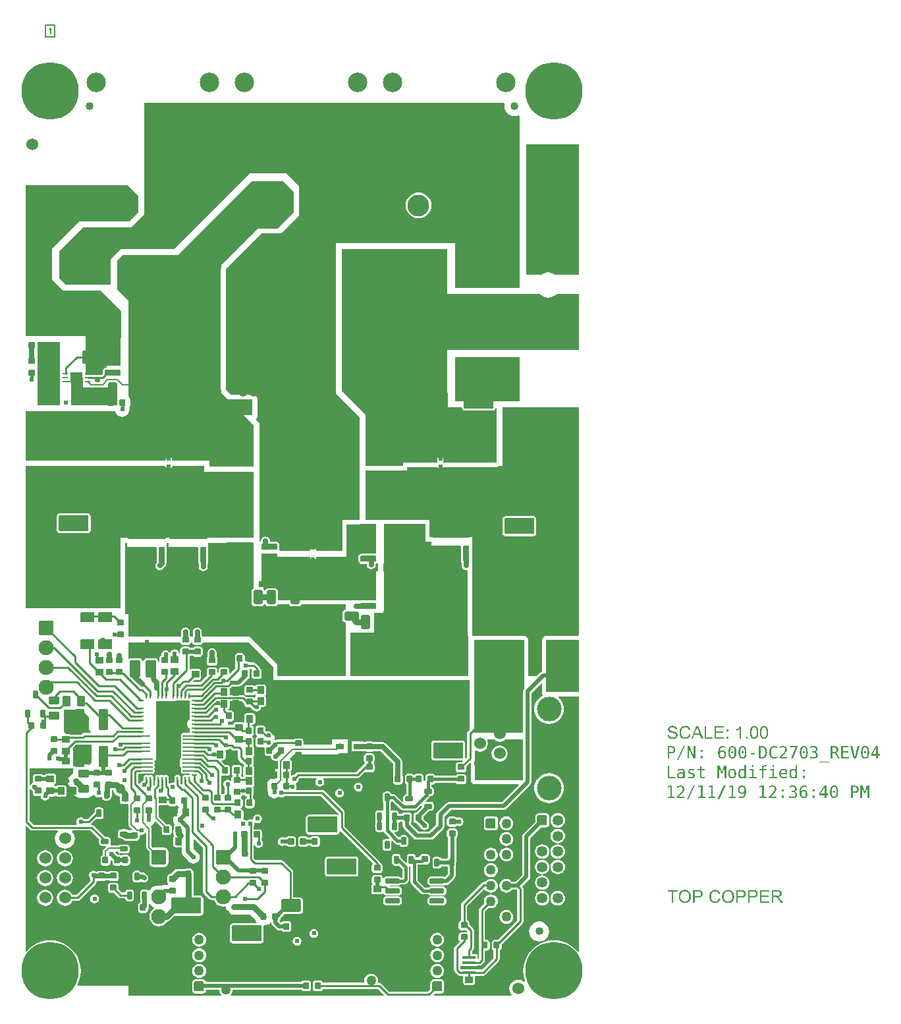
<source format=gbr>
%TF.GenerationSoftware,Altium Limited,Altium Designer,20.0.9 (164)*%
G04 Layer_Physical_Order=1*
G04 Layer_Color=255*
%FSLAX26Y26*%
%MOIN*%
%TF.FileFunction,Copper,L1,Top,Signal*%
%TF.Part,Single*%
G01*
G75*
%TA.AperFunction,SMDPad,CuDef*%
G04:AMPARAMS|DCode=10|XSize=126mil|YSize=80mil|CornerRadius=8mil|HoleSize=0mil|Usage=FLASHONLY|Rotation=180.000|XOffset=0mil|YOffset=0mil|HoleType=Round|Shape=RoundedRectangle|*
%AMROUNDEDRECTD10*
21,1,0.126000,0.064000,0,0,180.0*
21,1,0.110000,0.080000,0,0,180.0*
1,1,0.016000,-0.055000,0.032000*
1,1,0.016000,0.055000,0.032000*
1,1,0.016000,0.055000,-0.032000*
1,1,0.016000,-0.055000,-0.032000*
%
%ADD10ROUNDEDRECTD10*%
G04:AMPARAMS|DCode=11|XSize=285mil|YSize=80mil|CornerRadius=4mil|HoleSize=0mil|Usage=FLASHONLY|Rotation=180.000|XOffset=0mil|YOffset=0mil|HoleType=Round|Shape=RoundedRectangle|*
%AMROUNDEDRECTD11*
21,1,0.285000,0.072000,0,0,180.0*
21,1,0.277000,0.080000,0,0,180.0*
1,1,0.008000,-0.138500,0.036000*
1,1,0.008000,0.138500,0.036000*
1,1,0.008000,0.138500,-0.036000*
1,1,0.008000,-0.138500,-0.036000*
%
%ADD11ROUNDEDRECTD11*%
G04:AMPARAMS|DCode=12|XSize=126mil|YSize=78mil|CornerRadius=7.8mil|HoleSize=0mil|Usage=FLASHONLY|Rotation=180.000|XOffset=0mil|YOffset=0mil|HoleType=Round|Shape=RoundedRectangle|*
%AMROUNDEDRECTD12*
21,1,0.126000,0.062400,0,0,180.0*
21,1,0.110400,0.078000,0,0,180.0*
1,1,0.015600,-0.055200,0.031200*
1,1,0.015600,0.055200,0.031200*
1,1,0.015600,0.055200,-0.031200*
1,1,0.015600,-0.055200,-0.031200*
%
%ADD12ROUNDEDRECTD12*%
G04:AMPARAMS|DCode=13|XSize=27.559mil|YSize=9.842mil|CornerRadius=0.984mil|HoleSize=0mil|Usage=FLASHONLY|Rotation=180.000|XOffset=0mil|YOffset=0mil|HoleType=Round|Shape=RoundedRectangle|*
%AMROUNDEDRECTD13*
21,1,0.027559,0.007874,0,0,180.0*
21,1,0.025591,0.009842,0,0,180.0*
1,1,0.001968,-0.012795,0.003937*
1,1,0.001968,0.012795,0.003937*
1,1,0.001968,0.012795,-0.003937*
1,1,0.001968,-0.012795,-0.003937*
%
%ADD13ROUNDEDRECTD13*%
G04:AMPARAMS|DCode=14|XSize=70.866mil|YSize=9.842mil|CornerRadius=0.984mil|HoleSize=0mil|Usage=FLASHONLY|Rotation=180.000|XOffset=0mil|YOffset=0mil|HoleType=Round|Shape=RoundedRectangle|*
%AMROUNDEDRECTD14*
21,1,0.070866,0.007874,0,0,180.0*
21,1,0.068898,0.009842,0,0,180.0*
1,1,0.001968,-0.034449,0.003937*
1,1,0.001968,0.034449,0.003937*
1,1,0.001968,0.034449,-0.003937*
1,1,0.001968,-0.034449,-0.003937*
%
%ADD14ROUNDEDRECTD14*%
G04:AMPARAMS|DCode=15|XSize=27.559mil|YSize=9.842mil|CornerRadius=0.984mil|HoleSize=0mil|Usage=FLASHONLY|Rotation=90.000|XOffset=0mil|YOffset=0mil|HoleType=Round|Shape=RoundedRectangle|*
%AMROUNDEDRECTD15*
21,1,0.027559,0.007874,0,0,90.0*
21,1,0.025591,0.009842,0,0,90.0*
1,1,0.001968,0.003937,0.012795*
1,1,0.001968,0.003937,-0.012795*
1,1,0.001968,-0.003937,-0.012795*
1,1,0.001968,-0.003937,0.012795*
%
%ADD15ROUNDEDRECTD15*%
G04:AMPARAMS|DCode=16|XSize=59.055mil|YSize=9.842mil|CornerRadius=0.984mil|HoleSize=0mil|Usage=FLASHONLY|Rotation=180.000|XOffset=0mil|YOffset=0mil|HoleType=Round|Shape=RoundedRectangle|*
%AMROUNDEDRECTD16*
21,1,0.059055,0.007874,0,0,180.0*
21,1,0.057087,0.009842,0,0,180.0*
1,1,0.001968,-0.028543,0.003937*
1,1,0.001968,0.028543,0.003937*
1,1,0.001968,0.028543,-0.003937*
1,1,0.001968,-0.028543,-0.003937*
%
%ADD16ROUNDEDRECTD16*%
%ADD17R,0.124016X0.369291*%
G04:AMPARAMS|DCode=18|XSize=70.866mil|YSize=45.276mil|CornerRadius=6.791mil|HoleSize=0mil|Usage=FLASHONLY|Rotation=90.000|XOffset=0mil|YOffset=0mil|HoleType=Round|Shape=RoundedRectangle|*
%AMROUNDEDRECTD18*
21,1,0.070866,0.031693,0,0,90.0*
21,1,0.057283,0.045276,0,0,90.0*
1,1,0.013583,0.015847,0.028642*
1,1,0.013583,0.015847,-0.028642*
1,1,0.013583,-0.015847,-0.028642*
1,1,0.013583,-0.015847,0.028642*
%
%ADD18ROUNDEDRECTD18*%
G04:AMPARAMS|DCode=19|XSize=30mil|YSize=34mil|CornerRadius=3.75mil|HoleSize=0mil|Usage=FLASHONLY|Rotation=0.000|XOffset=0mil|YOffset=0mil|HoleType=Round|Shape=RoundedRectangle|*
%AMROUNDEDRECTD19*
21,1,0.030000,0.026500,0,0,0.0*
21,1,0.022500,0.034000,0,0,0.0*
1,1,0.007500,0.011250,-0.013250*
1,1,0.007500,-0.011250,-0.013250*
1,1,0.007500,-0.011250,0.013250*
1,1,0.007500,0.011250,0.013250*
%
%ADD19ROUNDEDRECTD19*%
G04:AMPARAMS|DCode=20|XSize=100mil|YSize=65mil|CornerRadius=9.75mil|HoleSize=0mil|Usage=FLASHONLY|Rotation=180.000|XOffset=0mil|YOffset=0mil|HoleType=Round|Shape=RoundedRectangle|*
%AMROUNDEDRECTD20*
21,1,0.100000,0.045500,0,0,180.0*
21,1,0.080500,0.065000,0,0,180.0*
1,1,0.019500,-0.040250,0.022750*
1,1,0.019500,0.040250,0.022750*
1,1,0.019500,0.040250,-0.022750*
1,1,0.019500,-0.040250,-0.022750*
%
%ADD20ROUNDEDRECTD20*%
G04:AMPARAMS|DCode=21|XSize=150mil|YSize=80mil|CornerRadius=4mil|HoleSize=0mil|Usage=FLASHONLY|Rotation=0.000|XOffset=0mil|YOffset=0mil|HoleType=Round|Shape=RoundedRectangle|*
%AMROUNDEDRECTD21*
21,1,0.150000,0.072000,0,0,0.0*
21,1,0.142000,0.080000,0,0,0.0*
1,1,0.008000,0.071000,-0.036000*
1,1,0.008000,-0.071000,-0.036000*
1,1,0.008000,-0.071000,0.036000*
1,1,0.008000,0.071000,0.036000*
%
%ADD21ROUNDEDRECTD21*%
%TA.AperFunction,FiducialPad,Global*%
%ADD22C,0.040000*%
%TA.AperFunction,SMDPad,CuDef*%
G04:AMPARAMS|DCode=23|XSize=74mil|YSize=24mil|CornerRadius=3.6mil|HoleSize=0mil|Usage=FLASHONLY|Rotation=180.000|XOffset=0mil|YOffset=0mil|HoleType=Round|Shape=RoundedRectangle|*
%AMROUNDEDRECTD23*
21,1,0.074000,0.016800,0,0,180.0*
21,1,0.066800,0.024000,0,0,180.0*
1,1,0.007200,-0.033400,0.008400*
1,1,0.007200,0.033400,0.008400*
1,1,0.007200,0.033400,-0.008400*
1,1,0.007200,-0.033400,-0.008400*
%
%ADD23ROUNDEDRECTD23*%
G04:AMPARAMS|DCode=24|XSize=23.622mil|YSize=39.37mil|CornerRadius=3.543mil|HoleSize=0mil|Usage=FLASHONLY|Rotation=180.000|XOffset=0mil|YOffset=0mil|HoleType=Round|Shape=RoundedRectangle|*
%AMROUNDEDRECTD24*
21,1,0.023622,0.032283,0,0,180.0*
21,1,0.016535,0.039370,0,0,180.0*
1,1,0.007087,-0.008268,0.016142*
1,1,0.007087,0.008268,0.016142*
1,1,0.007087,0.008268,-0.016142*
1,1,0.007087,-0.008268,-0.016142*
%
%ADD24ROUNDEDRECTD24*%
G04:AMPARAMS|DCode=25|XSize=23.622mil|YSize=39.37mil|CornerRadius=3.543mil|HoleSize=0mil|Usage=FLASHONLY|Rotation=270.000|XOffset=0mil|YOffset=0mil|HoleType=Round|Shape=RoundedRectangle|*
%AMROUNDEDRECTD25*
21,1,0.023622,0.032283,0,0,270.0*
21,1,0.016535,0.039370,0,0,270.0*
1,1,0.007087,-0.016142,-0.008268*
1,1,0.007087,-0.016142,0.008268*
1,1,0.007087,0.016142,0.008268*
1,1,0.007087,0.016142,-0.008268*
%
%ADD25ROUNDEDRECTD25*%
G04:AMPARAMS|DCode=26|XSize=38mil|YSize=36mil|CornerRadius=3.42mil|HoleSize=0mil|Usage=FLASHONLY|Rotation=0.000|XOffset=0mil|YOffset=0mil|HoleType=Round|Shape=RoundedRectangle|*
%AMROUNDEDRECTD26*
21,1,0.038000,0.029160,0,0,0.0*
21,1,0.031160,0.036000,0,0,0.0*
1,1,0.006840,0.015580,-0.014580*
1,1,0.006840,-0.015580,-0.014580*
1,1,0.006840,-0.015580,0.014580*
1,1,0.006840,0.015580,0.014580*
%
%ADD26ROUNDEDRECTD26*%
%ADD27R,0.064961X0.053150*%
G04:AMPARAMS|DCode=28|XSize=27.559mil|YSize=9.842mil|CornerRadius=1.476mil|HoleSize=0mil|Usage=FLASHONLY|Rotation=180.000|XOffset=0mil|YOffset=0mil|HoleType=Round|Shape=RoundedRectangle|*
%AMROUNDEDRECTD28*
21,1,0.027559,0.006890,0,0,180.0*
21,1,0.024606,0.009842,0,0,180.0*
1,1,0.002953,-0.012303,0.003445*
1,1,0.002953,0.012303,0.003445*
1,1,0.002953,0.012303,-0.003445*
1,1,0.002953,-0.012303,-0.003445*
%
%ADD28ROUNDEDRECTD28*%
%ADD29R,0.065000X0.013000*%
G04:AMPARAMS|DCode=30|XSize=86.614mil|YSize=55.118mil|CornerRadius=5.512mil|HoleSize=0mil|Usage=FLASHONLY|Rotation=270.000|XOffset=0mil|YOffset=0mil|HoleType=Round|Shape=RoundedRectangle|*
%AMROUNDEDRECTD30*
21,1,0.086614,0.044094,0,0,270.0*
21,1,0.075591,0.055118,0,0,270.0*
1,1,0.011024,-0.022047,-0.037795*
1,1,0.011024,-0.022047,0.037795*
1,1,0.011024,0.022047,0.037795*
1,1,0.011024,0.022047,-0.037795*
%
%ADD30ROUNDEDRECTD30*%
G04:AMPARAMS|DCode=31|XSize=55.118mil|YSize=35.433mil|CornerRadius=3.543mil|HoleSize=0mil|Usage=FLASHONLY|Rotation=180.000|XOffset=0mil|YOffset=0mil|HoleType=Round|Shape=RoundedRectangle|*
%AMROUNDEDRECTD31*
21,1,0.055118,0.028346,0,0,180.0*
21,1,0.048032,0.035433,0,0,180.0*
1,1,0.007087,-0.024016,0.014173*
1,1,0.007087,0.024016,0.014173*
1,1,0.007087,0.024016,-0.014173*
1,1,0.007087,-0.024016,-0.014173*
%
%ADD31ROUNDEDRECTD31*%
G04:AMPARAMS|DCode=32|XSize=70mil|YSize=50mil|CornerRadius=3mil|HoleSize=0mil|Usage=FLASHONLY|Rotation=180.000|XOffset=0mil|YOffset=0mil|HoleType=Round|Shape=RoundedRectangle|*
%AMROUNDEDRECTD32*
21,1,0.070000,0.044000,0,0,180.0*
21,1,0.064000,0.050000,0,0,180.0*
1,1,0.006000,-0.032000,0.022000*
1,1,0.006000,0.032000,0.022000*
1,1,0.006000,0.032000,-0.022000*
1,1,0.006000,-0.032000,-0.022000*
%
%ADD32ROUNDEDRECTD32*%
G04:AMPARAMS|DCode=33|XSize=23.622mil|YSize=24.803mil|CornerRadius=1.181mil|HoleSize=0mil|Usage=FLASHONLY|Rotation=90.000|XOffset=0mil|YOffset=0mil|HoleType=Round|Shape=RoundedRectangle|*
%AMROUNDEDRECTD33*
21,1,0.023622,0.022441,0,0,90.0*
21,1,0.021260,0.024803,0,0,90.0*
1,1,0.002362,0.011220,0.010630*
1,1,0.002362,0.011220,-0.010630*
1,1,0.002362,-0.011220,-0.010630*
1,1,0.002362,-0.011220,0.010630*
%
%ADD33ROUNDEDRECTD33*%
G04:AMPARAMS|DCode=34|XSize=66mil|YSize=65mil|CornerRadius=3.25mil|HoleSize=0mil|Usage=FLASHONLY|Rotation=270.000|XOffset=0mil|YOffset=0mil|HoleType=Round|Shape=RoundedRectangle|*
%AMROUNDEDRECTD34*
21,1,0.066000,0.058500,0,0,270.0*
21,1,0.059500,0.065000,0,0,270.0*
1,1,0.006500,-0.029250,-0.029750*
1,1,0.006500,-0.029250,0.029750*
1,1,0.006500,0.029250,0.029750*
1,1,0.006500,0.029250,-0.029750*
%
%ADD34ROUNDEDRECTD34*%
%ADD35R,0.106299X0.216535*%
G04:AMPARAMS|DCode=36|XSize=80mil|YSize=30mil|CornerRadius=3.75mil|HoleSize=0mil|Usage=FLASHONLY|Rotation=0.000|XOffset=0mil|YOffset=0mil|HoleType=Round|Shape=RoundedRectangle|*
%AMROUNDEDRECTD36*
21,1,0.080000,0.022500,0,0,0.0*
21,1,0.072500,0.030000,0,0,0.0*
1,1,0.007500,0.036250,-0.011250*
1,1,0.007500,-0.036250,-0.011250*
1,1,0.007500,-0.036250,0.011250*
1,1,0.007500,0.036250,0.011250*
%
%ADD36ROUNDEDRECTD36*%
G04:AMPARAMS|DCode=37|XSize=110mil|YSize=30mil|CornerRadius=1.5mil|HoleSize=0mil|Usage=FLASHONLY|Rotation=0.000|XOffset=0mil|YOffset=0mil|HoleType=Round|Shape=RoundedRectangle|*
%AMROUNDEDRECTD37*
21,1,0.110000,0.027000,0,0,0.0*
21,1,0.107000,0.030000,0,0,0.0*
1,1,0.003000,0.053500,-0.013500*
1,1,0.003000,-0.053500,-0.013500*
1,1,0.003000,-0.053500,0.013500*
1,1,0.003000,0.053500,0.013500*
%
%ADD37ROUNDEDRECTD37*%
G04:AMPARAMS|DCode=38|XSize=80mil|YSize=30mil|CornerRadius=1.5mil|HoleSize=0mil|Usage=FLASHONLY|Rotation=0.000|XOffset=0mil|YOffset=0mil|HoleType=Round|Shape=RoundedRectangle|*
%AMROUNDEDRECTD38*
21,1,0.080000,0.027000,0,0,0.0*
21,1,0.077000,0.030000,0,0,0.0*
1,1,0.003000,0.038500,-0.013500*
1,1,0.003000,-0.038500,-0.013500*
1,1,0.003000,-0.038500,0.013500*
1,1,0.003000,0.038500,0.013500*
%
%ADD38ROUNDEDRECTD38*%
G04:AMPARAMS|DCode=39|XSize=195mil|YSize=140mil|CornerRadius=7mil|HoleSize=0mil|Usage=FLASHONLY|Rotation=270.000|XOffset=0mil|YOffset=0mil|HoleType=Round|Shape=RoundedRectangle|*
%AMROUNDEDRECTD39*
21,1,0.195000,0.126000,0,0,270.0*
21,1,0.181000,0.140000,0,0,270.0*
1,1,0.014000,-0.063000,-0.090500*
1,1,0.014000,-0.063000,0.090500*
1,1,0.014000,0.063000,0.090500*
1,1,0.014000,0.063000,-0.090500*
%
%ADD39ROUNDEDRECTD39*%
G04:AMPARAMS|DCode=40|XSize=80mil|YSize=30mil|CornerRadius=3.75mil|HoleSize=0mil|Usage=FLASHONLY|Rotation=90.000|XOffset=0mil|YOffset=0mil|HoleType=Round|Shape=RoundedRectangle|*
%AMROUNDEDRECTD40*
21,1,0.080000,0.022500,0,0,90.0*
21,1,0.072500,0.030000,0,0,90.0*
1,1,0.007500,0.011250,0.036250*
1,1,0.007500,0.011250,-0.036250*
1,1,0.007500,-0.011250,-0.036250*
1,1,0.007500,-0.011250,0.036250*
%
%ADD40ROUNDEDRECTD40*%
G04:AMPARAMS|DCode=41|XSize=110mil|YSize=30mil|CornerRadius=1.5mil|HoleSize=0mil|Usage=FLASHONLY|Rotation=90.000|XOffset=0mil|YOffset=0mil|HoleType=Round|Shape=RoundedRectangle|*
%AMROUNDEDRECTD41*
21,1,0.110000,0.027000,0,0,90.0*
21,1,0.107000,0.030000,0,0,90.0*
1,1,0.003000,0.013500,0.053500*
1,1,0.003000,0.013500,-0.053500*
1,1,0.003000,-0.013500,-0.053500*
1,1,0.003000,-0.013500,0.053500*
%
%ADD41ROUNDEDRECTD41*%
G04:AMPARAMS|DCode=42|XSize=80mil|YSize=30mil|CornerRadius=1.5mil|HoleSize=0mil|Usage=FLASHONLY|Rotation=90.000|XOffset=0mil|YOffset=0mil|HoleType=Round|Shape=RoundedRectangle|*
%AMROUNDEDRECTD42*
21,1,0.080000,0.027000,0,0,90.0*
21,1,0.077000,0.030000,0,0,90.0*
1,1,0.003000,0.013500,0.038500*
1,1,0.003000,0.013500,-0.038500*
1,1,0.003000,-0.013500,-0.038500*
1,1,0.003000,-0.013500,0.038500*
%
%ADD42ROUNDEDRECTD42*%
G04:AMPARAMS|DCode=43|XSize=195mil|YSize=140mil|CornerRadius=7mil|HoleSize=0mil|Usage=FLASHONLY|Rotation=0.000|XOffset=0mil|YOffset=0mil|HoleType=Round|Shape=RoundedRectangle|*
%AMROUNDEDRECTD43*
21,1,0.195000,0.126000,0,0,0.0*
21,1,0.181000,0.140000,0,0,0.0*
1,1,0.014000,0.090500,-0.063000*
1,1,0.014000,-0.090500,-0.063000*
1,1,0.014000,-0.090500,0.063000*
1,1,0.014000,0.090500,0.063000*
%
%ADD43ROUNDEDRECTD43*%
G04:AMPARAMS|DCode=44|XSize=70.866mil|YSize=45.276mil|CornerRadius=6.791mil|HoleSize=0mil|Usage=FLASHONLY|Rotation=180.000|XOffset=0mil|YOffset=0mil|HoleType=Round|Shape=RoundedRectangle|*
%AMROUNDEDRECTD44*
21,1,0.070866,0.031693,0,0,180.0*
21,1,0.057283,0.045276,0,0,180.0*
1,1,0.013583,-0.028642,0.015847*
1,1,0.013583,0.028642,0.015847*
1,1,0.013583,0.028642,-0.015847*
1,1,0.013583,-0.028642,-0.015847*
%
%ADD44ROUNDEDRECTD44*%
G04:AMPARAMS|DCode=45|XSize=126mil|YSize=40mil|CornerRadius=7mil|HoleSize=0mil|Usage=FLASHONLY|Rotation=90.000|XOffset=0mil|YOffset=0mil|HoleType=Round|Shape=RoundedRectangle|*
%AMROUNDEDRECTD45*
21,1,0.126000,0.026000,0,0,90.0*
21,1,0.112000,0.040000,0,0,90.0*
1,1,0.014000,0.013000,0.056000*
1,1,0.014000,0.013000,-0.056000*
1,1,0.014000,-0.013000,-0.056000*
1,1,0.014000,-0.013000,0.056000*
%
%ADD45ROUNDEDRECTD45*%
G04:AMPARAMS|DCode=46|XSize=30mil|YSize=34mil|CornerRadius=3.75mil|HoleSize=0mil|Usage=FLASHONLY|Rotation=90.000|XOffset=0mil|YOffset=0mil|HoleType=Round|Shape=RoundedRectangle|*
%AMROUNDEDRECTD46*
21,1,0.030000,0.026500,0,0,90.0*
21,1,0.022500,0.034000,0,0,90.0*
1,1,0.007500,0.013250,0.011250*
1,1,0.007500,0.013250,-0.011250*
1,1,0.007500,-0.013250,-0.011250*
1,1,0.007500,-0.013250,0.011250*
%
%ADD46ROUNDEDRECTD46*%
G04:AMPARAMS|DCode=47|XSize=106mil|YSize=45mil|CornerRadius=3.6mil|HoleSize=0mil|Usage=FLASHONLY|Rotation=270.000|XOffset=0mil|YOffset=0mil|HoleType=Round|Shape=RoundedRectangle|*
%AMROUNDEDRECTD47*
21,1,0.106000,0.037800,0,0,270.0*
21,1,0.098800,0.045000,0,0,270.0*
1,1,0.007200,-0.018900,-0.049400*
1,1,0.007200,-0.018900,0.049400*
1,1,0.007200,0.018900,0.049400*
1,1,0.007200,0.018900,-0.049400*
%
%ADD47ROUNDEDRECTD47*%
G04:AMPARAMS|DCode=48|XSize=31mil|YSize=31mil|CornerRadius=1.55mil|HoleSize=0mil|Usage=FLASHONLY|Rotation=0.000|XOffset=0mil|YOffset=0mil|HoleType=Round|Shape=RoundedRectangle|*
%AMROUNDEDRECTD48*
21,1,0.031000,0.027900,0,0,0.0*
21,1,0.027900,0.031000,0,0,0.0*
1,1,0.003100,0.013950,-0.013950*
1,1,0.003100,-0.013950,-0.013950*
1,1,0.003100,-0.013950,0.013950*
1,1,0.003100,0.013950,0.013950*
%
%ADD48ROUNDEDRECTD48*%
G04:AMPARAMS|DCode=49|XSize=55.118mil|YSize=41.339mil|CornerRadius=6.201mil|HoleSize=0mil|Usage=FLASHONLY|Rotation=180.000|XOffset=0mil|YOffset=0mil|HoleType=Round|Shape=RoundedRectangle|*
%AMROUNDEDRECTD49*
21,1,0.055118,0.028937,0,0,180.0*
21,1,0.042717,0.041339,0,0,180.0*
1,1,0.012402,-0.021358,0.014469*
1,1,0.012402,0.021358,0.014469*
1,1,0.012402,0.021358,-0.014469*
1,1,0.012402,-0.021358,-0.014469*
%
%ADD49ROUNDEDRECTD49*%
G04:AMPARAMS|DCode=50|XSize=55.118mil|YSize=41.339mil|CornerRadius=6.201mil|HoleSize=0mil|Usage=FLASHONLY|Rotation=90.000|XOffset=0mil|YOffset=0mil|HoleType=Round|Shape=RoundedRectangle|*
%AMROUNDEDRECTD50*
21,1,0.055118,0.028937,0,0,90.0*
21,1,0.042717,0.041339,0,0,90.0*
1,1,0.012402,0.014469,0.021358*
1,1,0.012402,0.014469,-0.021358*
1,1,0.012402,-0.014469,-0.021358*
1,1,0.012402,-0.014469,0.021358*
%
%ADD50ROUNDEDRECTD50*%
G04:AMPARAMS|DCode=51|XSize=38mil|YSize=36mil|CornerRadius=3.42mil|HoleSize=0mil|Usage=FLASHONLY|Rotation=90.000|XOffset=0mil|YOffset=0mil|HoleType=Round|Shape=RoundedRectangle|*
%AMROUNDEDRECTD51*
21,1,0.038000,0.029160,0,0,90.0*
21,1,0.031160,0.036000,0,0,90.0*
1,1,0.006840,0.014580,0.015580*
1,1,0.006840,0.014580,-0.015580*
1,1,0.006840,-0.014580,-0.015580*
1,1,0.006840,-0.014580,0.015580*
%
%ADD51ROUNDEDRECTD51*%
%ADD52R,0.040000X0.030000*%
%TA.AperFunction,NonConductor*%
%ADD53C,0.007000*%
%TA.AperFunction,Conductor*%
%ADD54C,0.030000*%
%ADD55C,0.010000*%
%ADD56C,0.020000*%
%ADD57C,0.008000*%
%ADD58C,0.024000*%
%ADD59C,0.009000*%
%ADD60C,0.015000*%
%ADD61C,0.025000*%
%ADD62C,0.050000*%
%ADD63C,0.007000*%
%ADD64R,0.030512X0.150787*%
%TA.AperFunction,ComponentPad*%
%ADD65C,0.137795*%
%TA.AperFunction,TestPad*%
%ADD66C,0.050000*%
%TA.AperFunction,ComponentPad*%
%ADD67C,0.050000*%
G04:AMPARAMS|DCode=68|XSize=50mil|YSize=50mil|CornerRadius=5mil|HoleSize=0mil|Usage=FLASHONLY|Rotation=90.000|XOffset=0mil|YOffset=0mil|HoleType=Round|Shape=RoundedRectangle|*
%AMROUNDEDRECTD68*
21,1,0.050000,0.040000,0,0,90.0*
21,1,0.040000,0.050000,0,0,90.0*
1,1,0.010000,0.020000,0.020000*
1,1,0.010000,0.020000,-0.020000*
1,1,0.010000,-0.020000,-0.020000*
1,1,0.010000,-0.020000,0.020000*
%
%ADD68ROUNDEDRECTD68*%
%ADD69C,0.110000*%
%ADD70C,0.098425*%
%ADD71R,0.181102X0.078740*%
G04:AMPARAMS|DCode=72|XSize=60mil|YSize=60mil|CornerRadius=9mil|HoleSize=0mil|Usage=FLASHONLY|Rotation=270.000|XOffset=0mil|YOffset=0mil|HoleType=Round|Shape=RoundedRectangle|*
%AMROUNDEDRECTD72*
21,1,0.060000,0.042000,0,0,270.0*
21,1,0.042000,0.060000,0,0,270.0*
1,1,0.018000,-0.021000,-0.021000*
1,1,0.018000,-0.021000,0.021000*
1,1,0.018000,0.021000,0.021000*
1,1,0.018000,0.021000,-0.021000*
%
%ADD72ROUNDEDRECTD72*%
%ADD73C,0.060000*%
%ADD74C,0.125000*%
%ADD75C,0.290000*%
%ADD76C,0.053000*%
G04:AMPARAMS|DCode=77|XSize=76mil|YSize=76mil|CornerRadius=11.4mil|HoleSize=0mil|Usage=FLASHONLY|Rotation=270.000|XOffset=0mil|YOffset=0mil|HoleType=Round|Shape=RoundedRectangle|*
%AMROUNDEDRECTD77*
21,1,0.076000,0.053200,0,0,270.0*
21,1,0.053200,0.076000,0,0,270.0*
1,1,0.022800,-0.026600,-0.026600*
1,1,0.022800,-0.026600,0.026600*
1,1,0.022800,0.026600,0.026600*
1,1,0.022800,0.026600,-0.026600*
%
%ADD77ROUNDEDRECTD77*%
%ADD78C,0.076000*%
%TA.AperFunction,ViaPad*%
%ADD79C,0.024000*%
%ADD80C,0.030000*%
%TA.AperFunction,TestPad*%
%ADD81C,0.024000*%
%TA.AperFunction,ViaPad*%
%ADD82C,0.040000*%
G36*
X2850000Y3695000D02*
X2733618D01*
X2730254Y3697761D01*
X2719283Y3703625D01*
X2707380Y3707236D01*
X2695000Y3708455D01*
X2682620Y3707236D01*
X2670717Y3703625D01*
X2659746Y3697761D01*
X2656382Y3695000D01*
X2585000D01*
Y4355000D01*
X2850000D01*
Y3695000D01*
D02*
G37*
G36*
X2474876Y4560000D02*
X2473560Y4550000D01*
X2475313Y4536686D01*
X2480452Y4524280D01*
X2488626Y4513626D01*
X2499280Y4505452D01*
X2511686Y4500313D01*
X2525000Y4498560D01*
X2538314Y4500313D01*
X2545843Y4503431D01*
X2550000Y4500653D01*
Y3630000D01*
X2225000D01*
Y3855000D01*
X1620000D01*
Y3095000D01*
X1740000Y2975000D01*
Y2455000D01*
X1655000D01*
Y2300000D01*
X1520000D01*
Y2330000D01*
X1490000D01*
Y2300000D01*
X1337496D01*
X1334524Y2305000D01*
X1335269Y2308750D01*
Y2331250D01*
X1334202Y2336615D01*
X1331163Y2341163D01*
X1326615Y2344202D01*
X1321250Y2345269D01*
X1288177D01*
Y2349764D01*
X1286431Y2358543D01*
X1281458Y2365985D01*
X1281222Y2366222D01*
X1273779Y2371195D01*
X1265000Y2372941D01*
X1256221Y2371195D01*
X1248778Y2366222D01*
X1243805Y2358779D01*
X1242149Y2350451D01*
X1238863Y2346580D01*
X1235000Y2347579D01*
Y2455000D01*
Y2945000D01*
X1216376Y2963624D01*
X1216683Y2968317D01*
X1221331Y2974375D01*
X1224254Y2981430D01*
X1225250Y2989000D01*
Y3061000D01*
X1224254Y3068570D01*
X1221331Y3075625D01*
X1216683Y3081683D01*
X1210625Y3086331D01*
X1203571Y3089253D01*
X1196000Y3090250D01*
X1089750D01*
X1065000Y3115000D01*
Y3725000D01*
X1245000Y3905000D01*
X1345000D01*
X1435000Y3995000D01*
Y4145000D01*
X1370000Y4210000D01*
X1185000D01*
X800000Y3825000D01*
X530000D01*
X480000Y3775000D01*
Y3645000D01*
X255000D01*
X220000Y3680000D01*
Y3815000D01*
X340000Y3935000D01*
X585000D01*
X650000Y4000000D01*
Y4565000D01*
X2470952D01*
X2474876Y4560000D01*
D02*
G37*
G36*
X620000Y4095000D02*
Y4010000D01*
X575000Y3965000D01*
X320000D01*
X185000Y3830000D01*
Y3670000D01*
X240000Y3615000D01*
X430000D01*
X535000Y3510000D01*
Y3375000D01*
X530000D01*
Y3235000D01*
X460000D01*
Y3225269D01*
X453750D01*
X448385Y3224202D01*
X443837Y3221163D01*
X440798Y3216615D01*
X439731Y3211250D01*
Y3196359D01*
X433980Y3190609D01*
X365000D01*
X364257Y3190461D01*
X355000D01*
X355000Y3385000D01*
X50000Y3385000D01*
Y4150000D01*
X565000D01*
X620000Y4095000D01*
D02*
G37*
G36*
X2550000Y3055000D02*
X2225000D01*
Y3280000D01*
X2550000D01*
Y3055000D01*
D02*
G37*
G36*
X334608Y3190461D02*
X336160Y3182657D01*
X340000Y3176911D01*
X340000Y3125000D01*
X515000Y3125000D01*
X515000Y3064604D01*
X514731Y3063250D01*
Y3036750D01*
X509981Y3035000D01*
X280000Y3035000D01*
X280000Y3125000D01*
X280000D01*
X280000Y3200000D01*
X334608D01*
Y3190461D01*
D02*
G37*
G36*
X225000Y3355000D02*
X225000Y3035000D01*
X110000Y3035000D01*
X110000Y3355000D01*
X225000Y3355000D01*
D02*
G37*
G36*
X1407815Y4117815D02*
Y4012815D01*
X1325490Y3930490D01*
X1245000D01*
X1242538Y3930000D01*
X1223567D01*
X1040000Y3745000D01*
Y3727462D01*
X1039510Y3725000D01*
Y3115000D01*
X1040000Y3112538D01*
Y3100000D01*
X1205000Y2935000D01*
Y2725000D01*
X980000D01*
Y2755000D01*
X796682D01*
X793660Y2757320D01*
X790000Y2758835D01*
Y2780000D01*
X760000D01*
Y2758835D01*
X756340Y2757320D01*
X753318Y2755000D01*
X50000Y2755000D01*
X50000Y3005000D01*
X504094Y3005000D01*
X507680Y2996340D01*
X513611Y2988611D01*
X521340Y2982680D01*
X530341Y2978952D01*
X540000Y2977681D01*
X549659Y2978952D01*
X558660Y2982680D01*
X566389Y2988611D01*
X572319Y2996340D01*
X576048Y3005341D01*
X577319Y3015000D01*
X576364Y3022254D01*
X579260Y3029245D01*
X580248Y3036750D01*
Y3063250D01*
X579260Y3070755D01*
X576363Y3077749D01*
X571755Y3083755D01*
X570000Y3085101D01*
Y3175000D01*
Y3375000D01*
Y3565000D01*
X515000Y3620000D01*
Y3770000D01*
X540000Y3795000D01*
X820000D01*
X1195629Y4170629D01*
X1355000D01*
X1407815Y4117815D01*
D02*
G37*
G36*
X2185000Y3600000D02*
X2650289D01*
X2659746Y3592239D01*
X2670717Y3586375D01*
X2682620Y3582764D01*
X2695000Y3581545D01*
X2707380Y3582764D01*
X2719283Y3586375D01*
X2730254Y3592239D01*
X2739711Y3600000D01*
X2850000D01*
Y3315000D01*
X2185000D01*
Y3025000D01*
X2259726D01*
Y3024000D01*
X2260812Y3018537D01*
X2263907Y3013907D01*
X2268537Y3010812D01*
X2274000Y3009726D01*
X2416000D01*
X2421463Y3010812D01*
X2426093Y3013907D01*
X2429188Y3018537D01*
X2430000Y3022621D01*
X2435000Y3022128D01*
Y2745000D01*
X2165000D01*
Y2780000D01*
X2135000D01*
Y2745000D01*
X1960000D01*
Y2730000D01*
X1770000D01*
Y2990000D01*
X1650000Y3110000D01*
Y3825000D01*
X2185000D01*
Y3600000D01*
D02*
G37*
G36*
X2850000Y1875392D02*
X2845000Y1870392D01*
X2685000Y1870392D01*
X2677196Y1868840D01*
X2670581Y1864419D01*
X2666160Y1857804D01*
X2664608Y1850000D01*
X2664608Y1689319D01*
X2662196Y1688840D01*
X2655581Y1684419D01*
X2636162Y1665000D01*
X2595392D01*
X2595392Y1850000D01*
X2593840Y1857803D01*
X2589419Y1864419D01*
X2582803Y1868840D01*
X2575000Y1870392D01*
X2320000Y1870392D01*
X2315000Y1869397D01*
X2310000Y1872928D01*
Y2190000D01*
Y2370000D01*
X2095392D01*
Y2435000D01*
X2095000Y2436970D01*
Y2455000D01*
X2076970D01*
X2075000Y2455392D01*
X1865000D01*
X1863030Y2455000D01*
X1826970D01*
X1825000Y2455392D01*
X1770000D01*
Y2705000D01*
X1980000D01*
Y2724608D01*
X2135000D01*
Y2690000D01*
X2165000D01*
Y2724608D01*
X2435000D01*
X2442804Y2726160D01*
X2448550Y2730000D01*
X2465000D01*
Y3025000D01*
X2850000D01*
Y1875392D01*
D02*
G37*
G36*
X1825000Y2288347D02*
X1821250Y2285269D01*
X1748750D01*
X1743385Y2284202D01*
X1738837Y2281163D01*
X1735798Y2276615D01*
X1734731Y2271250D01*
Y2248750D01*
X1735798Y2243385D01*
X1738837Y2238837D01*
X1743385Y2235798D01*
X1748750Y2234731D01*
X1777059D01*
Y2230000D01*
X1778805Y2221221D01*
X1783778Y2213778D01*
X1791221Y2208805D01*
X1800000Y2207059D01*
X1808779Y2208805D01*
X1816222Y2213778D01*
X1821195Y2221221D01*
X1822941Y2230000D01*
Y2230853D01*
X1825000Y2235000D01*
X1835000D01*
Y2195000D01*
X1825000D01*
Y2050000D01*
X1327967D01*
Y2093642D01*
X1326664Y2100193D01*
X1322952Y2105748D01*
X1317398Y2109459D01*
X1310847Y2110762D01*
X1279153D01*
X1272602Y2109459D01*
X1267048Y2105748D01*
X1263731Y2100784D01*
X1261043Y2100465D01*
X1258356Y2100784D01*
X1255039Y2105748D01*
X1255000Y2105774D01*
Y2115000D01*
X1230000D01*
Y2145000D01*
X1245000D01*
Y2285000D01*
X1295000D01*
Y2270000D01*
X1490000D01*
Y2240000D01*
X1520000D01*
Y2270000D01*
X1675000D01*
Y2298030D01*
X1675392Y2300000D01*
Y2434608D01*
X1740000D01*
X1741970Y2435000D01*
X1825000D01*
Y2288347D01*
D02*
G37*
G36*
X1205000Y2145000D02*
Y2109521D01*
X1204688Y2109459D01*
X1199134Y2105748D01*
X1195423Y2100193D01*
X1194120Y2093642D01*
Y2036358D01*
X1195423Y2029807D01*
X1199134Y2024253D01*
X1204688Y2020541D01*
X1211240Y2019238D01*
X1242933D01*
X1249485Y2020541D01*
X1255039Y2024253D01*
X1258465Y2029379D01*
X1261043Y2029605D01*
X1263622Y2029379D01*
X1267048Y2024253D01*
X1272602Y2020541D01*
X1279153Y2019238D01*
X1310847D01*
X1317398Y2020541D01*
X1322952Y2024253D01*
X1326664Y2029807D01*
X1326675Y2029865D01*
X1327967Y2029608D01*
X1383469D01*
X1387048Y2024253D01*
X1392602Y2020541D01*
X1399153Y2019238D01*
X1430847D01*
X1437398Y2020541D01*
X1442952Y2024253D01*
X1446531Y2029608D01*
X1670000D01*
Y2002697D01*
X1664806Y2001664D01*
X1659252Y1997952D01*
X1655541Y1992398D01*
X1654238Y1985847D01*
Y1954153D01*
X1655541Y1947602D01*
X1659252Y1942048D01*
X1664806Y1938336D01*
X1670000Y1937303D01*
Y1665392D01*
X1325392D01*
Y1710000D01*
X1325000Y1711970D01*
Y1725000D01*
X1185000Y1865000D01*
X946524D01*
X946202Y1866615D01*
X943163Y1871163D01*
X942941Y1871312D01*
Y1890000D01*
X941194Y1898779D01*
X936222Y1906222D01*
X928779Y1911195D01*
X920000Y1912941D01*
X911221Y1911195D01*
X903778Y1906222D01*
X898806Y1898779D01*
X897059Y1890000D01*
Y1871312D01*
X896837Y1871163D01*
X893798Y1866615D01*
X893476Y1865000D01*
X886524D01*
X886202Y1866615D01*
X883163Y1871163D01*
X882941Y1871312D01*
Y1890000D01*
X881194Y1898779D01*
X876222Y1906222D01*
X868779Y1911195D01*
X860000Y1912941D01*
X851221Y1911195D01*
X843778Y1906222D01*
X838806Y1898779D01*
X837059Y1890000D01*
Y1871312D01*
X836837Y1871163D01*
X833798Y1866615D01*
X833476Y1865000D01*
X570000D01*
Y1980000D01*
X555000D01*
Y2340000D01*
X565000D01*
Y2320000D01*
X711653D01*
X714731Y2316250D01*
Y2243750D01*
X714992Y2242435D01*
X713778Y2241222D01*
X708806Y2233779D01*
X707059Y2225000D01*
X708806Y2216221D01*
X713778Y2208778D01*
X721221Y2203805D01*
X730000Y2202059D01*
X738779Y2203805D01*
X746222Y2208778D01*
X756222Y2218778D01*
X761194Y2226221D01*
X762941Y2235000D01*
Y2236497D01*
X764202Y2238385D01*
X765269Y2243750D01*
Y2316250D01*
X764616Y2319533D01*
X765000Y2320000D01*
X765000D01*
Y2340000D01*
X775000D01*
Y2320000D01*
X921653D01*
X924731Y2316250D01*
Y2243750D01*
X925798Y2238385D01*
X927059Y2236497D01*
Y2220000D01*
X928806Y2211221D01*
X933778Y2203778D01*
X941221Y2198805D01*
X950000Y2197059D01*
X958779Y2198805D01*
X966222Y2203778D01*
X971194Y2211221D01*
X972941Y2220000D01*
Y2236497D01*
X974202Y2238385D01*
X975269Y2243750D01*
Y2316250D01*
X974616Y2319533D01*
X975000Y2320000D01*
X975000D01*
Y2340000D01*
X1205000D01*
Y2145000D01*
D02*
G37*
G36*
X758136Y2727988D02*
X760000Y2725374D01*
Y2690000D01*
X790000D01*
Y2725374D01*
X791863Y2727988D01*
X795000Y2729845D01*
X796682Y2729510D01*
X954510D01*
Y2725000D01*
X955000Y2722538D01*
Y2700000D01*
X977538D01*
X980000Y2699510D01*
X1205000D01*
Y2365000D01*
X530000D01*
Y2010000D01*
X50000D01*
Y2729510D01*
X753318Y2729510D01*
X755000Y2729845D01*
X758136Y2727988D01*
D02*
G37*
G36*
X1305000Y1710000D02*
Y1645000D01*
X2299608D01*
X2299608Y1396237D01*
X2289186Y1385814D01*
X2285870Y1380853D01*
X2284706Y1375000D01*
Y1256335D01*
X2279876Y1251505D01*
X2275268Y1253968D01*
X2275274Y1254000D01*
Y1326000D01*
X2274188Y1331463D01*
X2271093Y1336093D01*
X2266463Y1339188D01*
X2261000Y1340274D01*
X2119000D01*
X2113537Y1339188D01*
X2108907Y1336093D01*
X2105812Y1331463D01*
X2104726Y1326000D01*
Y1254000D01*
X2105812Y1248537D01*
X2108907Y1243907D01*
X2113537Y1240812D01*
X2119000Y1239726D01*
X2261000D01*
X2261032Y1239732D01*
X2263495Y1235124D01*
X2258641Y1230269D01*
X2241750D01*
X2236385Y1229202D01*
X2231837Y1226163D01*
X2228798Y1221615D01*
X2227731Y1216250D01*
Y1193750D01*
X2228798Y1188385D01*
X2231837Y1183837D01*
X2236385Y1180798D01*
X2241750Y1179731D01*
X2268250D01*
X2273615Y1180798D01*
X2278163Y1183837D01*
X2281202Y1188385D01*
X2282269Y1193750D01*
Y1210641D01*
X2299989Y1228360D01*
X2304608Y1226447D01*
X2304608Y1140000D01*
X2306160Y1132196D01*
X2310581Y1125581D01*
X2317196Y1121160D01*
X2325000Y1119608D01*
X2544237Y1119608D01*
X2546150Y1114989D01*
X2461553Y1030392D01*
X2195000D01*
X2187196Y1028840D01*
X2180581Y1024419D01*
X2135581Y979419D01*
X2131160Y972804D01*
X2129608Y965000D01*
Y915647D01*
X2094353Y880392D01*
X2038447D01*
X2000392Y918447D01*
Y926321D01*
X2001163Y926837D01*
X2004202Y931385D01*
X2005269Y936750D01*
Y963250D01*
X2004202Y968615D01*
X2001163Y973163D01*
X1996615Y976202D01*
X1991250Y977269D01*
X1968750D01*
X1963385Y976202D01*
X1958837Y973163D01*
X1956985Y970392D01*
X1939478D01*
Y973898D01*
X1938427Y979182D01*
X1935433Y983662D01*
X1930954Y986655D01*
X1925669Y987706D01*
X1909134D01*
X1903850Y986655D01*
X1902843Y985982D01*
X1897843Y988655D01*
Y1026212D01*
X1898032Y1026338D01*
X1901025Y1030818D01*
X1901293Y1032162D01*
X1906592Y1033175D01*
X1947383Y992384D01*
X1947383Y992383D01*
X1953172Y988515D01*
X1960000Y987157D01*
X2020000D01*
X2026828Y988515D01*
X2032617Y992383D01*
X2051241Y1011007D01*
X2056083Y1009137D01*
X2056531Y1005370D01*
X2028352Y977190D01*
X2023385Y976202D01*
X2018837Y973163D01*
X2015798Y968615D01*
X2014731Y963250D01*
Y936750D01*
X2015798Y931385D01*
X2018837Y926837D01*
X2023385Y923798D01*
X2028352Y922810D01*
X2049160Y902002D01*
X2049276Y901416D01*
X2054139Y894139D01*
X2061416Y889277D01*
X2070000Y887569D01*
X2078584Y889277D01*
X2085861Y894139D01*
X2090724Y901416D01*
X2092431Y910000D01*
X2090724Y918584D01*
X2085861Y925861D01*
X2078584Y930723D01*
X2077998Y930840D01*
X2065269Y943569D01*
Y956431D01*
X2094360Y985522D01*
X2103386D01*
X2108670Y986573D01*
X2113150Y989567D01*
X2116143Y994046D01*
X2117194Y999331D01*
Y1015866D01*
X2116143Y1021150D01*
X2113150Y1025630D01*
X2108670Y1028624D01*
X2103386Y1029675D01*
X2093605D01*
X2090000Y1030392D01*
X2086395Y1029675D01*
X2076979D01*
X2074908Y1034675D01*
X2090503Y1050270D01*
X2092617Y1051682D01*
X2096485Y1057470D01*
X2097052Y1060325D01*
X2103386D01*
X2108670Y1061376D01*
X2113150Y1064370D01*
X2116143Y1068850D01*
X2117194Y1074134D01*
Y1090669D01*
X2116143Y1095954D01*
X2113150Y1100433D01*
X2108670Y1103427D01*
X2105087Y1104139D01*
Y1117731D01*
X2111250D01*
X2116615Y1118798D01*
X2121163Y1121837D01*
X2124202Y1126385D01*
X2124356Y1127157D01*
X2229618D01*
X2231837Y1123837D01*
X2236385Y1120798D01*
X2241750Y1119731D01*
X2268250D01*
X2273615Y1120798D01*
X2278163Y1123837D01*
X2281202Y1128385D01*
X2282269Y1133750D01*
Y1156250D01*
X2281202Y1161615D01*
X2278163Y1166163D01*
X2273615Y1169202D01*
X2268250Y1170269D01*
X2241750D01*
X2236385Y1169202D01*
X2231837Y1166163D01*
X2229618Y1162843D01*
X2124356D01*
X2124202Y1163615D01*
X2121163Y1168163D01*
X2116615Y1171202D01*
X2111250Y1172269D01*
X2088750D01*
X2083385Y1171202D01*
X2078837Y1168163D01*
X2075798Y1163615D01*
X2074731Y1158250D01*
Y1144964D01*
X2074627Y1144861D01*
X2070760Y1139072D01*
X2070269Y1136608D01*
X2065269Y1137101D01*
Y1158250D01*
X2064202Y1163615D01*
X2061163Y1168163D01*
X2056615Y1171202D01*
X2051250Y1172269D01*
X2028750D01*
X2023385Y1171202D01*
X2018837Y1168163D01*
X2016163D01*
X2011615Y1171202D01*
X2006250Y1172269D01*
X1983750D01*
X1978385Y1171202D01*
X1973837Y1168163D01*
X1970798Y1163615D01*
X1969731Y1158250D01*
Y1131750D01*
X1970798Y1126385D01*
X1973837Y1121837D01*
X1977157Y1119618D01*
Y1067076D01*
X1976614D01*
X1971330Y1066025D01*
X1966850Y1063032D01*
X1963857Y1058552D01*
X1962806Y1053268D01*
Y1036732D01*
X1963360Y1033945D01*
X1958752Y1031482D01*
X1925373Y1064861D01*
X1919584Y1068729D01*
X1912756Y1070087D01*
X1901738D01*
X1901025Y1073670D01*
X1898032Y1078150D01*
X1893552Y1081143D01*
X1888268Y1082194D01*
X1871732D01*
X1866448Y1081143D01*
X1861968Y1078150D01*
X1858975Y1073670D01*
X1857924Y1068386D01*
Y1036102D01*
X1858975Y1030818D01*
X1861968Y1026338D01*
X1862157Y1026212D01*
Y988655D01*
X1857157Y985982D01*
X1856150Y986655D01*
X1850866Y987706D01*
X1834331D01*
X1829046Y986655D01*
X1824566Y983662D01*
X1821573Y979182D01*
X1820522Y973898D01*
Y941614D01*
X1821573Y936330D01*
X1822207Y935382D01*
Y929618D01*
X1821573Y928670D01*
X1820522Y923386D01*
Y914595D01*
X1819608Y910000D01*
X1820522Y905405D01*
Y891102D01*
X1821573Y885818D01*
X1824567Y881338D01*
X1829046Y878345D01*
X1834331Y877294D01*
X1850866D01*
X1856150Y878345D01*
X1858121Y879662D01*
X1863422Y878197D01*
X1863729Y877853D01*
X1867383Y872383D01*
X1892880Y846887D01*
X1890417Y842279D01*
X1888268Y842706D01*
X1871732D01*
X1866448Y841655D01*
X1861968Y838662D01*
X1858975Y834182D01*
X1857924Y828898D01*
Y796614D01*
X1858975Y791330D01*
X1861968Y786850D01*
X1866448Y783857D01*
X1871732Y782806D01*
X1888268D01*
X1893552Y783857D01*
X1898032Y786850D01*
X1901025Y791330D01*
X1902076Y796614D01*
Y828898D01*
X1901649Y831046D01*
X1906257Y833510D01*
X1920139Y819627D01*
X1925928Y815760D01*
X1932756Y814401D01*
X1943262D01*
X1943975Y810818D01*
X1946968Y806338D01*
X1951448Y803345D01*
X1956732Y802294D01*
X1973268D01*
X1978552Y803345D01*
X1983032Y806338D01*
X1986025Y810818D01*
X1987076Y816102D01*
Y848386D01*
X1986025Y853670D01*
X1983032Y858150D01*
X1978552Y861143D01*
X1973268Y862194D01*
X1956732D01*
X1951448Y861143D01*
X1946968Y858150D01*
X1943975Y853670D01*
X1943873Y853161D01*
X1938493Y851741D01*
X1917559Y872674D01*
X1919473Y877294D01*
X1925669D01*
X1930954Y878345D01*
X1935434Y881338D01*
X1938427Y885818D01*
X1939478Y891102D01*
Y923386D01*
X1939235Y924608D01*
X1943338Y929608D01*
X1956985D01*
X1958837Y926837D01*
X1959608Y926321D01*
Y910000D01*
X1961160Y902196D01*
X1965581Y895581D01*
X2015581Y845581D01*
X2022196Y841160D01*
X2030000Y839608D01*
X2102800D01*
X2110604Y841160D01*
X2117219Y845581D01*
X2164419Y892781D01*
X2168840Y899396D01*
X2170392Y907200D01*
Y956553D01*
X2203447Y989608D01*
X2470000D01*
X2477804Y991160D01*
X2484419Y995581D01*
X2604419Y1115581D01*
X2608840Y1122196D01*
X2610392Y1130000D01*
Y1581553D01*
X2659989Y1631150D01*
X2664608Y1629237D01*
Y1585000D01*
X2666160Y1577196D01*
X2668412Y1573827D01*
X2667012Y1567409D01*
X2658131Y1562662D01*
X2646710Y1553290D01*
X2637338Y1541869D01*
X2630374Y1528840D01*
X2626085Y1514703D01*
X2624637Y1500000D01*
X2626085Y1485297D01*
X2630374Y1471160D01*
X2637338Y1458131D01*
X2646710Y1446710D01*
X2658131Y1437338D01*
X2671160Y1430374D01*
X2685297Y1426085D01*
X2700000Y1424637D01*
X2714703Y1426085D01*
X2728840Y1430374D01*
X2741869Y1437338D01*
X2753290Y1446710D01*
X2762662Y1458131D01*
X2769626Y1471160D01*
X2773915Y1485297D01*
X2775363Y1500000D01*
X2773915Y1514703D01*
X2769626Y1528840D01*
X2762662Y1541869D01*
X2753290Y1553290D01*
X2745590Y1559608D01*
X2747380Y1564608D01*
X2850000Y1564608D01*
Y274531D01*
X2845309Y272800D01*
X2834941Y284940D01*
X2816388Y300785D01*
X2795586Y313533D01*
X2773046Y322870D01*
X2749322Y328565D01*
X2725000Y330479D01*
X2700678Y328565D01*
X2676954Y322870D01*
X2654414Y313533D01*
X2633612Y300785D01*
X2615059Y284940D01*
X2599215Y266388D01*
X2586467Y245586D01*
X2577130Y223046D01*
X2571435Y199322D01*
X2569521Y175000D01*
X2571435Y150678D01*
X2577130Y126954D01*
X2579307Y121699D01*
X2575201Y118548D01*
X2567694Y124307D01*
X2556747Y128842D01*
X2545000Y130388D01*
X2533253Y128842D01*
X2522306Y124307D01*
X2512906Y117094D01*
X2505693Y107694D01*
X2501158Y96747D01*
X2499612Y85000D01*
X2501158Y73253D01*
X2505693Y62306D01*
X2511298Y55000D01*
X2508833Y50000D01*
X2115642D01*
X2113728Y54619D01*
X2120705Y61596D01*
X2154370D01*
X2160223Y62760D01*
X2165184Y66075D01*
X2168500Y71037D01*
X2169664Y76890D01*
Y116890D01*
X2168500Y122743D01*
X2165184Y127704D01*
X2160223Y131019D01*
X2154370Y132184D01*
X2114370D01*
X2108517Y131019D01*
X2103556Y127704D01*
X2100240Y122743D01*
X2099076Y116890D01*
Y83225D01*
X2086145Y70294D01*
X1891335D01*
X1850814Y110814D01*
X1845853Y114130D01*
X1840000Y115294D01*
X1839067D01*
X1834682Y120294D01*
X1835302Y125000D01*
X1834099Y134137D01*
X1830572Y142651D01*
X1824962Y149962D01*
X1817651Y155572D01*
X1809137Y159099D01*
X1800000Y160302D01*
X1790863Y159099D01*
X1782349Y155572D01*
X1775038Y149962D01*
X1769428Y142651D01*
X1765901Y134137D01*
X1764698Y125000D01*
X1765318Y120294D01*
X1760933Y115294D01*
X1554863D01*
X1554202Y118615D01*
X1551163Y123163D01*
X1546615Y126202D01*
X1541250Y127269D01*
X1518750D01*
X1513385Y126202D01*
X1508837Y123163D01*
X1505798Y118615D01*
X1504731Y113250D01*
Y86750D01*
X1505798Y81385D01*
X1508837Y76837D01*
X1513385Y73798D01*
X1518750Y72731D01*
X1541250D01*
X1546615Y73798D01*
X1551163Y76837D01*
X1554202Y81385D01*
X1554863Y84706D01*
X1833665D01*
X1863752Y54619D01*
X1861838Y50000D01*
X1091175D01*
X1089567Y54735D01*
X1089962Y55038D01*
X1095572Y62349D01*
X1099099Y70863D01*
X1100250Y79608D01*
X1446985D01*
X1448837Y76837D01*
X1453385Y73798D01*
X1458750Y72731D01*
X1481250D01*
X1486615Y73798D01*
X1491163Y76837D01*
X1494202Y81385D01*
X1495269Y86750D01*
Y113250D01*
X1494202Y118615D01*
X1491163Y123163D01*
X1486615Y126202D01*
X1481250Y127269D01*
X1458750D01*
X1453385Y126202D01*
X1448837Y123163D01*
X1446985Y120392D01*
X963967D01*
X963500Y122743D01*
X960184Y127704D01*
X955223Y131019D01*
X949370Y132184D01*
X909370D01*
X903517Y131019D01*
X898556Y127704D01*
X895240Y122743D01*
X894076Y116890D01*
Y76890D01*
X895240Y71037D01*
X898556Y66075D01*
X903517Y62760D01*
X909370Y61596D01*
X949370D01*
X955223Y62760D01*
X960184Y66075D01*
X963500Y71037D01*
X964664Y76890D01*
Y79608D01*
X1029750D01*
X1030901Y70863D01*
X1034428Y62349D01*
X1040038Y55038D01*
X1040433Y54735D01*
X1038825Y50000D01*
X570000D01*
Y100000D01*
X315945D01*
X315058Y101584D01*
X313776Y105000D01*
X322870Y126954D01*
X328565Y150678D01*
X330479Y175000D01*
X328565Y199322D01*
X322870Y223046D01*
X313533Y245586D01*
X300785Y266388D01*
X284940Y284940D01*
X266388Y300785D01*
X245586Y313533D01*
X223046Y322870D01*
X199322Y328565D01*
X175000Y330479D01*
X150678Y328565D01*
X126954Y322870D01*
X104414Y313533D01*
X83612Y300785D01*
X65059Y284940D01*
X54691Y272800D01*
X50000Y274531D01*
X50000Y907559D01*
X54619Y909473D01*
X74546Y889546D01*
X79342Y886341D01*
X85000Y885216D01*
X212793D01*
X213280Y883781D01*
X213999Y880216D01*
X206325Y870216D01*
X201287Y858053D01*
X199569Y845000D01*
X201287Y831947D01*
X206325Y819784D01*
X214340Y809340D01*
X224784Y801325D01*
X236947Y796287D01*
X250000Y794569D01*
X263053Y796287D01*
X275216Y801325D01*
X285660Y809340D01*
X293675Y819784D01*
X298713Y831947D01*
X300431Y845000D01*
X298713Y858053D01*
X293675Y870216D01*
X286002Y880216D01*
X286720Y883781D01*
X287207Y885216D01*
X378876D01*
X423307Y840786D01*
X422806Y838268D01*
Y821732D01*
X423857Y816448D01*
X426850Y811968D01*
X431330Y808975D01*
X436614Y807924D01*
X456387D01*
X458458Y802924D01*
X445267Y789733D01*
X442283Y785268D01*
X441236Y780000D01*
Y761769D01*
X438385Y761202D01*
X433837Y758163D01*
X430798Y753615D01*
X429731Y748250D01*
Y721750D01*
X430798Y716385D01*
X433837Y711837D01*
X438385Y708798D01*
X443750Y707731D01*
X466250D01*
X471615Y708798D01*
X476163Y711837D01*
X479202Y716385D01*
X480269Y721750D01*
Y734359D01*
X484889Y736273D01*
X489731Y731431D01*
Y721750D01*
X490798Y716385D01*
X493837Y711837D01*
X498385Y708798D01*
X503750Y707731D01*
X526250D01*
X531615Y708798D01*
X535000Y711060D01*
X538385Y708798D01*
X543750Y707731D01*
X566250D01*
X571615Y708798D01*
X576163Y711837D01*
X579202Y716385D01*
X580269Y721750D01*
Y734385D01*
D01*
X580392Y735000D01*
X580269Y735615D01*
Y748250D01*
X579202Y753615D01*
X576163Y758163D01*
X571615Y761202D01*
X566250Y762269D01*
X543750D01*
X538385Y761202D01*
X535000Y758940D01*
X531615Y761202D01*
X526250Y762269D01*
X516569D01*
X505840Y772998D01*
X505724Y773584D01*
X503952Y776236D01*
X506624Y781236D01*
X517909D01*
X518345Y779046D01*
X521338Y774567D01*
X525818Y771573D01*
X531102Y770522D01*
X563386D01*
X568670Y771573D01*
X573150Y774567D01*
X576143Y779046D01*
X577194Y784331D01*
Y800866D01*
X576143Y806150D01*
X573150Y810630D01*
X568670Y813624D01*
X563386Y814675D01*
X531102D01*
X525818Y813624D01*
X521338Y810630D01*
X520091Y808764D01*
X482182D01*
X479862Y813764D01*
X481655Y816448D01*
X482706Y821732D01*
Y838268D01*
X481655Y843552D01*
X478662Y848032D01*
X474182Y851025D01*
X468898Y852076D01*
X453832D01*
X395454Y910454D01*
X390658Y913659D01*
X385000Y914784D01*
X383827D01*
X382260Y918767D01*
X382192Y919784D01*
X407379Y944971D01*
X409046Y943857D01*
X414331Y942806D01*
X430866D01*
X436150Y943857D01*
X440630Y946850D01*
X443624Y951330D01*
X444675Y956614D01*
Y988898D01*
X443624Y994182D01*
X440630Y998662D01*
X436150Y1001655D01*
X430866Y1002706D01*
X414331D01*
X409046Y1001655D01*
X404567Y998662D01*
X401573Y994182D01*
X400522Y988898D01*
Y979930D01*
X365376Y944784D01*
X346581D01*
X345861Y945861D01*
X338584Y950723D01*
X330000Y952431D01*
X321416Y950723D01*
X314139Y945861D01*
X309276Y938584D01*
X307569Y930000D01*
X309276Y921416D01*
X310761Y919194D01*
X308404Y914784D01*
X91124D01*
X69784Y936124D01*
Y1094825D01*
X71516Y1095438D01*
X74784Y1095656D01*
X79139Y1089139D01*
X86416Y1084276D01*
X87002Y1084160D01*
X87731Y1083431D01*
Y1073750D01*
X88798Y1068385D01*
X91837Y1063837D01*
X96385Y1060798D01*
X101750Y1059731D01*
X127623D01*
X129276Y1051416D01*
X134139Y1044139D01*
X141416Y1039276D01*
X150000Y1037569D01*
X158584Y1039276D01*
X165861Y1044139D01*
X170724Y1051416D01*
X171782Y1056737D01*
X190580D01*
X195816Y1057779D01*
X199747Y1060405D01*
X200255Y1060745D01*
X205673Y1059852D01*
X205745Y1059745D01*
X210184Y1056779D01*
X215420Y1055737D01*
X244580D01*
X249816Y1056779D01*
X254255Y1059745D01*
X257221Y1064184D01*
X258263Y1069420D01*
Y1100580D01*
X257221Y1105816D01*
X254255Y1110255D01*
X249816Y1113221D01*
X244580Y1114263D01*
X215420D01*
X210184Y1113221D01*
X205745Y1110255D01*
X205673Y1110148D01*
X200255Y1109255D01*
X199748Y1109595D01*
X195816Y1112221D01*
X194662Y1112451D01*
Y1117549D01*
X195816Y1117779D01*
X200255Y1120745D01*
X203221Y1125184D01*
X204263Y1130420D01*
Y1159580D01*
X203221Y1164816D01*
X200255Y1169255D01*
X195816Y1172221D01*
X190580Y1173263D01*
X159420D01*
X154184Y1172221D01*
X149745Y1169255D01*
X148112Y1166812D01*
X145000Y1167431D01*
X138218Y1166082D01*
X138163Y1166163D01*
X133615Y1169202D01*
X128250Y1170269D01*
X101750D01*
X96385Y1169202D01*
X91837Y1166163D01*
X88798Y1161615D01*
X87731Y1156250D01*
Y1133750D01*
X88241Y1131185D01*
X86416Y1125724D01*
X79139Y1120861D01*
X74784Y1114344D01*
X71516Y1114562D01*
X69784Y1115175D01*
Y1200000D01*
X290809D01*
X293587Y1195842D01*
X293244Y1195015D01*
X292172Y1186870D01*
Y1172982D01*
X284827Y1169940D01*
X276472Y1163528D01*
X270060Y1155173D01*
X266029Y1145442D01*
X264655Y1135000D01*
X266029Y1124558D01*
X270060Y1114827D01*
X276472Y1106472D01*
X284472Y1098472D01*
X292172Y1092563D01*
Y1083130D01*
X293244Y1074985D01*
X296388Y1067395D01*
X301389Y1060877D01*
X307907Y1055876D01*
X315497Y1052732D01*
X323642Y1051660D01*
X366358D01*
X374503Y1052732D01*
X382093Y1055876D01*
X388611Y1060877D01*
X393612Y1067395D01*
X393863Y1068002D01*
X399063Y1067489D01*
X399276Y1066416D01*
X404139Y1059139D01*
X411416Y1054276D01*
X420000Y1052569D01*
X428584Y1054276D01*
X432924Y1057176D01*
X437924Y1054504D01*
Y1051102D01*
X438975Y1045818D01*
X441968Y1041338D01*
X446448Y1038345D01*
X451732Y1037294D01*
X468268D01*
X473552Y1038345D01*
X478032Y1041338D01*
X479612Y1043703D01*
X481222Y1044778D01*
X486195Y1052221D01*
X487941Y1061000D01*
Y1089510D01*
X495421D01*
X495901Y1085863D01*
X499428Y1077349D01*
X505038Y1070038D01*
X512349Y1064428D01*
X520863Y1060901D01*
X524831Y1060379D01*
X527743Y1056314D01*
X527731Y1056250D01*
Y1033750D01*
X528798Y1028385D01*
X531837Y1023837D01*
X536385Y1020798D01*
X541750Y1019731D01*
X553892D01*
X555000Y1019510D01*
X556108Y1019731D01*
X567078D01*
X569790Y1017447D01*
X571282Y1015236D01*
X571236Y1015000D01*
Y915000D01*
X572283Y909732D01*
X575267Y905267D01*
X590425Y890109D01*
X588511Y885490D01*
X573066D01*
X568670Y888427D01*
X563386Y889478D01*
X562571D01*
X559246Y891699D01*
X549492Y893639D01*
X547996D01*
X538241Y891699D01*
X534917Y889478D01*
X531102D01*
X525818Y888427D01*
X521338Y885433D01*
X518345Y880953D01*
X517294Y875669D01*
Y859134D01*
X518345Y853850D01*
X521338Y849370D01*
X525818Y846376D01*
X531102Y845325D01*
X536268D01*
X539617Y841976D01*
X547887Y836451D01*
X557641Y834510D01*
X601503D01*
X602611Y834731D01*
X613250D01*
X618615Y835798D01*
X623163Y838837D01*
X626202Y843385D01*
X627269Y848750D01*
Y861206D01*
X632269Y864547D01*
X638453Y863317D01*
X647037Y865024D01*
X654314Y869887D01*
X657085Y874033D01*
X662085Y872517D01*
Y799151D01*
X663132Y793884D01*
X666116Y789418D01*
X676971Y778563D01*
X676581Y776600D01*
Y723400D01*
X678242Y715050D01*
X682971Y707971D01*
X690050Y703242D01*
X698400Y701581D01*
X751600D01*
X759950Y703242D01*
X767029Y707971D01*
X771758Y715050D01*
X773419Y723400D01*
Y776600D01*
X771758Y784950D01*
X767029Y792029D01*
X759950Y796758D01*
X751600Y798419D01*
X698400D01*
X696437Y798029D01*
X689614Y804852D01*
Y894150D01*
X689614Y894151D01*
X688566Y899418D01*
X685582Y903884D01*
X685262Y904204D01*
X686437Y910101D01*
X691138Y912048D01*
X697823Y917177D01*
X702952Y923862D01*
X704899Y928563D01*
X710796Y929738D01*
X739731Y900803D01*
Y876750D01*
X740798Y871385D01*
X743837Y866837D01*
X748385Y863798D01*
X753750Y862731D01*
X776250D01*
X781615Y863798D01*
X786163Y866837D01*
X789202Y871385D01*
X790269Y876750D01*
Y903250D01*
X789202Y908615D01*
X786163Y913163D01*
X781615Y916202D01*
X776250Y917269D01*
X762197D01*
X723764Y955702D01*
Y1007764D01*
X728765Y1011867D01*
X729420Y1011737D01*
X760580D01*
X765816Y1012779D01*
X770255Y1015745D01*
X773493Y1012352D01*
X773837Y1011837D01*
X778385Y1008798D01*
X783750Y1007731D01*
X806250D01*
X811615Y1008798D01*
X816163Y1011837D01*
X816352Y1012120D01*
X818287Y1012260D01*
X821993Y1011562D01*
X826627Y1004627D01*
X826635Y1004622D01*
X823359Y999718D01*
X821541Y990580D01*
Y974334D01*
X816077Y968869D01*
X813862Y967952D01*
X807177Y962823D01*
X802048Y956138D01*
X798824Y948354D01*
X797724Y940000D01*
X798824Y931646D01*
X802048Y923862D01*
X805031Y919975D01*
X804344Y913659D01*
X804071Y913319D01*
X803837Y913163D01*
X800798Y908615D01*
X799731Y903250D01*
Y891108D01*
X799510Y890000D01*
Y870000D01*
X801451Y860245D01*
X803538Y857122D01*
X800745Y855255D01*
X797779Y850816D01*
X796737Y845580D01*
Y814420D01*
X797779Y809184D01*
X800745Y804745D01*
X805184Y801779D01*
X810420Y800737D01*
X839580D01*
X839741Y800605D01*
Y780000D01*
X840772Y772168D01*
X843795Y764870D01*
X848604Y758604D01*
X871131Y736077D01*
X872048Y733862D01*
X877177Y727177D01*
X883862Y722048D01*
X891646Y718824D01*
X900000Y717724D01*
X908354Y718824D01*
X916138Y722048D01*
X922823Y727177D01*
X927952Y733862D01*
X931176Y741646D01*
X932276Y750000D01*
X931176Y758354D01*
X927952Y766138D01*
X922823Y772823D01*
X916138Y777952D01*
X913923Y778869D01*
X900259Y792534D01*
Y841579D01*
X904878Y843493D01*
X949706Y798665D01*
Y575000D01*
X950870Y569147D01*
X954186Y564186D01*
X979186Y539186D01*
X984147Y535870D01*
X990000Y534706D01*
X1004380D01*
X1008072Y525793D01*
X1015766Y515766D01*
X1025793Y508072D01*
X1037469Y503236D01*
X1050000Y501586D01*
X1059994Y502901D01*
X1062342Y501440D01*
X1064457Y499473D01*
X1064817Y498770D01*
X1066030Y489558D01*
X1070060Y479827D01*
X1076472Y471472D01*
X1084827Y465060D01*
X1094558Y461029D01*
X1105000Y459655D01*
X1188288D01*
X1215291Y432652D01*
X1215740Y429245D01*
X1218637Y422251D01*
X1220154Y420274D01*
X1217688Y415274D01*
X1099000D01*
X1093537Y414188D01*
X1088907Y411094D01*
X1085812Y406462D01*
X1084726Y401000D01*
Y329000D01*
X1085812Y323538D01*
X1088907Y318906D01*
X1093537Y315812D01*
X1099000Y314726D01*
X1241000D01*
X1246463Y315812D01*
X1251093Y318906D01*
X1254188Y323538D01*
X1255274Y329000D01*
Y401000D01*
X1254926Y402752D01*
X1258882Y407752D01*
X1266250D01*
X1273755Y408740D01*
X1280749Y411637D01*
X1286755Y416245D01*
X1289618Y419976D01*
X1291261Y419984D01*
X1294882Y418623D01*
X1296160Y412196D01*
X1300581Y405581D01*
X1320581Y385581D01*
X1327196Y381160D01*
X1335000Y379608D01*
X1346985D01*
X1348837Y376837D01*
X1353385Y373798D01*
X1358750Y372731D01*
X1381250D01*
X1386615Y373798D01*
X1391163Y376837D01*
X1394202Y381385D01*
X1395269Y386750D01*
Y413250D01*
X1394202Y418615D01*
X1391163Y423163D01*
X1386615Y426202D01*
X1381250Y427269D01*
X1358750D01*
X1353385Y426202D01*
X1348837Y423163D01*
X1347887Y421742D01*
X1342469Y421369D01*
X1336499Y427339D01*
X1339202Y431385D01*
X1340269Y436750D01*
Y441431D01*
X1360951Y462113D01*
X1435250D01*
X1442956Y463646D01*
X1449489Y468011D01*
X1453854Y474544D01*
X1455387Y482250D01*
Y527750D01*
X1453854Y535456D01*
X1449489Y541989D01*
X1442956Y546354D01*
X1435250Y547887D01*
X1405294D01*
Y675000D01*
X1404130Y680853D01*
X1400814Y685814D01*
X1355814Y730814D01*
X1350853Y734130D01*
X1345000Y735294D01*
X1216335D01*
X1205294Y746335D01*
Y808377D01*
X1210294Y809893D01*
X1214139Y804139D01*
X1221416Y799277D01*
X1230000Y797569D01*
X1238584Y799277D01*
X1245861Y804139D01*
X1250724Y811416D01*
X1252431Y820000D01*
X1250724Y828584D01*
X1245861Y835861D01*
X1245294Y836240D01*
Y845741D01*
X1245830Y846543D01*
X1246726Y851050D01*
Y878950D01*
X1245830Y883457D01*
X1243277Y887277D01*
X1239457Y889830D01*
X1234950Y890726D01*
X1207050D01*
X1205294Y892168D01*
Y907163D01*
X1208136Y911416D01*
X1209843Y920000D01*
X1209234Y923062D01*
X1213734Y926068D01*
X1216416Y924277D01*
X1225000Y922569D01*
X1233584Y924277D01*
X1240861Y929139D01*
X1245724Y936416D01*
X1247431Y945000D01*
X1245724Y953584D01*
X1240861Y960861D01*
X1233584Y965723D01*
X1225000Y967431D01*
X1216416Y965723D01*
X1209139Y960861D01*
X1204276Y953584D01*
X1202569Y945000D01*
X1203178Y941938D01*
X1198678Y938932D01*
X1195996Y940723D01*
X1187412Y942431D01*
X1178828Y940723D01*
X1171551Y935861D01*
X1171206Y935345D01*
X1166206D01*
X1165861Y935861D01*
X1158584Y940723D01*
X1153212Y941792D01*
X1152221Y944184D01*
X1153263Y949420D01*
Y980580D01*
X1152221Y985816D01*
X1149255Y990255D01*
X1144816Y993221D01*
X1142013Y993779D01*
X1141671Y998095D01*
X1141798Y998920D01*
X1146163Y1001837D01*
X1149202Y1006385D01*
X1150269Y1011750D01*
Y1038250D01*
X1149202Y1043615D01*
X1146163Y1048163D01*
X1141615Y1051202D01*
X1140410Y1051442D01*
X1140400Y1051467D01*
X1139883Y1056645D01*
X1143163Y1058837D01*
X1146167Y1063332D01*
X1150000Y1062569D01*
X1157368Y1064035D01*
X1158837Y1061837D01*
X1163385Y1058798D01*
X1168750Y1057731D01*
X1171360D01*
Y1051794D01*
X1168385Y1051202D01*
X1163837Y1048163D01*
X1160798Y1043615D01*
X1159731Y1038250D01*
Y1011750D01*
X1160798Y1006385D01*
X1163837Y1001837D01*
X1168385Y998798D01*
X1173750Y997731D01*
X1196250D01*
X1201615Y998798D01*
X1206163Y1001837D01*
X1209202Y1006385D01*
X1210269Y1011750D01*
Y1038250D01*
X1209202Y1043615D01*
X1206163Y1048163D01*
X1201948Y1050980D01*
Y1063012D01*
X1204202Y1066385D01*
X1205269Y1071750D01*
Y1098250D01*
X1204202Y1103615D01*
X1201387Y1107828D01*
X1204255Y1109745D01*
X1207221Y1114184D01*
X1208263Y1119420D01*
Y1150580D01*
X1207221Y1155816D01*
X1204426Y1160000D01*
X1207221Y1164184D01*
X1208263Y1169420D01*
Y1200580D01*
X1207221Y1205816D01*
X1204255Y1210255D01*
X1201387Y1212172D01*
X1204202Y1216385D01*
X1205269Y1221750D01*
Y1248250D01*
X1204202Y1253615D01*
X1201387Y1257828D01*
X1204255Y1259745D01*
X1207221Y1264184D01*
X1208263Y1269420D01*
Y1300580D01*
X1207221Y1305816D01*
X1204255Y1310255D01*
X1201387Y1312172D01*
X1204202Y1316385D01*
X1205269Y1321750D01*
Y1348250D01*
X1204202Y1353615D01*
X1201163Y1358163D01*
X1199053Y1359573D01*
Y1365427D01*
X1201163Y1366837D01*
X1204202Y1371385D01*
X1205269Y1376750D01*
Y1403250D01*
X1204202Y1408615D01*
X1201163Y1413163D01*
X1197311Y1415737D01*
X1197416Y1418578D01*
X1198143Y1420737D01*
X1199580D01*
X1204816Y1421779D01*
X1209255Y1424745D01*
X1212221Y1429184D01*
X1213263Y1434420D01*
Y1465580D01*
X1212221Y1470816D01*
X1209255Y1475255D01*
X1204816Y1478221D01*
X1199580Y1479263D01*
X1170420D01*
X1165184Y1478221D01*
X1160745Y1475255D01*
X1157779Y1470816D01*
X1156737Y1465580D01*
Y1434420D01*
X1156770Y1434257D01*
X1152270Y1431250D01*
X1150816Y1432221D01*
X1145580Y1433263D01*
X1114420D01*
X1109184Y1432221D01*
X1104745Y1429255D01*
X1101779Y1424816D01*
X1100737Y1419580D01*
Y1419506D01*
X1075129D01*
X1073219Y1424506D01*
X1076176Y1431646D01*
X1076977Y1437731D01*
X1091250D01*
X1096615Y1438798D01*
X1101163Y1441837D01*
X1104202Y1446385D01*
X1105269Y1451750D01*
Y1478250D01*
X1104202Y1483615D01*
X1101163Y1488163D01*
X1096615Y1491202D01*
X1091250Y1492269D01*
X1078362D01*
X1075901Y1497070D01*
X1076078Y1497622D01*
X1079255Y1499745D01*
X1082221Y1504184D01*
X1083263Y1509420D01*
Y1539706D01*
X1143665D01*
X1157731Y1525641D01*
Y1523750D01*
X1158798Y1518385D01*
X1161837Y1513837D01*
X1166385Y1510798D01*
X1171750Y1509731D01*
X1188641D01*
X1199186Y1499186D01*
X1202042Y1497277D01*
X1204139Y1494139D01*
X1211416Y1489276D01*
X1220000Y1487569D01*
X1228584Y1489276D01*
X1235861Y1494139D01*
X1240724Y1501416D01*
X1242431Y1510000D01*
X1243036Y1510737D01*
X1254580D01*
X1259816Y1511779D01*
X1264255Y1514745D01*
X1267221Y1519184D01*
X1268263Y1524420D01*
Y1555580D01*
X1267221Y1560816D01*
X1264959Y1564202D01*
X1264540Y1567500D01*
X1264959Y1570798D01*
X1267221Y1574184D01*
X1268263Y1579420D01*
Y1610580D01*
X1267221Y1615816D01*
X1264255Y1620255D01*
X1259816Y1623221D01*
X1254580Y1624263D01*
X1225420D01*
X1220184Y1623221D01*
X1215745Y1620255D01*
X1213594Y1617036D01*
X1208881Y1616279D01*
X1207798Y1616407D01*
X1203615Y1619202D01*
X1198250Y1620269D01*
X1171750D01*
X1166385Y1619202D01*
X1161837Y1616163D01*
X1158798Y1611615D01*
X1157731Y1606250D01*
Y1583750D01*
X1158798Y1578385D01*
X1161837Y1573837D01*
X1166385Y1570798D01*
X1171750Y1569731D01*
X1198250D01*
X1203615Y1570798D01*
X1207798Y1573593D01*
X1208881Y1573721D01*
X1213594Y1572964D01*
X1215041Y1570798D01*
X1215460Y1567500D01*
X1215041Y1564202D01*
X1212779Y1560816D01*
X1212386Y1558843D01*
X1211092Y1558022D01*
X1206920Y1556994D01*
X1203615Y1559202D01*
X1198250Y1560269D01*
X1171750D01*
X1167254Y1559375D01*
X1160814Y1565814D01*
X1155853Y1569130D01*
X1150000Y1570294D01*
X1083263D01*
Y1600580D01*
X1083046Y1601668D01*
X1086814Y1604186D01*
X1094831Y1612202D01*
X1095500Y1612069D01*
X1104084Y1613776D01*
X1104580Y1614108D01*
X1129500D01*
X1137304Y1615660D01*
X1143919Y1620081D01*
X1174419Y1650581D01*
X1176562Y1653787D01*
X1176615Y1653798D01*
X1181163Y1656837D01*
X1184202Y1661385D01*
X1185269Y1666750D01*
Y1693250D01*
X1184202Y1698615D01*
X1183473Y1699706D01*
X1186146Y1704706D01*
X1193854D01*
X1196527Y1699706D01*
X1195798Y1698615D01*
X1194731Y1693250D01*
Y1666750D01*
X1195798Y1661385D01*
X1198837Y1656837D01*
X1203385Y1653798D01*
X1208750Y1652731D01*
X1231250D01*
X1236615Y1653798D01*
X1241163Y1656837D01*
X1244202Y1661385D01*
X1245269Y1666750D01*
Y1693250D01*
X1244202Y1698615D01*
X1241163Y1703163D01*
X1236615Y1706202D01*
X1234991Y1706525D01*
X1234130Y1710853D01*
X1230814Y1715814D01*
X1215814Y1730814D01*
X1210853Y1734130D01*
X1205000Y1735294D01*
X1181240D01*
X1180861Y1735861D01*
X1173584Y1740724D01*
X1165000Y1742431D01*
X1160269Y1746588D01*
Y1768250D01*
X1159202Y1773615D01*
X1156163Y1778163D01*
X1151615Y1781202D01*
X1146250Y1782269D01*
X1123750D01*
X1118385Y1781202D01*
X1113837Y1778163D01*
X1110798Y1773615D01*
X1109731Y1768250D01*
Y1741750D01*
X1110798Y1736385D01*
X1112206Y1734277D01*
Y1706335D01*
X1086889Y1681018D01*
X1082269Y1682931D01*
Y1696250D01*
X1081202Y1701615D01*
X1078163Y1706163D01*
X1073615Y1709202D01*
X1068250Y1710269D01*
X1041750D01*
X1036385Y1709202D01*
X1031837Y1706163D01*
X1028798Y1701615D01*
X1027731Y1696250D01*
Y1683581D01*
X1027269Y1683273D01*
X1022269Y1685945D01*
Y1696250D01*
X1021202Y1701615D01*
X1018163Y1706163D01*
X1013615Y1709202D01*
X1008250Y1710269D01*
X981750D01*
X976385Y1709202D01*
X971837Y1706163D01*
X968798Y1701615D01*
X967731Y1696250D01*
Y1673750D01*
X968627Y1669245D01*
X935578Y1636280D01*
X898949Y1635769D01*
X897004Y1640375D01*
X903366Y1646737D01*
X925580D01*
X930816Y1647779D01*
X935255Y1650745D01*
X938221Y1655184D01*
X939263Y1660420D01*
Y1689580D01*
X938221Y1694816D01*
X935255Y1699255D01*
X930816Y1702221D01*
X925580Y1703263D01*
X894420D01*
X889184Y1702221D01*
X885294Y1699622D01*
X882849Y1700252D01*
X880294Y1701594D01*
Y1766920D01*
X883163Y1768837D01*
X883679Y1769608D01*
X896321D01*
X896837Y1768837D01*
X901385Y1765798D01*
X906750Y1764731D01*
X933250D01*
X938615Y1765798D01*
X943163Y1768837D01*
X946202Y1773385D01*
X947269Y1778750D01*
Y1801250D01*
X946202Y1806615D01*
X943163Y1811163D01*
X938615Y1814202D01*
X933250Y1815269D01*
X915616D01*
X915000Y1815392D01*
X914384Y1815269D01*
X906750D01*
X901385Y1814202D01*
X896837Y1811163D01*
X896321Y1810392D01*
X883679D01*
X883163Y1811163D01*
X878615Y1814202D01*
X873250Y1815269D01*
X846750D01*
X841385Y1814202D01*
X836837Y1811163D01*
X833798Y1806615D01*
X832731Y1801250D01*
Y1783335D01*
X832659Y1783216D01*
X827731Y1780597D01*
X827247Y1780923D01*
X825723Y1788584D01*
X820861Y1795861D01*
X813584Y1800724D01*
X805000Y1802431D01*
X796416Y1800724D01*
X789139Y1795861D01*
X784277Y1788584D01*
X784074Y1787569D01*
X778766Y1786513D01*
X775861Y1790861D01*
X768584Y1795724D01*
X760000Y1797431D01*
X751416Y1795724D01*
X744139Y1790861D01*
X739277Y1783584D01*
X737569Y1775000D01*
X738633Y1769649D01*
X736385Y1769202D01*
X731837Y1766163D01*
X728798Y1761615D01*
X727731Y1756250D01*
Y1741551D01*
X722731Y1741059D01*
X721659Y1746446D01*
X718231Y1751577D01*
X713100Y1755005D01*
X707047Y1756209D01*
X662953D01*
X656900Y1755005D01*
X651769Y1751577D01*
X648341Y1746446D01*
X647549Y1742464D01*
X642451D01*
X641659Y1746446D01*
X638231Y1751577D01*
X633100Y1755005D01*
X627047Y1756209D01*
X582953D01*
X576900Y1755005D01*
X575000Y1753736D01*
X570000Y1756408D01*
Y1835000D01*
X833476D01*
X833798Y1833385D01*
X836837Y1828837D01*
X841385Y1825798D01*
X846750Y1824731D01*
X873250D01*
X878615Y1825798D01*
X883163Y1828837D01*
X886202Y1833385D01*
X886524Y1835000D01*
X893476D01*
X893798Y1833385D01*
X896837Y1828837D01*
X901385Y1825798D01*
X906750Y1824731D01*
X933250D01*
X938615Y1825798D01*
X943163Y1828837D01*
X946202Y1833385D01*
X946524Y1835000D01*
X1180000D01*
X1305000Y1710000D01*
D02*
G37*
G36*
X2075000Y2345000D02*
X2105000D01*
Y2325000D01*
X2251653D01*
X2254731Y2321250D01*
Y2248750D01*
X2255798Y2243385D01*
X2257059Y2241497D01*
Y2225000D01*
X2258805Y2216221D01*
X2263778Y2208778D01*
X2271221Y2203805D01*
X2280000Y2202059D01*
X2284608Y2202976D01*
X2289608Y2198872D01*
Y1872928D01*
X2289949Y1871213D01*
X2289904Y1869466D01*
X2290000Y1869217D01*
Y1665392D01*
X1695000D01*
Y1885000D01*
X1815000D01*
Y1985000D01*
X1860000D01*
Y1995000D01*
X1865000D01*
Y2195000D01*
X1860000D01*
Y2235000D01*
X1865000D01*
Y2435000D01*
X2075000D01*
Y2345000D01*
D02*
G37*
G36*
X2850000Y1850000D02*
X2850000Y1585000D01*
X2685000Y1585000D01*
X2685000Y1850000D01*
X2850000Y1850000D01*
D02*
G37*
G36*
X850360Y1544456D02*
X854646Y1543604D01*
X862520D01*
X866806Y1544456D01*
X868425Y1545538D01*
X870045Y1544456D01*
X874331Y1543604D01*
X879864D01*
Y1538071D01*
X880716Y1533785D01*
X881798Y1532165D01*
X880716Y1530546D01*
X879864Y1526260D01*
Y1518386D01*
X880716Y1514100D01*
X881798Y1512480D01*
X880716Y1510861D01*
X879864Y1506575D01*
Y1498701D01*
X880716Y1494415D01*
X881798Y1492795D01*
X880716Y1491176D01*
X879864Y1486890D01*
Y1479016D01*
X880716Y1474730D01*
X881798Y1473110D01*
X880716Y1471491D01*
X879864Y1467205D01*
Y1459331D01*
X880716Y1455045D01*
X881798Y1453425D01*
X880716Y1451805D01*
X879864Y1447520D01*
Y1445589D01*
X875934Y1442963D01*
X871296Y1436022D01*
X869668Y1427835D01*
Y1419961D01*
X871296Y1411773D01*
X875934Y1404832D01*
X879864Y1402206D01*
Y1400276D01*
X880716Y1395990D01*
X881798Y1394370D01*
X880716Y1392750D01*
X879864Y1388465D01*
Y1380591D01*
X879362Y1379979D01*
X847756D01*
X843470Y1379126D01*
X839837Y1376699D01*
X837409Y1373065D01*
X836557Y1368780D01*
Y1360906D01*
X837409Y1356620D01*
X838491Y1355000D01*
X837409Y1353380D01*
X836557Y1349094D01*
Y1341220D01*
X837409Y1336935D01*
X838491Y1335315D01*
X837409Y1333695D01*
X836557Y1329409D01*
Y1321535D01*
X837409Y1317250D01*
X838491Y1315630D01*
X837409Y1314010D01*
X836557Y1309724D01*
Y1301850D01*
X837409Y1297565D01*
X838491Y1295945D01*
X837409Y1294325D01*
X836557Y1290039D01*
Y1282165D01*
X837409Y1277880D01*
X838491Y1276260D01*
X837409Y1274640D01*
X836557Y1270354D01*
Y1262480D01*
X837409Y1258195D01*
X838491Y1256575D01*
X837409Y1254955D01*
X836557Y1250669D01*
Y1248738D01*
X832627Y1246113D01*
X827989Y1239172D01*
X826361Y1230984D01*
Y1223110D01*
X827989Y1214923D01*
X832627Y1207981D01*
X836557Y1205356D01*
Y1203425D01*
X837409Y1199139D01*
X838491Y1197520D01*
X837409Y1195900D01*
X836557Y1191614D01*
Y1183740D01*
X837409Y1179454D01*
X839837Y1175821D01*
X843470Y1173393D01*
X847756Y1172541D01*
X879362D01*
X879864Y1171929D01*
Y1166396D01*
X874331D01*
X870045Y1165544D01*
X868425Y1164462D01*
X866805Y1165544D01*
X862520Y1166396D01*
X854646D01*
X850360Y1165544D01*
X846726Y1163116D01*
X844299Y1159483D01*
X843446Y1155197D01*
Y1143193D01*
X843289Y1142402D01*
Y1120411D01*
X842342Y1119608D01*
X838579Y1118050D01*
X834506Y1122122D01*
Y1142402D01*
X834349Y1143194D01*
Y1155197D01*
X833496Y1159483D01*
X831069Y1163116D01*
X827435Y1165544D01*
X823149Y1166396D01*
X815275D01*
X810990Y1165544D01*
X807356Y1163116D01*
X804929Y1159483D01*
X804076Y1155197D01*
Y1143193D01*
X803919Y1142402D01*
Y1130755D01*
X798919Y1126651D01*
X795000Y1127431D01*
X786416Y1125724D01*
X780451Y1121738D01*
X776102Y1123407D01*
X775451Y1123953D01*
Y1142402D01*
X775294Y1143194D01*
Y1155197D01*
X774441Y1159483D01*
X772014Y1163116D01*
X768380Y1165544D01*
X764094Y1166396D01*
X756220D01*
X751935Y1165544D01*
X750315Y1164461D01*
X748695Y1165544D01*
X744409Y1166396D01*
X736535D01*
X732250Y1165544D01*
X730630Y1164462D01*
X729010Y1165544D01*
X724724Y1166396D01*
X716850D01*
X712564Y1165544D01*
X708931Y1163116D01*
X706503Y1159483D01*
X705651Y1155197D01*
Y1143801D01*
X705216Y1141614D01*
Y1116124D01*
X701331Y1112238D01*
X696711Y1114152D01*
Y1142402D01*
X696554Y1143194D01*
Y1155197D01*
X695701Y1159483D01*
X693273Y1163116D01*
X689640Y1165544D01*
X685354Y1166396D01*
X677480D01*
X673194Y1165544D01*
X671575Y1164462D01*
X669955Y1165544D01*
X665669Y1166396D01*
X657795D01*
X653509Y1165544D01*
X649876Y1163116D01*
X647448Y1159483D01*
X646596Y1155197D01*
Y1143193D01*
X646438Y1142402D01*
Y1136723D01*
X641416Y1135724D01*
X634139Y1130861D01*
X629613Y1124087D01*
X628054Y1123213D01*
X624495Y1122134D01*
X620294Y1126335D01*
Y1168193D01*
X623346Y1172541D01*
X692244D01*
X696530Y1173393D01*
X700163Y1175821D01*
X702591Y1179454D01*
X703443Y1183740D01*
Y1191614D01*
X702591Y1195900D01*
X701509Y1197520D01*
X702591Y1199139D01*
X703443Y1203425D01*
Y1211299D01*
X702591Y1215585D01*
X701509Y1217205D01*
X702591Y1218824D01*
X703443Y1223110D01*
Y1230984D01*
X702715Y1234647D01*
X703263Y1236207D01*
X705706Y1239608D01*
X795000Y1239608D01*
X802803Y1241160D01*
X809419Y1245581D01*
X813840Y1252196D01*
X815392Y1260000D01*
X815392Y1543604D01*
X823150D01*
X827435Y1544456D01*
X829055Y1545538D01*
X830675Y1544456D01*
X834961Y1543604D01*
X842835D01*
X847120Y1544456D01*
X848740Y1545539D01*
X850360Y1544456D01*
D02*
G37*
G36*
X3326656Y1415117D02*
X3327418D01*
X3329131Y1414926D01*
X3331035Y1414641D01*
X3333130Y1414165D01*
X3335319Y1413594D01*
X3337414Y1412832D01*
X3337509D01*
X3337699Y1412737D01*
X3337985Y1412642D01*
X3338366Y1412451D01*
X3339318Y1411880D01*
X3340555Y1411118D01*
X3341888Y1410166D01*
X3343316Y1409024D01*
X3344649Y1407691D01*
X3345791Y1406073D01*
X3345886Y1405882D01*
X3346267Y1405311D01*
X3346743Y1404359D01*
X3347314Y1403217D01*
X3347886Y1401694D01*
X3348362Y1399980D01*
X3348838Y1398076D01*
X3349028Y1396077D01*
X3340936Y1395506D01*
Y1395601D01*
Y1395791D01*
X3340841Y1396077D01*
X3340746Y1396458D01*
X3340555Y1397600D01*
X3340174Y1398933D01*
X3339508Y1400361D01*
X3338746Y1401884D01*
X3337794Y1403312D01*
X3336462Y1404550D01*
X3336271Y1404645D01*
X3335795Y1405026D01*
X3334843Y1405502D01*
X3333606Y1406168D01*
X3332082Y1406739D01*
X3330083Y1407215D01*
X3327798Y1407596D01*
X3325228Y1407691D01*
X3323990D01*
X3323324Y1407596D01*
X3322658Y1407501D01*
X3320944Y1407310D01*
X3319135Y1407025D01*
X3317326Y1406454D01*
X3315613Y1405787D01*
X3314756Y1405311D01*
X3314090Y1404835D01*
X3313899Y1404740D01*
X3313518Y1404359D01*
X3312947Y1403693D01*
X3312376Y1402931D01*
X3311710Y1401884D01*
X3311138Y1400742D01*
X3310758Y1399409D01*
X3310567Y1397981D01*
Y1397790D01*
Y1397410D01*
X3310662Y1396743D01*
X3310853Y1395982D01*
X3311138Y1395125D01*
X3311614Y1394173D01*
X3312186Y1393221D01*
X3313042Y1392364D01*
X3313138Y1392269D01*
X3313614Y1391983D01*
X3313899Y1391793D01*
X3314375Y1391507D01*
X3314851Y1391222D01*
X3315518Y1390936D01*
X3316279Y1390555D01*
X3317231Y1390270D01*
X3318278Y1389794D01*
X3319421Y1389413D01*
X3320754Y1389032D01*
X3322277Y1388556D01*
X3323990Y1388175D01*
X3325799Y1387699D01*
X3325894D01*
X3326275Y1387604D01*
X3326751Y1387509D01*
X3327513Y1387318D01*
X3328370Y1387128D01*
X3329322Y1386842D01*
X3331511Y1386366D01*
X3333796Y1385700D01*
X3336176Y1385034D01*
X3337223Y1384748D01*
X3338270Y1384367D01*
X3339222Y1383986D01*
X3339984Y1383701D01*
X3340079D01*
X3340270Y1383606D01*
X3340555Y1383415D01*
X3340936Y1383225D01*
X3341888Y1382654D01*
X3343126Y1381892D01*
X3344458Y1380940D01*
X3345886Y1379893D01*
X3347124Y1378560D01*
X3348266Y1377132D01*
X3348362Y1376942D01*
X3348647Y1376466D01*
X3349123Y1375609D01*
X3349599Y1374562D01*
X3350075Y1373229D01*
X3350551Y1371706D01*
X3350837Y1369992D01*
X3350932Y1368088D01*
Y1367993D01*
Y1367898D01*
Y1367612D01*
Y1367231D01*
X3350742Y1366184D01*
X3350551Y1364946D01*
X3350170Y1363423D01*
X3349694Y1361805D01*
X3348933Y1360091D01*
X3347981Y1358378D01*
Y1358282D01*
X3347886Y1358187D01*
X3347410Y1357616D01*
X3346743Y1356854D01*
X3345791Y1355807D01*
X3344649Y1354760D01*
X3343126Y1353522D01*
X3341507Y1352475D01*
X3339508Y1351428D01*
X3339413D01*
X3339222Y1351333D01*
X3338937Y1351238D01*
X3338556Y1351047D01*
X3338080Y1350857D01*
X3337414Y1350666D01*
X3335986Y1350190D01*
X3334082Y1349714D01*
X3332082Y1349334D01*
X3329702Y1349048D01*
X3327227Y1348953D01*
X3325799D01*
X3325038Y1349048D01*
X3324181D01*
X3323229Y1349143D01*
X3322182Y1349238D01*
X3319897Y1349524D01*
X3317422Y1350000D01*
X3314946Y1350571D01*
X3312662Y1351428D01*
X3312566D01*
X3312376Y1351523D01*
X3312090Y1351714D01*
X3311710Y1351904D01*
X3310662Y1352475D01*
X3309330Y1353332D01*
X3307806Y1354379D01*
X3306283Y1355712D01*
X3304760Y1357235D01*
X3303427Y1359044D01*
Y1359139D01*
X3303332Y1359234D01*
X3303142Y1359520D01*
X3302951Y1359996D01*
X3302666Y1360472D01*
X3302380Y1361043D01*
X3301714Y1362471D01*
X3301142Y1364185D01*
X3300571Y1366089D01*
X3300190Y1368278D01*
X3300000Y1370658D01*
X3307997Y1371325D01*
Y1371230D01*
Y1371134D01*
X3308092Y1370563D01*
X3308282Y1369611D01*
X3308473Y1368469D01*
X3308854Y1367231D01*
X3309330Y1365898D01*
X3309901Y1364566D01*
X3310567Y1363328D01*
X3310662Y1363233D01*
X3310948Y1362852D01*
X3311424Y1362281D01*
X3312186Y1361614D01*
X3313042Y1360758D01*
X3314185Y1359996D01*
X3315518Y1359139D01*
X3317041Y1358378D01*
X3317136D01*
X3317231Y1358282D01*
X3317802Y1358092D01*
X3318754Y1357806D01*
X3319897Y1357426D01*
X3321325Y1357045D01*
X3323038Y1356759D01*
X3324847Y1356569D01*
X3326846Y1356474D01*
X3327703D01*
X3328560Y1356569D01*
X3329702Y1356664D01*
X3331035Y1356854D01*
X3332463Y1357045D01*
X3333891Y1357426D01*
X3335319Y1357902D01*
X3335510Y1357997D01*
X3335890Y1358187D01*
X3336557Y1358473D01*
X3337414Y1358949D01*
X3338270Y1359520D01*
X3339222Y1360186D01*
X3340079Y1360948D01*
X3340841Y1361805D01*
X3340936Y1361900D01*
X3341126Y1362281D01*
X3341412Y1362757D01*
X3341793Y1363423D01*
X3342174Y1364280D01*
X3342459Y1365232D01*
X3342650Y1366279D01*
X3342745Y1367326D01*
Y1367422D01*
Y1367802D01*
X3342650Y1368374D01*
X3342554Y1369135D01*
X3342364Y1369992D01*
X3341983Y1370849D01*
X3341602Y1371706D01*
X3341031Y1372562D01*
X3340936Y1372658D01*
X3340746Y1372943D01*
X3340270Y1373324D01*
X3339698Y1373895D01*
X3338842Y1374466D01*
X3337890Y1375133D01*
X3336652Y1375799D01*
X3335224Y1376370D01*
X3335129Y1376466D01*
X3334653Y1376561D01*
X3333986Y1376846D01*
X3333415Y1376942D01*
X3332844Y1377132D01*
X3332082Y1377322D01*
X3331321Y1377608D01*
X3330369Y1377894D01*
X3329322Y1378179D01*
X3328179Y1378465D01*
X3326846Y1378750D01*
X3325418Y1379131D01*
X3323800Y1379512D01*
X3323705D01*
X3323419Y1379607D01*
X3322943Y1379702D01*
X3322372Y1379893D01*
X3321610Y1380083D01*
X3320849Y1380274D01*
X3318945Y1380845D01*
X3316850Y1381416D01*
X3314851Y1382082D01*
X3312947Y1382749D01*
X3312186Y1383130D01*
X3311424Y1383510D01*
X3311329D01*
X3311234Y1383606D01*
X3310662Y1383986D01*
X3309901Y1384462D01*
X3308854Y1385129D01*
X3307711Y1385986D01*
X3306569Y1387033D01*
X3305522Y1388175D01*
X3304570Y1389413D01*
X3304474Y1389603D01*
X3304189Y1390079D01*
X3303903Y1390841D01*
X3303522Y1391793D01*
X3303046Y1392935D01*
X3302761Y1394363D01*
X3302475Y1395886D01*
X3302380Y1397505D01*
Y1397600D01*
Y1397695D01*
Y1397981D01*
Y1398362D01*
X3302570Y1399218D01*
X3302761Y1400456D01*
X3303046Y1401884D01*
X3303522Y1403407D01*
X3304189Y1404930D01*
X3305046Y1406549D01*
Y1406644D01*
X3305141Y1406739D01*
X3305522Y1407215D01*
X3306188Y1407977D01*
X3307140Y1408929D01*
X3308282Y1409976D01*
X3309615Y1411118D01*
X3311234Y1412166D01*
X3313138Y1413022D01*
X3313233D01*
X3313423Y1413118D01*
X3313709Y1413213D01*
X3314090Y1413403D01*
X3314566Y1413498D01*
X3315137Y1413689D01*
X3316565Y1414165D01*
X3318374Y1414546D01*
X3320373Y1414831D01*
X3322562Y1415117D01*
X3324847Y1415212D01*
X3326085D01*
X3326656Y1415117D01*
D02*
G37*
G36*
X3391868D02*
X3392725Y1415022D01*
X3393677Y1414926D01*
X3394724Y1414831D01*
X3395962Y1414641D01*
X3398437Y1413974D01*
X3401198Y1413118D01*
X3402530Y1412546D01*
X3403863Y1411880D01*
X3405196Y1411118D01*
X3406434Y1410262D01*
X3406529Y1410166D01*
X3406719Y1410071D01*
X3407100Y1409786D01*
X3407481Y1409405D01*
X3408052Y1408834D01*
X3408623Y1408262D01*
X3409290Y1407501D01*
X3410051Y1406739D01*
X3410813Y1405787D01*
X3411574Y1404740D01*
X3412336Y1403693D01*
X3413098Y1402455D01*
X3413859Y1401122D01*
X3414526Y1399694D01*
X3415097Y1398171D01*
X3415668Y1396553D01*
X3407290Y1394554D01*
Y1394649D01*
X3407195Y1394839D01*
X3407100Y1395220D01*
X3406910Y1395696D01*
X3406624Y1396267D01*
X3406338Y1396934D01*
X3405577Y1398457D01*
X3404720Y1400075D01*
X3403578Y1401789D01*
X3402245Y1403407D01*
X3400722Y1404740D01*
X3400531Y1404835D01*
X3399960Y1405216D01*
X3399103Y1405787D01*
X3397866Y1406358D01*
X3396342Y1406930D01*
X3394534Y1407501D01*
X3392439Y1407882D01*
X3390154Y1407977D01*
X3389393D01*
X3388917Y1407882D01*
X3388250D01*
X3387584Y1407786D01*
X3385870Y1407501D01*
X3383871Y1407120D01*
X3381777Y1406454D01*
X3379778Y1405597D01*
X3377778Y1404359D01*
X3377683D01*
X3377588Y1404169D01*
X3377017Y1403693D01*
X3376065Y1402931D01*
X3375018Y1401884D01*
X3373875Y1400456D01*
X3372733Y1398838D01*
X3371686Y1396934D01*
X3370829Y1394839D01*
Y1394744D01*
X3370734Y1394554D01*
X3370638Y1394268D01*
X3370543Y1393792D01*
X3370353Y1393316D01*
X3370162Y1392650D01*
X3369877Y1391126D01*
X3369496Y1389222D01*
X3369115Y1387128D01*
X3368925Y1384938D01*
X3368830Y1382558D01*
Y1382463D01*
Y1382178D01*
Y1381797D01*
Y1381226D01*
X3368925Y1380464D01*
Y1379607D01*
X3369020Y1378750D01*
X3369115Y1377703D01*
X3369401Y1375514D01*
X3369877Y1373038D01*
X3370448Y1370658D01*
X3371210Y1368278D01*
Y1368183D01*
X3371305Y1367993D01*
X3371495Y1367707D01*
X3371686Y1367326D01*
X3372257Y1366184D01*
X3373018Y1364851D01*
X3374066Y1363328D01*
X3375303Y1361900D01*
X3376826Y1360377D01*
X3378540Y1359139D01*
X3378635D01*
X3378730Y1359044D01*
X3379016Y1358854D01*
X3379397Y1358663D01*
X3380444Y1358187D01*
X3381777Y1357711D01*
X3383395Y1357140D01*
X3385299Y1356664D01*
X3387298Y1356283D01*
X3389488Y1356188D01*
X3390154D01*
X3390630Y1356283D01*
X3391297D01*
X3391963Y1356378D01*
X3393677Y1356664D01*
X3395486Y1357235D01*
X3397485Y1357902D01*
X3399579Y1358949D01*
X3400531Y1359520D01*
X3401483Y1360282D01*
X3401578Y1360377D01*
X3401674Y1360472D01*
X3401959Y1360758D01*
X3402245Y1361043D01*
X3402721Y1361519D01*
X3403102Y1361995D01*
X3404149Y1363328D01*
X3405291Y1365042D01*
X3406434Y1367136D01*
X3407481Y1369611D01*
X3408242Y1372467D01*
X3416715Y1370278D01*
Y1370182D01*
X3416620Y1369802D01*
X3416430Y1369326D01*
X3416239Y1368564D01*
X3415858Y1367707D01*
X3415478Y1366660D01*
X3415097Y1365613D01*
X3414526Y1364375D01*
X3413193Y1361805D01*
X3411574Y1359234D01*
X3410527Y1357902D01*
X3409480Y1356664D01*
X3408338Y1355426D01*
X3407100Y1354379D01*
X3407005Y1354284D01*
X3406814Y1354189D01*
X3406434Y1353903D01*
X3405862Y1353522D01*
X3405196Y1353142D01*
X3404339Y1352666D01*
X3403482Y1352190D01*
X3402340Y1351714D01*
X3401198Y1351142D01*
X3399865Y1350666D01*
X3398532Y1350190D01*
X3397009Y1349810D01*
X3395390Y1349429D01*
X3393772Y1349143D01*
X3391963Y1349048D01*
X3390154Y1348953D01*
X3389202D01*
X3388441Y1349048D01*
X3387584D01*
X3386537Y1349143D01*
X3385394Y1349334D01*
X3384157Y1349524D01*
X3381491Y1350000D01*
X3378635Y1350762D01*
X3375874Y1351809D01*
X3374542Y1352380D01*
X3373304Y1353142D01*
X3373209Y1353237D01*
X3373018Y1353332D01*
X3372733Y1353618D01*
X3372257Y1353903D01*
X3371686Y1354379D01*
X3371114Y1354855D01*
X3369686Y1356283D01*
X3368068Y1357997D01*
X3366354Y1360091D01*
X3364831Y1362471D01*
X3363403Y1365327D01*
Y1365422D01*
X3363308Y1365708D01*
X3363118Y1366089D01*
X3362927Y1366755D01*
X3362642Y1367422D01*
X3362356Y1368374D01*
X3362070Y1369326D01*
X3361785Y1370468D01*
X3361404Y1371706D01*
X3361118Y1373038D01*
X3360642Y1375990D01*
X3360262Y1379131D01*
X3360071Y1382558D01*
Y1382654D01*
Y1383034D01*
Y1383510D01*
X3360166Y1384272D01*
Y1385129D01*
X3360262Y1386081D01*
X3360357Y1387223D01*
X3360547Y1388461D01*
X3361023Y1391222D01*
X3361690Y1394173D01*
X3362642Y1397124D01*
X3363879Y1399980D01*
Y1400075D01*
X3364070Y1400266D01*
X3364260Y1400646D01*
X3364546Y1401218D01*
X3365022Y1401789D01*
X3365498Y1402550D01*
X3366640Y1404169D01*
X3368163Y1405978D01*
X3370067Y1407882D01*
X3372257Y1409690D01*
X3374732Y1411309D01*
X3374827D01*
X3375018Y1411499D01*
X3375398Y1411690D01*
X3375970Y1411880D01*
X3376636Y1412261D01*
X3377398Y1412546D01*
X3378350Y1412927D01*
X3379302Y1413308D01*
X3380444Y1413594D01*
X3381586Y1413974D01*
X3384252Y1414641D01*
X3387108Y1415022D01*
X3390250Y1415212D01*
X3391202D01*
X3391868Y1415117D01*
D02*
G37*
G36*
X3606449Y1387509D02*
X3597500D01*
Y1396458D01*
X3606449D01*
Y1387509D01*
D02*
G37*
G36*
X2575000Y1850000D02*
X2575000Y1603550D01*
X2571160Y1597804D01*
X2569608Y1590000D01*
Y1380000D01*
X2320000Y1380000D01*
X2320000Y1850000D01*
X2575000Y1850000D01*
D02*
G37*
G36*
X370000Y1460000D02*
Y1395000D01*
X380244Y1384756D01*
X378331Y1380136D01*
X350158D01*
X344305Y1378972D01*
X339343Y1375657D01*
X333980Y1370294D01*
X278701D01*
X275816Y1372221D01*
X270580Y1373263D01*
X256737D01*
X245000Y1385000D01*
Y1495000D01*
X335000D01*
X370000Y1460000D01*
D02*
G37*
G36*
X3705933Y1350000D02*
X3696984D01*
Y1358949D01*
X3705933D01*
Y1350000D01*
D02*
G37*
G36*
X3672422D02*
X3664521D01*
Y1399980D01*
X3664426Y1399885D01*
X3664045Y1399504D01*
X3663378Y1399028D01*
X3662522Y1398266D01*
X3661474Y1397505D01*
X3660142Y1396553D01*
X3658618Y1395601D01*
X3657000Y1394554D01*
X3656905D01*
X3656810Y1394458D01*
X3656238Y1394078D01*
X3655382Y1393602D01*
X3654239Y1393030D01*
X3653002Y1392364D01*
X3651669Y1391793D01*
X3650241Y1391126D01*
X3648813Y1390555D01*
Y1398171D01*
X3648908D01*
X3649098Y1398266D01*
X3649479Y1398457D01*
X3649955Y1398742D01*
X3650526Y1399028D01*
X3651193Y1399409D01*
X3652716Y1400266D01*
X3654525Y1401313D01*
X3656429Y1402550D01*
X3658333Y1403978D01*
X3660237Y1405597D01*
X3660332Y1405692D01*
X3660427Y1405787D01*
X3661094Y1406358D01*
X3661950Y1407215D01*
X3662998Y1408358D01*
X3664140Y1409690D01*
X3665282Y1411118D01*
X3666425Y1412642D01*
X3667282Y1414260D01*
X3672422D01*
Y1350000D01*
D02*
G37*
G36*
X3606449D02*
X3597500D01*
Y1358949D01*
X3606449D01*
Y1350000D01*
D02*
G37*
G36*
X3583125Y1406549D02*
X3545235D01*
Y1386938D01*
X3580745D01*
Y1379417D01*
X3545235D01*
Y1357521D01*
X3584648D01*
Y1350000D01*
X3536762D01*
Y1414070D01*
X3583125D01*
Y1406549D01*
D02*
G37*
G36*
X3494970Y1357521D02*
X3526481D01*
Y1350000D01*
X3486497D01*
Y1414070D01*
X3494970D01*
Y1357521D01*
D02*
G37*
G36*
X3479928Y1350000D02*
X3470313D01*
X3462887Y1369421D01*
X3436041D01*
X3429091Y1350000D01*
X3420142D01*
X3444514Y1414070D01*
X3453843D01*
X3479928Y1350000D01*
D02*
G37*
G36*
X3789899Y1414165D02*
X3791137Y1413974D01*
X3792565Y1413784D01*
X3794088Y1413403D01*
X3795611Y1412832D01*
X3797134Y1412166D01*
X3797325Y1412070D01*
X3797801Y1411785D01*
X3798467Y1411309D01*
X3799419Y1410642D01*
X3800371Y1409786D01*
X3801514Y1408738D01*
X3802561Y1407596D01*
X3803513Y1406168D01*
X3803608Y1405978D01*
X3803894Y1405502D01*
X3804370Y1404645D01*
X3804941Y1403502D01*
X3805607Y1402170D01*
X3806274Y1400551D01*
X3806940Y1398647D01*
X3807511Y1396648D01*
Y1396553D01*
X3807606Y1396362D01*
X3807702Y1396077D01*
X3807797Y1395601D01*
X3807892Y1395030D01*
X3807987Y1394363D01*
X3808178Y1393602D01*
X3808273Y1392650D01*
X3808463Y1391602D01*
X3808558Y1390460D01*
X3808654Y1389222D01*
X3808844Y1387890D01*
X3808939Y1386462D01*
Y1384938D01*
X3809034Y1383225D01*
Y1381511D01*
Y1381416D01*
Y1381035D01*
Y1380464D01*
Y1379607D01*
X3808939Y1378655D01*
Y1377608D01*
X3808844Y1376370D01*
X3808749Y1375038D01*
X3808463Y1372182D01*
X3807987Y1369135D01*
X3807416Y1366089D01*
X3807035Y1364661D01*
X3806654Y1363328D01*
Y1363233D01*
X3806559Y1363042D01*
X3806369Y1362662D01*
X3806274Y1362186D01*
X3805988Y1361614D01*
X3805702Y1360948D01*
X3804941Y1359425D01*
X3803989Y1357711D01*
X3802751Y1355902D01*
X3801323Y1354189D01*
X3799705Y1352666D01*
X3799610D01*
X3799514Y1352475D01*
X3799229Y1352285D01*
X3798848Y1352094D01*
X3797896Y1351523D01*
X3796563Y1350857D01*
X3794850Y1350095D01*
X3792850Y1349524D01*
X3790661Y1349143D01*
X3788090Y1348953D01*
X3787234D01*
X3786567Y1349048D01*
X3785806Y1349143D01*
X3784854Y1349334D01*
X3783902Y1349524D01*
X3782854Y1349810D01*
X3781712Y1350095D01*
X3780474Y1350571D01*
X3779237Y1351047D01*
X3778094Y1351714D01*
X3776857Y1352475D01*
X3775714Y1353332D01*
X3774572Y1354379D01*
X3773525Y1355522D01*
X3773430Y1355617D01*
X3773239Y1355902D01*
X3772954Y1356378D01*
X3772573Y1357045D01*
X3772097Y1357902D01*
X3771526Y1359044D01*
X3770954Y1360282D01*
X3770383Y1361805D01*
X3769812Y1363518D01*
X3769241Y1365422D01*
X3768670Y1367517D01*
X3768194Y1369897D01*
X3767813Y1372467D01*
X3767527Y1375228D01*
X3767337Y1378274D01*
X3767242Y1381511D01*
Y1381606D01*
Y1381987D01*
Y1382558D01*
Y1383415D01*
X3767337Y1384367D01*
Y1385510D01*
X3767432Y1386747D01*
X3767527Y1388080D01*
X3767813Y1390936D01*
X3768194Y1393982D01*
X3768765Y1397029D01*
X3769146Y1398457D01*
X3769526Y1399790D01*
Y1399885D01*
X3769622Y1400075D01*
X3769812Y1400456D01*
X3770002Y1400932D01*
X3770193Y1401503D01*
X3770478Y1402170D01*
X3771335Y1403693D01*
X3772287Y1405406D01*
X3773430Y1407215D01*
X3774858Y1408929D01*
X3776476Y1410452D01*
X3776571D01*
X3776666Y1410642D01*
X3776952Y1410833D01*
X3777333Y1411023D01*
X3777809Y1411309D01*
X3778285Y1411690D01*
X3779713Y1412356D01*
X3781331Y1413022D01*
X3783330Y1413689D01*
X3785615Y1414070D01*
X3788090Y1414260D01*
X3788947D01*
X3789899Y1414165D01*
D02*
G37*
G36*
X3740110D02*
X3741347Y1413974D01*
X3742775Y1413784D01*
X3744298Y1413403D01*
X3745822Y1412832D01*
X3747345Y1412166D01*
X3747535Y1412070D01*
X3748011Y1411785D01*
X3748678Y1411309D01*
X3749630Y1410642D01*
X3750582Y1409786D01*
X3751724Y1408738D01*
X3752771Y1407596D01*
X3753723Y1406168D01*
X3753818Y1405978D01*
X3754104Y1405502D01*
X3754580Y1404645D01*
X3755151Y1403502D01*
X3755818Y1402170D01*
X3756484Y1400551D01*
X3757150Y1398647D01*
X3757722Y1396648D01*
Y1396553D01*
X3757817Y1396362D01*
X3757912Y1396077D01*
X3758007Y1395601D01*
X3758102Y1395030D01*
X3758198Y1394363D01*
X3758388Y1393602D01*
X3758483Y1392650D01*
X3758674Y1391602D01*
X3758769Y1390460D01*
X3758864Y1389222D01*
X3759054Y1387890D01*
X3759150Y1386462D01*
Y1384938D01*
X3759245Y1383225D01*
Y1381511D01*
Y1381416D01*
Y1381035D01*
Y1380464D01*
Y1379607D01*
X3759150Y1378655D01*
Y1377608D01*
X3759054Y1376370D01*
X3758959Y1375038D01*
X3758674Y1372182D01*
X3758198Y1369135D01*
X3757626Y1366089D01*
X3757246Y1364661D01*
X3756865Y1363328D01*
Y1363233D01*
X3756770Y1363042D01*
X3756579Y1362662D01*
X3756484Y1362186D01*
X3756198Y1361614D01*
X3755913Y1360948D01*
X3755151Y1359425D01*
X3754199Y1357711D01*
X3752962Y1355902D01*
X3751534Y1354189D01*
X3749915Y1352666D01*
X3749820D01*
X3749725Y1352475D01*
X3749439Y1352285D01*
X3749058Y1352094D01*
X3748106Y1351523D01*
X3746774Y1350857D01*
X3745060Y1350095D01*
X3743061Y1349524D01*
X3740871Y1349143D01*
X3738301Y1348953D01*
X3737444D01*
X3736778Y1349048D01*
X3736016Y1349143D01*
X3735064Y1349334D01*
X3734112Y1349524D01*
X3733065Y1349810D01*
X3731922Y1350095D01*
X3730685Y1350571D01*
X3729447Y1351047D01*
X3728305Y1351714D01*
X3727067Y1352475D01*
X3725925Y1353332D01*
X3724782Y1354379D01*
X3723735Y1355522D01*
X3723640Y1355617D01*
X3723450Y1355902D01*
X3723164Y1356378D01*
X3722783Y1357045D01*
X3722307Y1357902D01*
X3721736Y1359044D01*
X3721165Y1360282D01*
X3720594Y1361805D01*
X3720022Y1363518D01*
X3719451Y1365422D01*
X3718880Y1367517D01*
X3718404Y1369897D01*
X3718023Y1372467D01*
X3717738Y1375228D01*
X3717547Y1378274D01*
X3717452Y1381511D01*
Y1381606D01*
Y1381987D01*
Y1382558D01*
Y1383415D01*
X3717547Y1384367D01*
Y1385510D01*
X3717642Y1386747D01*
X3717738Y1388080D01*
X3718023Y1390936D01*
X3718404Y1393982D01*
X3718975Y1397029D01*
X3719356Y1398457D01*
X3719737Y1399790D01*
Y1399885D01*
X3719832Y1400075D01*
X3720022Y1400456D01*
X3720213Y1400932D01*
X3720403Y1401503D01*
X3720689Y1402170D01*
X3721546Y1403693D01*
X3722498Y1405406D01*
X3723640Y1407215D01*
X3725068Y1408929D01*
X3726686Y1410452D01*
X3726782D01*
X3726877Y1410642D01*
X3727162Y1410833D01*
X3727543Y1411023D01*
X3728019Y1411309D01*
X3728495Y1411690D01*
X3729923Y1412356D01*
X3731542Y1413022D01*
X3733541Y1413689D01*
X3735826Y1414070D01*
X3738301Y1414260D01*
X3739158D01*
X3740110Y1414165D01*
D02*
G37*
G36*
X3581506Y1313594D02*
X3582363Y1313498D01*
X3583410Y1313403D01*
X3585695Y1313022D01*
X3585886D01*
X3586266Y1312927D01*
X3586838Y1312737D01*
X3587599Y1312546D01*
X3588551Y1312261D01*
X3589598Y1311975D01*
X3591788Y1311214D01*
Y1303407D01*
X3591693Y1303502D01*
X3591312Y1303693D01*
X3590741Y1303978D01*
X3590074Y1304264D01*
X3589218Y1304645D01*
X3588266Y1305026D01*
X3586076Y1305692D01*
X3585981D01*
X3585600Y1305787D01*
X3584934Y1305978D01*
X3584172Y1306168D01*
X3583315Y1306263D01*
X3582268Y1306454D01*
X3579888Y1306549D01*
X3579126D01*
X3578555Y1306454D01*
X3577889Y1306358D01*
X3577127Y1306263D01*
X3575414Y1305787D01*
X3573414Y1305026D01*
X3572367Y1304550D01*
X3571415Y1303978D01*
X3570368Y1303312D01*
X3569416Y1302455D01*
X3568559Y1301503D01*
X3567702Y1300456D01*
Y1300361D01*
X3567512Y1300170D01*
X3567322Y1299790D01*
X3567036Y1299314D01*
X3566750Y1298647D01*
X3566370Y1297886D01*
X3566084Y1297029D01*
X3565703Y1295982D01*
X3565322Y1294744D01*
X3564942Y1293411D01*
X3564561Y1291983D01*
X3564275Y1290365D01*
X3563990Y1288556D01*
X3563799Y1286747D01*
X3563704Y1284748D01*
X3563613Y1282658D01*
X3563704Y1282749D01*
X3563990Y1283225D01*
X3564466Y1283986D01*
X3565037Y1284938D01*
X3565798Y1285986D01*
X3566750Y1287033D01*
X3567893Y1288080D01*
X3569130Y1289032D01*
X3569321Y1289127D01*
X3569797Y1289413D01*
X3570558Y1289794D01*
X3571510Y1290174D01*
X3572748Y1290555D01*
X3574081Y1290936D01*
X3575699Y1291222D01*
X3577318Y1291317D01*
X3578174D01*
X3578841Y1291222D01*
X3579602Y1291126D01*
X3580459Y1291031D01*
X3581411Y1290841D01*
X3582458Y1290650D01*
X3584743Y1289984D01*
X3585886Y1289508D01*
X3587028Y1288937D01*
X3588170Y1288270D01*
X3589313Y1287604D01*
X3590360Y1286652D01*
X3591312Y1285700D01*
X3591407Y1285605D01*
X3591502Y1285414D01*
X3591788Y1285129D01*
X3592074Y1284653D01*
X3592454Y1284082D01*
X3592930Y1283415D01*
X3593406Y1282558D01*
X3593882Y1281702D01*
X3594263Y1280654D01*
X3594739Y1279417D01*
X3595215Y1278179D01*
X3595596Y1276751D01*
X3595882Y1275228D01*
X3596167Y1273610D01*
X3596262Y1271896D01*
X3596358Y1269992D01*
Y1269897D01*
Y1269516D01*
Y1269040D01*
X3596262Y1268374D01*
X3596167Y1267517D01*
X3596072Y1266470D01*
X3595977Y1265422D01*
X3595691Y1264280D01*
X3595120Y1261710D01*
X3594168Y1259139D01*
X3593597Y1257806D01*
X3592930Y1256569D01*
X3592169Y1255426D01*
X3591217Y1254284D01*
X3591122Y1254189D01*
X3591026Y1254094D01*
X3590646Y1253808D01*
X3590265Y1253427D01*
X3589789Y1253046D01*
X3589122Y1252570D01*
X3588361Y1251999D01*
X3587504Y1251523D01*
X3586552Y1251047D01*
X3585410Y1250476D01*
X3584267Y1250000D01*
X3583030Y1249619D01*
X3581602Y1249238D01*
X3580078Y1249048D01*
X3578555Y1248858D01*
X3576842Y1248762D01*
X3576366D01*
X3575794Y1248858D01*
X3575033D01*
X3574176Y1249048D01*
X3573129Y1249143D01*
X3571986Y1249429D01*
X3570749Y1249714D01*
X3569416Y1250190D01*
X3568083Y1250666D01*
X3566750Y1251333D01*
X3565513Y1252094D01*
X3564180Y1252951D01*
X3562942Y1253998D01*
X3561895Y1255236D01*
X3560848Y1256569D01*
X3560753Y1256664D01*
X3560658Y1256950D01*
X3560372Y1257426D01*
X3560086Y1258092D01*
X3559706Y1258854D01*
X3559230Y1259901D01*
X3558754Y1261138D01*
X3558373Y1262566D01*
X3557897Y1264185D01*
X3557421Y1265994D01*
X3556945Y1267993D01*
X3556564Y1270182D01*
X3556278Y1272658D01*
X3555993Y1275228D01*
X3555898Y1278084D01*
X3555802Y1281130D01*
Y1281321D01*
Y1281797D01*
Y1282654D01*
X3555898Y1283701D01*
X3555993Y1285034D01*
X3556088Y1286557D01*
X3556278Y1288270D01*
X3556564Y1290079D01*
X3556850Y1292078D01*
X3557326Y1293982D01*
X3557802Y1296077D01*
X3558373Y1298076D01*
X3559039Y1299980D01*
X3559896Y1301884D01*
X3560848Y1303693D01*
X3561895Y1305311D01*
X3561990Y1305406D01*
X3562181Y1305692D01*
X3562562Y1306073D01*
X3563038Y1306644D01*
X3563704Y1307215D01*
X3564466Y1307977D01*
X3565322Y1308738D01*
X3566370Y1309500D01*
X3567607Y1310262D01*
X3568845Y1311023D01*
X3570368Y1311785D01*
X3571891Y1312356D01*
X3573605Y1312927D01*
X3575414Y1313308D01*
X3577413Y1313594D01*
X3579507Y1313689D01*
X3580650D01*
X3581506Y1313594D01*
D02*
G37*
G36*
X3842069D02*
X3843116Y1313498D01*
X3844354Y1313308D01*
X3846924Y1312832D01*
X3847114D01*
X3847495Y1312642D01*
X3848162Y1312451D01*
X3849018Y1312166D01*
X3850066Y1311785D01*
X3851208Y1311404D01*
X3853588Y1310262D01*
Y1301598D01*
X3853493Y1301694D01*
X3853017Y1301979D01*
X3852446Y1302455D01*
X3851589Y1303026D01*
X3850542Y1303598D01*
X3849399Y1304264D01*
X3848162Y1304835D01*
X3846829Y1305406D01*
X3846638Y1305502D01*
X3846258Y1305597D01*
X3845496Y1305882D01*
X3844639Y1306168D01*
X3843497Y1306358D01*
X3842354Y1306644D01*
X3841022Y1306739D01*
X3839689Y1306834D01*
X3838927D01*
X3838356Y1306739D01*
X3837690Y1306644D01*
X3836928Y1306454D01*
X3835119Y1306073D01*
X3833120Y1305311D01*
X3832073Y1304740D01*
X3831026Y1304169D01*
X3830074Y1303407D01*
X3829122Y1302550D01*
X3828265Y1301598D01*
X3827408Y1300456D01*
Y1300361D01*
X3827218Y1300170D01*
X3827027Y1299790D01*
X3826742Y1299218D01*
X3826456Y1298552D01*
X3826075Y1297790D01*
X3825790Y1296743D01*
X3825409Y1295696D01*
X3825028Y1294363D01*
X3824647Y1292935D01*
X3824266Y1291317D01*
X3823981Y1289603D01*
X3823695Y1287699D01*
X3823505Y1285700D01*
X3823410Y1283510D01*
X3823314Y1281130D01*
Y1280940D01*
Y1280559D01*
Y1279893D01*
X3823410Y1279036D01*
Y1277989D01*
X3823505Y1276751D01*
X3823695Y1275418D01*
X3823790Y1273895D01*
X3824362Y1270754D01*
X3825028Y1267612D01*
X3826075Y1264566D01*
X3826646Y1263138D01*
X3827408Y1261900D01*
X3827503Y1261805D01*
X3827598Y1261614D01*
X3827884Y1261329D01*
X3828170Y1260948D01*
X3828646Y1260472D01*
X3829122Y1259901D01*
X3829788Y1259330D01*
X3830454Y1258758D01*
X3831311Y1258187D01*
X3832168Y1257616D01*
X3833215Y1257045D01*
X3834358Y1256569D01*
X3835500Y1256188D01*
X3836833Y1255902D01*
X3838166Y1255712D01*
X3839689Y1255617D01*
X3840355D01*
X3841022Y1255712D01*
X3841974Y1255807D01*
X3843116Y1255902D01*
X3844354Y1256188D01*
X3845591Y1256474D01*
X3846924Y1256950D01*
X3847114Y1257045D01*
X3847495Y1257235D01*
X3848162Y1257521D01*
X3849114Y1257902D01*
X3850066Y1258473D01*
X3851208Y1259139D01*
X3852446Y1259996D01*
X3853588Y1260853D01*
Y1252190D01*
X3853493Y1252094D01*
X3853017Y1251904D01*
X3852350Y1251618D01*
X3851589Y1251238D01*
X3850542Y1250857D01*
X3849399Y1250381D01*
X3846924Y1249619D01*
X3846734D01*
X3846353Y1249524D01*
X3845686Y1249334D01*
X3844734Y1249238D01*
X3843687Y1249048D01*
X3842450Y1248858D01*
X3841117Y1248762D01*
X3839118D01*
X3838546Y1248858D01*
X3837690D01*
X3836738Y1249048D01*
X3835500Y1249238D01*
X3834262Y1249429D01*
X3832834Y1249810D01*
X3831406Y1250286D01*
X3829883Y1250857D01*
X3828360Y1251523D01*
X3826742Y1252380D01*
X3825218Y1253332D01*
X3823790Y1254474D01*
X3822362Y1255712D01*
X3821030Y1257235D01*
X3820934Y1257330D01*
X3820744Y1257616D01*
X3820458Y1258092D01*
X3819982Y1258758D01*
X3819506Y1259710D01*
X3818935Y1260758D01*
X3818364Y1261995D01*
X3817793Y1263423D01*
X3817126Y1265042D01*
X3816555Y1266755D01*
X3815984Y1268754D01*
X3815508Y1270849D01*
X3815032Y1273229D01*
X3814746Y1275704D01*
X3814556Y1278370D01*
X3814461Y1281130D01*
Y1281321D01*
Y1281797D01*
Y1282558D01*
X3814556Y1283701D01*
X3814651Y1284938D01*
X3814842Y1286462D01*
X3815032Y1288080D01*
X3815318Y1289889D01*
X3815603Y1291793D01*
X3816079Y1293697D01*
X3816650Y1295696D01*
X3817317Y1297695D01*
X3818078Y1299599D01*
X3818935Y1301503D01*
X3819982Y1303312D01*
X3821125Y1305026D01*
X3821220Y1305121D01*
X3821410Y1305406D01*
X3821791Y1305787D01*
X3822362Y1306358D01*
X3823029Y1307025D01*
X3823886Y1307786D01*
X3824838Y1308548D01*
X3825980Y1309405D01*
X3827218Y1310166D01*
X3828550Y1310928D01*
X3830074Y1311690D01*
X3831787Y1312356D01*
X3833596Y1312927D01*
X3835500Y1313308D01*
X3837499Y1313594D01*
X3839689Y1313689D01*
X3841117D01*
X3842069Y1313594D01*
D02*
G37*
G36*
X2423390Y1345000D02*
X2429827Y1340060D01*
X2439558Y1336030D01*
X2450000Y1334655D01*
X2460442Y1336030D01*
X2470173Y1340060D01*
X2476610Y1345000D01*
X2569608Y1345000D01*
Y1140000D01*
X2325000Y1140000D01*
X2325000Y1288112D01*
X2329484Y1290323D01*
X2329827Y1290060D01*
X2339558Y1286030D01*
X2350000Y1284655D01*
X2360442Y1286030D01*
X2370173Y1290060D01*
X2378528Y1296472D01*
X2384940Y1304827D01*
X2388970Y1314558D01*
X2390345Y1325000D01*
X2388970Y1335442D01*
X2386734Y1340843D01*
X2389511Y1345000D01*
X2423390D01*
D02*
G37*
G36*
X3477834Y1281892D02*
X3467266D01*
Y1294554D01*
X3477834D01*
Y1281892D01*
D02*
G37*
G36*
X3742014Y1270087D02*
X3720213D01*
Y1276942D01*
X3742014D01*
Y1270087D01*
D02*
G37*
G36*
X3440991Y1250000D02*
X3430234D01*
X3409099Y1301503D01*
Y1250000D01*
X3400912D01*
Y1312642D01*
X3411574D01*
X3432804Y1261043D01*
Y1312642D01*
X3440991D01*
Y1250000D01*
D02*
G37*
G36*
X4253142D02*
X4242861D01*
X4224582Y1312642D01*
X4233341D01*
X4248002Y1257045D01*
X4262662Y1312642D01*
X4271516D01*
X4253142Y1250000D01*
D02*
G37*
G36*
X4040561Y1313594D02*
X4041322D01*
X4042179Y1313403D01*
X4043226Y1313308D01*
X4044274Y1313118D01*
X4046654Y1312546D01*
X4049129Y1311690D01*
X4050271Y1311214D01*
X4051509Y1310547D01*
X4052651Y1309881D01*
X4053698Y1309024D01*
X4053794Y1308929D01*
X4053984Y1308834D01*
X4054174Y1308548D01*
X4054555Y1308167D01*
X4054936Y1307691D01*
X4055412Y1307215D01*
X4056459Y1305787D01*
X4057506Y1304074D01*
X4058363Y1301979D01*
X4058744Y1300837D01*
X4059030Y1299599D01*
X4059125Y1298266D01*
X4059220Y1296934D01*
Y1296838D01*
Y1296743D01*
Y1296458D01*
Y1296077D01*
X4059030Y1295125D01*
X4058839Y1293887D01*
X4058458Y1292554D01*
X4057982Y1291126D01*
X4057221Y1289698D01*
X4056269Y1288270D01*
X4056174Y1288080D01*
X4055698Y1287699D01*
X4055126Y1287128D01*
X4054174Y1286366D01*
X4053032Y1285605D01*
X4051604Y1284748D01*
X4049890Y1284082D01*
X4047986Y1283415D01*
X4048082D01*
X4048272Y1283320D01*
X4048558Y1283225D01*
X4049034Y1283130D01*
X4050081Y1282654D01*
X4051414Y1282082D01*
X4052937Y1281321D01*
X4054460Y1280274D01*
X4055983Y1279036D01*
X4057316Y1277608D01*
X4057506Y1277418D01*
X4057887Y1276846D01*
X4058363Y1275990D01*
X4059030Y1274752D01*
X4059601Y1273324D01*
X4060172Y1271515D01*
X4060553Y1269516D01*
X4060648Y1267231D01*
Y1267136D01*
Y1266850D01*
Y1266374D01*
X4060553Y1265803D01*
X4060458Y1265042D01*
X4060362Y1264185D01*
X4059886Y1262281D01*
X4059220Y1260091D01*
X4058744Y1258949D01*
X4058173Y1257806D01*
X4057506Y1256759D01*
X4056650Y1255617D01*
X4055793Y1254570D01*
X4054746Y1253618D01*
X4054650Y1253522D01*
X4054460Y1253427D01*
X4054174Y1253142D01*
X4053698Y1252856D01*
X4053127Y1252475D01*
X4052366Y1252094D01*
X4051509Y1251618D01*
X4050557Y1251238D01*
X4049510Y1250762D01*
X4048272Y1250286D01*
X4046939Y1249905D01*
X4045511Y1249524D01*
X4043988Y1249238D01*
X4042370Y1248953D01*
X4040656Y1248858D01*
X4038752Y1248762D01*
X4037134D01*
X4035991Y1248858D01*
X4034658Y1248953D01*
X4033135Y1249048D01*
X4031612Y1249238D01*
X4029898Y1249524D01*
X4029708D01*
X4029137Y1249714D01*
X4028280Y1249810D01*
X4027138Y1250095D01*
X4025805Y1250476D01*
X4024282Y1250857D01*
X4021140Y1251904D01*
Y1260377D01*
X4021235D01*
X4021330Y1260282D01*
X4021902Y1259996D01*
X4022663Y1259615D01*
X4023806Y1259139D01*
X4025043Y1258568D01*
X4026471Y1257997D01*
X4027994Y1257426D01*
X4029518Y1256950D01*
X4029708D01*
X4030279Y1256759D01*
X4031041Y1256664D01*
X4032088Y1256474D01*
X4033421Y1256283D01*
X4034754Y1256093D01*
X4036277Y1255998D01*
X4037800Y1255902D01*
X4038466D01*
X4038942Y1255998D01*
X4039514D01*
X4040180Y1256093D01*
X4041703Y1256283D01*
X4043417Y1256664D01*
X4045226Y1257235D01*
X4046939Y1257997D01*
X4048462Y1259044D01*
X4048653Y1259234D01*
X4049034Y1259615D01*
X4049700Y1260377D01*
X4050366Y1261329D01*
X4051033Y1262662D01*
X4051699Y1264185D01*
X4052080Y1265994D01*
X4052270Y1268088D01*
Y1268183D01*
Y1268374D01*
Y1268659D01*
X4052175Y1268945D01*
X4052080Y1269992D01*
X4051794Y1271230D01*
X4051318Y1272562D01*
X4050652Y1273990D01*
X4049700Y1275418D01*
X4048462Y1276751D01*
X4048272Y1276846D01*
X4047796Y1277227D01*
X4046939Y1277798D01*
X4045797Y1278370D01*
X4044369Y1278941D01*
X4042655Y1279512D01*
X4040656Y1279893D01*
X4038371Y1279988D01*
X4031993D01*
Y1286938D01*
X4039323D01*
X4040370Y1287033D01*
X4041703Y1287223D01*
X4043226Y1287509D01*
X4044750Y1287985D01*
X4046178Y1288556D01*
X4047510Y1289413D01*
X4047701Y1289508D01*
X4048082Y1289889D01*
X4048558Y1290460D01*
X4049224Y1291317D01*
X4049795Y1292269D01*
X4050366Y1293506D01*
X4050747Y1294934D01*
X4050842Y1296553D01*
Y1296648D01*
Y1296743D01*
Y1297314D01*
X4050652Y1298171D01*
X4050462Y1299218D01*
X4050081Y1300456D01*
X4049605Y1301694D01*
X4048843Y1302836D01*
X4047796Y1303883D01*
X4047701Y1303978D01*
X4047225Y1304264D01*
X4046558Y1304740D01*
X4045606Y1305216D01*
X4044369Y1305692D01*
X4042846Y1306168D01*
X4041037Y1306454D01*
X4039038Y1306549D01*
X4037610D01*
X4036658Y1306454D01*
X4035515Y1306358D01*
X4034182Y1306168D01*
X4032850Y1305978D01*
X4031326Y1305692D01*
X4031136D01*
X4030660Y1305502D01*
X4029803Y1305311D01*
X4028756Y1305026D01*
X4027518Y1304740D01*
X4026186Y1304264D01*
X4024662Y1303788D01*
X4023044Y1303217D01*
Y1311023D01*
X4023139D01*
X4023234Y1311118D01*
X4023520D01*
X4023901Y1311214D01*
X4024853Y1311499D01*
X4026090Y1311785D01*
X4027423Y1312070D01*
X4028946Y1312451D01*
X4030470Y1312737D01*
X4031993Y1313022D01*
X4032183D01*
X4032659Y1313118D01*
X4033421Y1313213D01*
X4034373Y1313403D01*
X4035515Y1313498D01*
X4036658Y1313594D01*
X4039038Y1313689D01*
X4039894D01*
X4040561Y1313594D01*
D02*
G37*
G36*
X4364812Y1271801D02*
X4373190D01*
Y1264946D01*
X4364812D01*
Y1250000D01*
X4356339D01*
Y1264946D01*
X4329874D01*
Y1272943D01*
X4355006Y1312642D01*
X4364812D01*
Y1271801D01*
D02*
G37*
G36*
X4216014Y1305502D02*
X4187264D01*
Y1286938D01*
X4214682D01*
Y1279798D01*
X4187264D01*
Y1257140D01*
X4216776D01*
Y1250000D01*
X4178791D01*
Y1312642D01*
X4216014D01*
Y1305502D01*
D02*
G37*
G36*
X4143853Y1312546D02*
X4144710D01*
X4145757Y1312356D01*
X4146804Y1312261D01*
X4148042Y1312070D01*
X4150612Y1311499D01*
X4153182Y1310642D01*
X4154515Y1310166D01*
X4155753Y1309500D01*
X4156990Y1308834D01*
X4158038Y1307977D01*
X4158133Y1307882D01*
X4158323Y1307786D01*
X4158514Y1307501D01*
X4158894Y1307120D01*
X4159275Y1306644D01*
X4159751Y1306073D01*
X4160322Y1305311D01*
X4160798Y1304550D01*
X4161274Y1303598D01*
X4161846Y1302646D01*
X4162322Y1301503D01*
X4162702Y1300266D01*
X4163083Y1299028D01*
X4163369Y1297600D01*
X4163464Y1296077D01*
X4163559Y1294458D01*
Y1294363D01*
Y1294173D01*
Y1293887D01*
X4163464Y1293411D01*
Y1292935D01*
X4163369Y1292269D01*
X4163178Y1290841D01*
X4162702Y1289222D01*
X4162131Y1287509D01*
X4161274Y1285890D01*
X4160132Y1284272D01*
X4159942Y1284082D01*
X4159466Y1283606D01*
X4158704Y1283034D01*
X4157657Y1282178D01*
X4156324Y1281416D01*
X4154706Y1280654D01*
X4152802Y1279988D01*
X4150612Y1279512D01*
X4150802D01*
X4151183Y1279322D01*
X4151754Y1279131D01*
X4152516Y1278750D01*
X4153373Y1278370D01*
X4154325Y1277798D01*
X4155277Y1277132D01*
X4156134Y1276275D01*
X4156229Y1276180D01*
X4156610Y1275799D01*
X4157086Y1275228D01*
X4157752Y1274276D01*
X4158609Y1273038D01*
X4159085Y1272277D01*
X4159561Y1271420D01*
X4160132Y1270468D01*
X4160703Y1269421D01*
X4161274Y1268278D01*
X4161941Y1267041D01*
X4170509Y1250000D01*
X4161370D01*
X4153849Y1265803D01*
Y1265898D01*
X4153754Y1266089D01*
X4153563Y1266470D01*
X4153278Y1266850D01*
X4152706Y1268088D01*
X4151945Y1269421D01*
X4150993Y1270849D01*
X4150041Y1272277D01*
X4148994Y1273514D01*
X4148518Y1274086D01*
X4148042Y1274466D01*
X4147946Y1274562D01*
X4147566Y1274752D01*
X4146994Y1275133D01*
X4146233Y1275514D01*
X4145281Y1275799D01*
X4144138Y1276180D01*
X4142806Y1276370D01*
X4141378Y1276466D01*
X4133286D01*
Y1250000D01*
X4124813D01*
Y1312642D01*
X4143091D01*
X4143853Y1312546D01*
D02*
G37*
G36*
X3957261Y1309024D02*
X3934794Y1250000D01*
X3926035D01*
X3947741Y1305502D01*
X3917848D01*
Y1312642D01*
X3957261D01*
Y1309024D01*
D02*
G37*
G36*
X3885385Y1313594D02*
X3886146Y1313498D01*
X3887098Y1313403D01*
X3888050Y1313308D01*
X3889193Y1313118D01*
X3891573Y1312451D01*
X3894048Y1311594D01*
X3895286Y1311023D01*
X3896428Y1310357D01*
X3897666Y1309595D01*
X3898713Y1308738D01*
X3898808Y1308643D01*
X3898998Y1308548D01*
X3899189Y1308262D01*
X3899570Y1307882D01*
X3900046Y1307406D01*
X3900522Y1306834D01*
X3900998Y1306073D01*
X3901569Y1305311D01*
X3902521Y1303502D01*
X3903473Y1301313D01*
X3903854Y1300075D01*
X3904044Y1298838D01*
X3904234Y1297410D01*
X3904330Y1295982D01*
Y1295791D01*
Y1295315D01*
X3904234Y1294458D01*
X3904139Y1293506D01*
X3903854Y1292269D01*
X3903568Y1290841D01*
X3903092Y1289413D01*
X3902426Y1287890D01*
X3902330Y1287699D01*
X3902045Y1287223D01*
X3901569Y1286366D01*
X3900998Y1285319D01*
X3900141Y1283986D01*
X3899094Y1282463D01*
X3897761Y1280845D01*
X3896333Y1279036D01*
X3896238Y1278941D01*
X3895952Y1278560D01*
X3895381Y1277894D01*
X3894619Y1277037D01*
X3893667Y1275990D01*
X3892525Y1274657D01*
X3891192Y1273134D01*
X3889574Y1271420D01*
X3889478Y1271325D01*
X3889383Y1271230D01*
X3889098Y1270944D01*
X3888717Y1270563D01*
X3888241Y1269992D01*
X3887670Y1269421D01*
X3887003Y1268659D01*
X3886242Y1267898D01*
X3885290Y1266946D01*
X3884242Y1265803D01*
X3883195Y1264661D01*
X3881958Y1263423D01*
X3880625Y1261995D01*
X3879197Y1260472D01*
X3877578Y1258854D01*
X3875960Y1257140D01*
X3904710D01*
Y1250000D01*
X3866726D01*
Y1257140D01*
X3866821Y1257235D01*
X3867106Y1257521D01*
X3867487Y1257902D01*
X3868058Y1258568D01*
X3868725Y1259234D01*
X3869486Y1260091D01*
X3870343Y1261043D01*
X3871390Y1261995D01*
X3873485Y1264280D01*
X3875770Y1266660D01*
X3878054Y1269230D01*
X3880339Y1271610D01*
X3880434Y1271706D01*
X3880625Y1271896D01*
X3880910Y1272182D01*
X3881291Y1272658D01*
X3882338Y1273800D01*
X3883576Y1275133D01*
X3884909Y1276561D01*
X3886242Y1278084D01*
X3887479Y1279417D01*
X3888526Y1280559D01*
X3888622Y1280654D01*
X3888717Y1280750D01*
X3888907Y1281035D01*
X3889193Y1281416D01*
X3889954Y1282368D01*
X3890811Y1283510D01*
X3891763Y1284843D01*
X3892620Y1286271D01*
X3893477Y1287604D01*
X3894143Y1288842D01*
X3894238Y1289032D01*
X3894429Y1289413D01*
X3894619Y1289984D01*
X3894905Y1290841D01*
X3895190Y1291793D01*
X3895476Y1292935D01*
X3895571Y1294078D01*
X3895666Y1295315D01*
Y1295410D01*
Y1295506D01*
Y1295791D01*
Y1296172D01*
X3895476Y1297124D01*
X3895286Y1298266D01*
X3894905Y1299599D01*
X3894334Y1301027D01*
X3893572Y1302265D01*
X3892525Y1303502D01*
X3892430Y1303598D01*
X3891954Y1303978D01*
X3891287Y1304454D01*
X3890335Y1305026D01*
X3889098Y1305597D01*
X3887670Y1306073D01*
X3885956Y1306454D01*
X3884052Y1306549D01*
X3883386D01*
X3882624Y1306454D01*
X3881672Y1306358D01*
X3880434Y1306168D01*
X3879102Y1305978D01*
X3877578Y1305597D01*
X3876055Y1305121D01*
X3875865Y1305026D01*
X3875294Y1304835D01*
X3874532Y1304550D01*
X3873390Y1304074D01*
X3872057Y1303502D01*
X3870534Y1302741D01*
X3868915Y1301884D01*
X3867202Y1300932D01*
Y1309500D01*
X3867297D01*
X3867392Y1309595D01*
X3867963Y1309786D01*
X3868820Y1310166D01*
X3869867Y1310642D01*
X3871200Y1311118D01*
X3872628Y1311594D01*
X3875674Y1312546D01*
X3875770D01*
X3875865Y1312642D01*
X3876436Y1312737D01*
X3877198Y1312927D01*
X3878245Y1313118D01*
X3879482Y1313308D01*
X3880910Y1313498D01*
X3882338Y1313689D01*
X3884718D01*
X3885385Y1313594D01*
D02*
G37*
G36*
X3776666Y1312546D02*
X3777714D01*
X3778856Y1312451D01*
X3780284Y1312261D01*
X3781712Y1311975D01*
X3783330Y1311690D01*
X3785044Y1311309D01*
X3786853Y1310738D01*
X3788566Y1310166D01*
X3790280Y1309405D01*
X3791994Y1308548D01*
X3793612Y1307501D01*
X3795135Y1306263D01*
X3796468Y1304930D01*
X3796563Y1304835D01*
X3796754Y1304550D01*
X3797134Y1304169D01*
X3797515Y1303502D01*
X3798086Y1302646D01*
X3798658Y1301694D01*
X3799229Y1300456D01*
X3799895Y1299123D01*
X3800562Y1297505D01*
X3801133Y1295791D01*
X3801704Y1293887D01*
X3802275Y1291698D01*
X3802656Y1289413D01*
X3803037Y1286842D01*
X3803227Y1284177D01*
X3803322Y1281226D01*
Y1281035D01*
Y1280559D01*
Y1279702D01*
X3803227Y1278560D01*
X3803132Y1277227D01*
X3802942Y1275704D01*
X3802751Y1274086D01*
X3802466Y1272277D01*
X3802085Y1270373D01*
X3801609Y1268374D01*
X3801133Y1266374D01*
X3800466Y1264470D01*
X3799610Y1262566D01*
X3798753Y1260758D01*
X3797706Y1259044D01*
X3796468Y1257521D01*
X3796373Y1257426D01*
X3796182Y1257235D01*
X3795706Y1256854D01*
X3795230Y1256378D01*
X3794469Y1255807D01*
X3793612Y1255141D01*
X3792565Y1254474D01*
X3791327Y1253808D01*
X3789899Y1253046D01*
X3788376Y1252380D01*
X3786567Y1251714D01*
X3784663Y1251142D01*
X3782664Y1250666D01*
X3780379Y1250286D01*
X3777904Y1250095D01*
X3775334Y1250000D01*
X3762672D01*
Y1312642D01*
X3776000D01*
X3776666Y1312546D01*
D02*
G37*
G36*
X3477834Y1250000D02*
X3467266D01*
Y1262757D01*
X3477834D01*
Y1250000D01*
D02*
G37*
G36*
X3319992Y1312546D02*
X3320849D01*
X3321896Y1312356D01*
X3323038Y1312261D01*
X3324181Y1312070D01*
X3326751Y1311499D01*
X3329417Y1310642D01*
X3330654Y1310071D01*
X3331892Y1309500D01*
X3333130Y1308738D01*
X3334177Y1307882D01*
X3334272Y1307786D01*
X3334367Y1307691D01*
X3334653Y1307406D01*
X3335034Y1307025D01*
X3335414Y1306454D01*
X3335890Y1305882D01*
X3336366Y1305216D01*
X3336938Y1304359D01*
X3337414Y1303407D01*
X3337890Y1302360D01*
X3338366Y1301218D01*
X3338746Y1299980D01*
X3339127Y1298647D01*
X3339413Y1297124D01*
X3339508Y1295601D01*
X3339603Y1293887D01*
Y1293792D01*
Y1293506D01*
Y1293030D01*
X3339508Y1292364D01*
X3339413Y1291602D01*
X3339318Y1290746D01*
X3339127Y1289698D01*
X3338937Y1288651D01*
X3338270Y1286462D01*
X3337890Y1285224D01*
X3337318Y1284082D01*
X3336652Y1282939D01*
X3335986Y1281892D01*
X3335129Y1280845D01*
X3334177Y1279893D01*
X3334082Y1279798D01*
X3333891Y1279702D01*
X3333606Y1279512D01*
X3333130Y1279131D01*
X3332558Y1278846D01*
X3331892Y1278465D01*
X3331130Y1277989D01*
X3330178Y1277608D01*
X3329131Y1277132D01*
X3327894Y1276751D01*
X3326656Y1276275D01*
X3325228Y1275990D01*
X3323610Y1275704D01*
X3321991Y1275418D01*
X3320182Y1275323D01*
X3318278Y1275228D01*
X3308473D01*
Y1250000D01*
X3300000D01*
Y1312642D01*
X3319326D01*
X3319992Y1312546D01*
D02*
G37*
G36*
X4300647Y1313594D02*
X4301314D01*
X4302170Y1313403D01*
X4303122Y1313213D01*
X4304265Y1313022D01*
X4305407Y1312642D01*
X4306645Y1312261D01*
X4307882Y1311690D01*
X4309120Y1311023D01*
X4310358Y1310166D01*
X4311595Y1309214D01*
X4312833Y1308167D01*
X4313880Y1306834D01*
X4314927Y1305406D01*
X4315022Y1305311D01*
X4315118Y1305026D01*
X4315403Y1304550D01*
X4315689Y1303883D01*
X4316165Y1303026D01*
X4316546Y1301979D01*
X4317022Y1300742D01*
X4317498Y1299314D01*
X4317974Y1297695D01*
X4318450Y1295886D01*
X4318926Y1293887D01*
X4319306Y1291698D01*
X4319592Y1289318D01*
X4319878Y1286842D01*
X4319973Y1284082D01*
X4320068Y1281130D01*
Y1280940D01*
Y1280464D01*
Y1279607D01*
X4319973Y1278465D01*
X4319878Y1277132D01*
X4319782Y1275609D01*
X4319687Y1273895D01*
X4319402Y1272086D01*
X4319116Y1270182D01*
X4318830Y1268183D01*
X4317878Y1264185D01*
X4317307Y1262186D01*
X4316641Y1260377D01*
X4315879Y1258568D01*
X4314927Y1256950D01*
X4314832Y1256854D01*
X4314737Y1256569D01*
X4314356Y1256188D01*
X4313975Y1255712D01*
X4313404Y1255046D01*
X4312738Y1254379D01*
X4311976Y1253618D01*
X4311119Y1252856D01*
X4310072Y1252094D01*
X4308930Y1251333D01*
X4307692Y1250666D01*
X4306359Y1250000D01*
X4304836Y1249524D01*
X4303218Y1249143D01*
X4301504Y1248858D01*
X4299695Y1248762D01*
X4299219D01*
X4298743Y1248858D01*
X4298077D01*
X4297220Y1249048D01*
X4296268Y1249238D01*
X4295221Y1249429D01*
X4294078Y1249810D01*
X4292841Y1250190D01*
X4291603Y1250762D01*
X4290366Y1251428D01*
X4289128Y1252190D01*
X4287890Y1253142D01*
X4286653Y1254284D01*
X4285606Y1255522D01*
X4284558Y1256950D01*
X4284463Y1257045D01*
X4284368Y1257330D01*
X4284082Y1257806D01*
X4283797Y1258473D01*
X4283416Y1259330D01*
X4282940Y1260377D01*
X4282464Y1261614D01*
X4282083Y1263042D01*
X4281607Y1264661D01*
X4281131Y1266470D01*
X4280655Y1268469D01*
X4280274Y1270563D01*
X4279989Y1272943D01*
X4279703Y1275514D01*
X4279608Y1278179D01*
X4279513Y1281130D01*
Y1281321D01*
Y1281797D01*
Y1282654D01*
X4279608Y1283796D01*
X4279703Y1285129D01*
X4279798Y1286652D01*
X4279894Y1288366D01*
X4280179Y1290174D01*
X4280370Y1292174D01*
X4280750Y1294173D01*
X4281607Y1298171D01*
X4282178Y1300170D01*
X4282940Y1301979D01*
X4283702Y1303788D01*
X4284558Y1305406D01*
X4284654Y1305502D01*
X4284844Y1305787D01*
X4285130Y1306168D01*
X4285510Y1306739D01*
X4286082Y1307310D01*
X4286748Y1308072D01*
X4287510Y1308738D01*
X4288366Y1309595D01*
X4289414Y1310357D01*
X4290556Y1311118D01*
X4291794Y1311785D01*
X4293126Y1312356D01*
X4294554Y1312927D01*
X4296173Y1313308D01*
X4297886Y1313594D01*
X4299695Y1313689D01*
X4300171D01*
X4300647Y1313594D01*
D02*
G37*
G36*
X3990486D02*
X3991152D01*
X3992009Y1313403D01*
X3992961Y1313213D01*
X3994103Y1313022D01*
X3995246Y1312642D01*
X3996483Y1312261D01*
X3997721Y1311690D01*
X3998958Y1311023D01*
X4000196Y1310166D01*
X4001434Y1309214D01*
X4002671Y1308167D01*
X4003718Y1306834D01*
X4004766Y1305406D01*
X4004861Y1305311D01*
X4004956Y1305026D01*
X4005242Y1304550D01*
X4005527Y1303883D01*
X4006003Y1303026D01*
X4006384Y1301979D01*
X4006860Y1300742D01*
X4007336Y1299314D01*
X4007812Y1297695D01*
X4008288Y1295886D01*
X4008764Y1293887D01*
X4009145Y1291698D01*
X4009430Y1289318D01*
X4009716Y1286842D01*
X4009811Y1284082D01*
X4009906Y1281130D01*
Y1280940D01*
Y1280464D01*
Y1279607D01*
X4009811Y1278465D01*
X4009716Y1277132D01*
X4009621Y1275609D01*
X4009526Y1273895D01*
X4009240Y1272086D01*
X4008954Y1270182D01*
X4008669Y1268183D01*
X4007717Y1264185D01*
X4007146Y1262186D01*
X4006479Y1260377D01*
X4005718Y1258568D01*
X4004766Y1256950D01*
X4004670Y1256854D01*
X4004575Y1256569D01*
X4004194Y1256188D01*
X4003814Y1255712D01*
X4003242Y1255046D01*
X4002576Y1254379D01*
X4001814Y1253618D01*
X4000958Y1252856D01*
X3999910Y1252094D01*
X3998768Y1251333D01*
X3997530Y1250666D01*
X3996198Y1250000D01*
X3994674Y1249524D01*
X3993056Y1249143D01*
X3991342Y1248858D01*
X3989534Y1248762D01*
X3989058D01*
X3988582Y1248858D01*
X3987915D01*
X3987058Y1249048D01*
X3986106Y1249238D01*
X3985059Y1249429D01*
X3983917Y1249810D01*
X3982679Y1250190D01*
X3981442Y1250762D01*
X3980204Y1251428D01*
X3978966Y1252190D01*
X3977729Y1253142D01*
X3976491Y1254284D01*
X3975444Y1255522D01*
X3974397Y1256950D01*
X3974302Y1257045D01*
X3974206Y1257330D01*
X3973921Y1257806D01*
X3973635Y1258473D01*
X3973254Y1259330D01*
X3972778Y1260377D01*
X3972302Y1261614D01*
X3971922Y1263042D01*
X3971446Y1264661D01*
X3970970Y1266470D01*
X3970494Y1268469D01*
X3970113Y1270563D01*
X3969827Y1272943D01*
X3969542Y1275514D01*
X3969446Y1278179D01*
X3969351Y1281130D01*
Y1281321D01*
Y1281797D01*
Y1282654D01*
X3969446Y1283796D01*
X3969542Y1285129D01*
X3969637Y1286652D01*
X3969732Y1288366D01*
X3970018Y1290174D01*
X3970208Y1292174D01*
X3970589Y1294173D01*
X3971446Y1298171D01*
X3972017Y1300170D01*
X3972778Y1301979D01*
X3973540Y1303788D01*
X3974397Y1305406D01*
X3974492Y1305502D01*
X3974682Y1305787D01*
X3974968Y1306168D01*
X3975349Y1306739D01*
X3975920Y1307310D01*
X3976586Y1308072D01*
X3977348Y1308738D01*
X3978205Y1309595D01*
X3979252Y1310357D01*
X3980394Y1311118D01*
X3981632Y1311785D01*
X3982965Y1312356D01*
X3984393Y1312927D01*
X3986011Y1313308D01*
X3987725Y1313594D01*
X3989534Y1313689D01*
X3990010D01*
X3990486Y1313594D01*
D02*
G37*
G36*
X3680324D02*
X3680990D01*
X3681847Y1313403D01*
X3682799Y1313213D01*
X3683942Y1313022D01*
X3685084Y1312642D01*
X3686322Y1312261D01*
X3687559Y1311690D01*
X3688797Y1311023D01*
X3690034Y1310166D01*
X3691272Y1309214D01*
X3692510Y1308167D01*
X3693557Y1306834D01*
X3694604Y1305406D01*
X3694699Y1305311D01*
X3694794Y1305026D01*
X3695080Y1304550D01*
X3695366Y1303883D01*
X3695842Y1303026D01*
X3696222Y1301979D01*
X3696698Y1300742D01*
X3697174Y1299314D01*
X3697650Y1297695D01*
X3698126Y1295886D01*
X3698602Y1293887D01*
X3698983Y1291698D01*
X3699269Y1289318D01*
X3699554Y1286842D01*
X3699650Y1284082D01*
X3699745Y1281130D01*
Y1280940D01*
Y1280464D01*
Y1279607D01*
X3699650Y1278465D01*
X3699554Y1277132D01*
X3699459Y1275609D01*
X3699364Y1273895D01*
X3699078Y1272086D01*
X3698793Y1270182D01*
X3698507Y1268183D01*
X3697555Y1264185D01*
X3696984Y1262186D01*
X3696318Y1260377D01*
X3695556Y1258568D01*
X3694604Y1256950D01*
X3694509Y1256854D01*
X3694414Y1256569D01*
X3694033Y1256188D01*
X3693652Y1255712D01*
X3693081Y1255046D01*
X3692414Y1254379D01*
X3691653Y1253618D01*
X3690796Y1252856D01*
X3689749Y1252094D01*
X3688606Y1251333D01*
X3687369Y1250666D01*
X3686036Y1250000D01*
X3684513Y1249524D01*
X3682894Y1249143D01*
X3681181Y1248858D01*
X3679372Y1248762D01*
X3678896D01*
X3678420Y1248858D01*
X3677754D01*
X3676897Y1249048D01*
X3675945Y1249238D01*
X3674898Y1249429D01*
X3673755Y1249810D01*
X3672518Y1250190D01*
X3671280Y1250762D01*
X3670042Y1251428D01*
X3668805Y1252190D01*
X3667567Y1253142D01*
X3666330Y1254284D01*
X3665282Y1255522D01*
X3664235Y1256950D01*
X3664140Y1257045D01*
X3664045Y1257330D01*
X3663759Y1257806D01*
X3663474Y1258473D01*
X3663093Y1259330D01*
X3662617Y1260377D01*
X3662141Y1261614D01*
X3661760Y1263042D01*
X3661284Y1264661D01*
X3660808Y1266470D01*
X3660332Y1268469D01*
X3659951Y1270563D01*
X3659666Y1272943D01*
X3659380Y1275514D01*
X3659285Y1278179D01*
X3659190Y1281130D01*
Y1281321D01*
Y1281797D01*
Y1282654D01*
X3659285Y1283796D01*
X3659380Y1285129D01*
X3659475Y1286652D01*
X3659570Y1288366D01*
X3659856Y1290174D01*
X3660046Y1292174D01*
X3660427Y1294173D01*
X3661284Y1298171D01*
X3661855Y1300170D01*
X3662617Y1301979D01*
X3663378Y1303788D01*
X3664235Y1305406D01*
X3664330Y1305502D01*
X3664521Y1305787D01*
X3664806Y1306168D01*
X3665187Y1306739D01*
X3665758Y1307310D01*
X3666425Y1308072D01*
X3667186Y1308738D01*
X3668043Y1309595D01*
X3669090Y1310357D01*
X3670233Y1311118D01*
X3671470Y1311785D01*
X3672803Y1312356D01*
X3674231Y1312927D01*
X3675850Y1313308D01*
X3677563Y1313594D01*
X3679372Y1313689D01*
X3679848D01*
X3680324Y1313594D01*
D02*
G37*
G36*
X3628630D02*
X3629297D01*
X3630154Y1313403D01*
X3631106Y1313213D01*
X3632248Y1313022D01*
X3633390Y1312642D01*
X3634628Y1312261D01*
X3635866Y1311690D01*
X3637103Y1311023D01*
X3638341Y1310166D01*
X3639578Y1309214D01*
X3640816Y1308167D01*
X3641863Y1306834D01*
X3642910Y1305406D01*
X3643006Y1305311D01*
X3643101Y1305026D01*
X3643386Y1304550D01*
X3643672Y1303883D01*
X3644148Y1303026D01*
X3644529Y1301979D01*
X3645005Y1300742D01*
X3645481Y1299314D01*
X3645957Y1297695D01*
X3646433Y1295886D01*
X3646909Y1293887D01*
X3647290Y1291698D01*
X3647575Y1289318D01*
X3647861Y1286842D01*
X3647956Y1284082D01*
X3648051Y1281130D01*
Y1280940D01*
Y1280464D01*
Y1279607D01*
X3647956Y1278465D01*
X3647861Y1277132D01*
X3647766Y1275609D01*
X3647670Y1273895D01*
X3647385Y1272086D01*
X3647099Y1270182D01*
X3646814Y1268183D01*
X3645862Y1264185D01*
X3645290Y1262186D01*
X3644624Y1260377D01*
X3643862Y1258568D01*
X3642910Y1256950D01*
X3642815Y1256854D01*
X3642720Y1256569D01*
X3642339Y1256188D01*
X3641958Y1255712D01*
X3641387Y1255046D01*
X3640721Y1254379D01*
X3639959Y1253618D01*
X3639102Y1252856D01*
X3638055Y1252094D01*
X3636913Y1251333D01*
X3635675Y1250666D01*
X3634342Y1250000D01*
X3632819Y1249524D01*
X3631201Y1249143D01*
X3629487Y1248858D01*
X3627678Y1248762D01*
X3627202D01*
X3626726Y1248858D01*
X3626060D01*
X3625203Y1249048D01*
X3624251Y1249238D01*
X3623204Y1249429D01*
X3622062Y1249810D01*
X3620824Y1250190D01*
X3619586Y1250762D01*
X3618349Y1251428D01*
X3617111Y1252190D01*
X3615874Y1253142D01*
X3614636Y1254284D01*
X3613589Y1255522D01*
X3612542Y1256950D01*
X3612446Y1257045D01*
X3612351Y1257330D01*
X3612066Y1257806D01*
X3611780Y1258473D01*
X3611399Y1259330D01*
X3610923Y1260377D01*
X3610447Y1261614D01*
X3610066Y1263042D01*
X3609590Y1264661D01*
X3609114Y1266470D01*
X3608638Y1268469D01*
X3608258Y1270563D01*
X3607972Y1272943D01*
X3607686Y1275514D01*
X3607591Y1278179D01*
X3607496Y1281130D01*
Y1281321D01*
Y1281797D01*
Y1282654D01*
X3607591Y1283796D01*
X3607686Y1285129D01*
X3607782Y1286652D01*
X3607877Y1288366D01*
X3608162Y1290174D01*
X3608353Y1292174D01*
X3608734Y1294173D01*
X3609590Y1298171D01*
X3610162Y1300170D01*
X3610923Y1301979D01*
X3611685Y1303788D01*
X3612542Y1305406D01*
X3612637Y1305502D01*
X3612827Y1305787D01*
X3613113Y1306168D01*
X3613494Y1306739D01*
X3614065Y1307310D01*
X3614731Y1308072D01*
X3615493Y1308738D01*
X3616350Y1309595D01*
X3617397Y1310357D01*
X3618539Y1311118D01*
X3619777Y1311785D01*
X3621110Y1312356D01*
X3622538Y1312927D01*
X3624156Y1313308D01*
X3625870Y1313594D01*
X3627678Y1313689D01*
X3628154D01*
X3628630Y1313594D01*
D02*
G37*
G36*
X3355692Y1242098D02*
X3347695D01*
X3380730Y1312642D01*
X3388726D01*
X3355692Y1242098D01*
D02*
G37*
G36*
X4118815Y1229722D02*
X4067122D01*
Y1233054D01*
X4118815D01*
Y1229722D01*
D02*
G37*
G36*
X385000Y1230000D02*
X372528Y1217528D01*
X366358Y1218340D01*
X323642D01*
X315497Y1217268D01*
X307907Y1214124D01*
X302532Y1210000D01*
X290000D01*
Y1304092D01*
X306124Y1320216D01*
X385000D01*
Y1230000D01*
D02*
G37*
G36*
X3838356Y1205406D02*
X3830645D01*
Y1215212D01*
X3838356D01*
Y1205406D01*
D02*
G37*
G36*
X3734969D02*
X3727258D01*
Y1215212D01*
X3734969D01*
Y1205406D01*
D02*
G37*
G36*
X3954976Y1150000D02*
X3947265D01*
Y1155902D01*
X3947170Y1155712D01*
X3946884Y1155331D01*
X3946503Y1154665D01*
X3945837Y1153903D01*
X3945075Y1153046D01*
X3944218Y1152190D01*
X3943171Y1151333D01*
X3942029Y1150571D01*
X3941934Y1150476D01*
X3941458Y1150286D01*
X3940791Y1150000D01*
X3939934Y1149714D01*
X3938887Y1149334D01*
X3937650Y1149048D01*
X3936222Y1148858D01*
X3934698Y1148762D01*
X3933842D01*
X3933270Y1148858D01*
X3932604Y1148953D01*
X3931747Y1149143D01*
X3929843Y1149619D01*
X3928796Y1149905D01*
X3927654Y1150381D01*
X3926511Y1150857D01*
X3925464Y1151523D01*
X3924322Y1152285D01*
X3923274Y1153142D01*
X3922227Y1154189D01*
X3921275Y1155331D01*
X3921180Y1155426D01*
X3921085Y1155617D01*
X3920799Y1155998D01*
X3920514Y1156569D01*
X3920133Y1157235D01*
X3919752Y1157997D01*
X3919276Y1158949D01*
X3918895Y1160091D01*
X3918419Y1161329D01*
X3917943Y1162662D01*
X3917562Y1164185D01*
X3917182Y1165803D01*
X3916896Y1167517D01*
X3916610Y1169421D01*
X3916515Y1171420D01*
X3916420Y1173514D01*
Y1173610D01*
Y1173990D01*
Y1174657D01*
X3916515Y1175418D01*
X3916610Y1176370D01*
X3916706Y1177513D01*
X3916801Y1178750D01*
X3916991Y1180083D01*
X3917562Y1182939D01*
X3918514Y1185986D01*
X3918990Y1187414D01*
X3919657Y1188842D01*
X3920418Y1190270D01*
X3921275Y1191507D01*
X3921370Y1191602D01*
X3921466Y1191793D01*
X3921751Y1192078D01*
X3922227Y1192554D01*
X3922703Y1193030D01*
X3923274Y1193602D01*
X3924036Y1194173D01*
X3924798Y1194839D01*
X3925750Y1195410D01*
X3926702Y1195982D01*
X3928986Y1197029D01*
X3930319Y1197505D01*
X3931652Y1197790D01*
X3933175Y1197981D01*
X3934698Y1198076D01*
X3935365D01*
X3936222Y1197981D01*
X3937174Y1197886D01*
X3938316Y1197600D01*
X3939649Y1197314D01*
X3940886Y1196838D01*
X3942124Y1196172D01*
X3942314Y1196077D01*
X3942695Y1195791D01*
X3943266Y1195410D01*
X3944028Y1194839D01*
X3944790Y1194078D01*
X3945646Y1193126D01*
X3946503Y1192078D01*
X3947265Y1190841D01*
Y1215212D01*
X3954976D01*
Y1150000D01*
D02*
G37*
G36*
X3696508D02*
X3688797D01*
Y1155902D01*
X3688702Y1155712D01*
X3688416Y1155331D01*
X3688035Y1154665D01*
X3687369Y1153903D01*
X3686607Y1153046D01*
X3685750Y1152190D01*
X3684703Y1151333D01*
X3683561Y1150571D01*
X3683466Y1150476D01*
X3682990Y1150286D01*
X3682323Y1150000D01*
X3681466Y1149714D01*
X3680419Y1149334D01*
X3679182Y1149048D01*
X3677754Y1148858D01*
X3676230Y1148762D01*
X3675374D01*
X3674802Y1148858D01*
X3674136Y1148953D01*
X3673279Y1149143D01*
X3671375Y1149619D01*
X3670328Y1149905D01*
X3669186Y1150381D01*
X3668043Y1150857D01*
X3666996Y1151523D01*
X3665854Y1152285D01*
X3664806Y1153142D01*
X3663759Y1154189D01*
X3662807Y1155331D01*
X3662712Y1155426D01*
X3662617Y1155617D01*
X3662331Y1155998D01*
X3662046Y1156569D01*
X3661665Y1157235D01*
X3661284Y1157997D01*
X3660808Y1158949D01*
X3660427Y1160091D01*
X3659951Y1161329D01*
X3659475Y1162662D01*
X3659094Y1164185D01*
X3658714Y1165803D01*
X3658428Y1167517D01*
X3658142Y1169421D01*
X3658047Y1171420D01*
X3657952Y1173514D01*
Y1173610D01*
Y1173990D01*
Y1174657D01*
X3658047Y1175418D01*
X3658142Y1176370D01*
X3658238Y1177513D01*
X3658333Y1178750D01*
X3658523Y1180083D01*
X3659094Y1182939D01*
X3660046Y1185986D01*
X3660522Y1187414D01*
X3661189Y1188842D01*
X3661950Y1190270D01*
X3662807Y1191507D01*
X3662902Y1191602D01*
X3662998Y1191793D01*
X3663283Y1192078D01*
X3663759Y1192554D01*
X3664235Y1193030D01*
X3664806Y1193602D01*
X3665568Y1194173D01*
X3666330Y1194839D01*
X3667282Y1195410D01*
X3668234Y1195982D01*
X3670518Y1197029D01*
X3671851Y1197505D01*
X3673184Y1197790D01*
X3674707Y1197981D01*
X3676230Y1198076D01*
X3676897D01*
X3677754Y1197981D01*
X3678706Y1197886D01*
X3679848Y1197600D01*
X3681181Y1197314D01*
X3682418Y1196838D01*
X3683656Y1196172D01*
X3683846Y1196077D01*
X3684227Y1195791D01*
X3684798Y1195410D01*
X3685560Y1194839D01*
X3686322Y1194078D01*
X3687178Y1193126D01*
X3688035Y1192078D01*
X3688797Y1190841D01*
Y1215212D01*
X3696508D01*
Y1150000D01*
D02*
G37*
G36*
X3423379Y1197981D02*
X3424426Y1197886D01*
X3425664Y1197790D01*
X3428234Y1197314D01*
X3428425D01*
X3428806Y1197219D01*
X3429567Y1197029D01*
X3430424Y1196838D01*
X3431471Y1196553D01*
X3432614Y1196172D01*
X3435184Y1195220D01*
Y1187699D01*
X3434994Y1187794D01*
X3434613Y1187985D01*
X3433946Y1188366D01*
X3433090Y1188746D01*
X3432042Y1189222D01*
X3430900Y1189698D01*
X3428425Y1190555D01*
X3428234Y1190650D01*
X3427854Y1190746D01*
X3427187Y1190936D01*
X3426330Y1191126D01*
X3425283Y1191317D01*
X3424141Y1191412D01*
X3422903Y1191602D01*
X3420809D01*
X3419857Y1191507D01*
X3418714Y1191412D01*
X3417477Y1191222D01*
X3416144Y1190841D01*
X3414906Y1190460D01*
X3413859Y1189889D01*
X3413764Y1189794D01*
X3413478Y1189603D01*
X3413002Y1189127D01*
X3412622Y1188556D01*
X3412146Y1187890D01*
X3411670Y1186938D01*
X3411384Y1185890D01*
X3411289Y1184653D01*
Y1184558D01*
Y1184177D01*
X3411384Y1183606D01*
X3411574Y1182939D01*
X3411765Y1182178D01*
X3412050Y1181321D01*
X3412526Y1180654D01*
X3413193Y1179988D01*
X3413288Y1179893D01*
X3413574Y1179702D01*
X3414240Y1179417D01*
X3415097Y1179036D01*
X3415668Y1178846D01*
X3416334Y1178560D01*
X3417096Y1178370D01*
X3418048Y1178084D01*
X3419000Y1177798D01*
X3420142Y1177513D01*
X3421380Y1177227D01*
X3422713Y1176942D01*
X3425854Y1176370D01*
X3425950D01*
X3426140Y1176275D01*
X3426426D01*
X3426806Y1176180D01*
X3427854Y1175894D01*
X3429091Y1175418D01*
X3430519Y1174847D01*
X3431947Y1174086D01*
X3433280Y1173134D01*
X3434518Y1171991D01*
X3434613Y1171801D01*
X3434994Y1171420D01*
X3435470Y1170658D01*
X3436041Y1169706D01*
X3436612Y1168469D01*
X3437088Y1167041D01*
X3437469Y1165422D01*
X3437564Y1163518D01*
Y1163423D01*
Y1163233D01*
Y1162852D01*
X3437469Y1162376D01*
X3437374Y1161805D01*
X3437278Y1161138D01*
X3436993Y1159520D01*
X3436326Y1157806D01*
X3435470Y1155998D01*
X3434898Y1155141D01*
X3434232Y1154284D01*
X3433470Y1153427D01*
X3432614Y1152666D01*
X3432518D01*
X3432423Y1152475D01*
X3432138Y1152285D01*
X3431662Y1152094D01*
X3431186Y1151809D01*
X3430614Y1151428D01*
X3429853Y1151047D01*
X3428996Y1150762D01*
X3428139Y1150381D01*
X3427092Y1150000D01*
X3425950Y1149714D01*
X3424712Y1149334D01*
X3423379Y1149143D01*
X3421951Y1148953D01*
X3418810Y1148762D01*
X3417477D01*
X3416620Y1148858D01*
X3415478Y1148953D01*
X3414240Y1149048D01*
X3412907Y1149238D01*
X3411479Y1149524D01*
X3411289D01*
X3410813Y1149619D01*
X3410051Y1149810D01*
X3409004Y1150095D01*
X3407766Y1150381D01*
X3406434Y1150762D01*
X3404910Y1151142D01*
X3403292Y1151714D01*
Y1159710D01*
X3403387D01*
X3403482Y1159615D01*
X3404054Y1159330D01*
X3404815Y1158949D01*
X3405958Y1158473D01*
X3407195Y1157902D01*
X3408528Y1157330D01*
X3410051Y1156759D01*
X3411479Y1156283D01*
X3411670D01*
X3412146Y1156093D01*
X3412907Y1155998D01*
X3413954Y1155807D01*
X3415097Y1155617D01*
X3416334Y1155426D01*
X3417667Y1155331D01*
X3419000Y1155236D01*
X3419857D01*
X3420714Y1155331D01*
X3421856Y1155522D01*
X3423189Y1155712D01*
X3424426Y1156093D01*
X3425759Y1156569D01*
X3426902Y1157235D01*
X3426997Y1157330D01*
X3427378Y1157616D01*
X3427854Y1158092D01*
X3428330Y1158758D01*
X3428901Y1159615D01*
X3429282Y1160567D01*
X3429662Y1161710D01*
X3429758Y1163042D01*
Y1163138D01*
Y1163328D01*
X3429662Y1163518D01*
X3429567Y1163899D01*
X3429186Y1164851D01*
X3428901Y1165422D01*
X3428520Y1165994D01*
X3427949Y1166660D01*
X3427282Y1167231D01*
X3426426Y1167898D01*
X3425378Y1168469D01*
X3424236Y1169040D01*
X3422903Y1169611D01*
X3421285Y1170087D01*
X3419476Y1170468D01*
X3419095Y1170563D01*
X3416239Y1171134D01*
X3416144D01*
X3415954Y1171230D01*
X3415573Y1171325D01*
X3415192Y1171420D01*
X3414621Y1171515D01*
X3413954Y1171706D01*
X3412526Y1172182D01*
X3410908Y1172753D01*
X3409290Y1173514D01*
X3407862Y1174466D01*
X3406529Y1175514D01*
X3406434Y1175704D01*
X3406053Y1176085D01*
X3405577Y1176751D01*
X3405006Y1177798D01*
X3404434Y1178941D01*
X3403958Y1180464D01*
X3403578Y1182082D01*
X3403482Y1183986D01*
Y1184082D01*
Y1184272D01*
Y1184653D01*
X3403578Y1185129D01*
Y1185605D01*
X3403768Y1186271D01*
X3404054Y1187794D01*
X3404625Y1189413D01*
X3405386Y1191222D01*
X3406529Y1192840D01*
X3407290Y1193602D01*
X3408052Y1194363D01*
X3408147D01*
X3408242Y1194554D01*
X3408528Y1194744D01*
X3408909Y1194934D01*
X3409385Y1195220D01*
X3409956Y1195506D01*
X3410622Y1195886D01*
X3411384Y1196267D01*
X3412241Y1196553D01*
X3413288Y1196934D01*
X3414335Y1197219D01*
X3415478Y1197505D01*
X3416715Y1197695D01*
X3418143Y1197886D01*
X3421094Y1198076D01*
X3422427D01*
X3423379Y1197981D01*
D02*
G37*
G36*
X3994008Y1181892D02*
X3983441D01*
Y1194554D01*
X3994008D01*
Y1181892D01*
D02*
G37*
G36*
X3597405Y1150000D02*
X3589598D01*
Y1205311D01*
X3578365Y1172277D01*
X3571986D01*
X3560848Y1205311D01*
Y1150000D01*
X3553042D01*
Y1212642D01*
X3564275D01*
X3575128Y1180654D01*
X3586076Y1212642D01*
X3597405D01*
Y1150000D01*
D02*
G37*
G36*
X1094186Y1294186D02*
X1099147Y1290870D01*
X1105000Y1289706D01*
X1123665D01*
X1124706Y1288665D01*
Y1255000D01*
X1125870Y1249147D01*
X1129186Y1244186D01*
X1149186Y1224186D01*
X1154147Y1220870D01*
X1154937Y1220713D01*
X1155798Y1216385D01*
X1158613Y1212172D01*
X1155745Y1210255D01*
X1152779Y1205816D01*
X1151737Y1200580D01*
Y1169420D01*
X1152779Y1164184D01*
X1154147Y1162136D01*
X1151369Y1157294D01*
X1145749D01*
X1143163Y1161163D01*
X1142418Y1161661D01*
X1141163Y1166837D01*
X1144202Y1171385D01*
X1145269Y1176750D01*
Y1203250D01*
X1144202Y1208615D01*
X1141163Y1213163D01*
X1136615Y1216202D01*
X1131250Y1217269D01*
X1108750D01*
X1103385Y1216202D01*
X1098837Y1213163D01*
X1095798Y1208615D01*
X1094731Y1203250D01*
Y1176750D01*
X1095798Y1171385D01*
X1098837Y1166837D01*
X1097582Y1161661D01*
X1096837Y1161163D01*
X1093798Y1156615D01*
X1092731Y1151250D01*
Y1140625D01*
X1087731Y1137953D01*
X1083584Y1140724D01*
X1075000Y1142431D01*
X1066416Y1140724D01*
X1059139Y1135861D01*
X1054276Y1128584D01*
X1052569Y1120000D01*
X1054276Y1111416D01*
X1059139Y1104139D01*
X1059706Y1103760D01*
Y1074863D01*
X1056385Y1074202D01*
X1051837Y1071163D01*
X1050427Y1069053D01*
X1044573D01*
X1043163Y1071163D01*
X1040294Y1073080D01*
Y1160307D01*
X1045294Y1163418D01*
X1048750Y1162731D01*
X1071250D01*
X1076615Y1163798D01*
X1081163Y1166837D01*
X1084202Y1171385D01*
X1085269Y1176750D01*
Y1203250D01*
X1084202Y1208615D01*
X1081163Y1213163D01*
X1076615Y1216202D01*
X1071250Y1217269D01*
X1060829D01*
X1041980Y1236118D01*
X1043894Y1240737D01*
X1049580D01*
X1054816Y1241779D01*
X1059255Y1244745D01*
X1062221Y1249184D01*
X1063263Y1254420D01*
Y1285580D01*
X1062800Y1287909D01*
X1064741Y1292020D01*
X1066523Y1292872D01*
X1073584Y1294276D01*
X1080861Y1299139D01*
X1081240Y1299706D01*
X1088665D01*
X1094186Y1294186D01*
D02*
G37*
G36*
X3994008Y1150000D02*
X3983441D01*
Y1162757D01*
X3994008D01*
Y1150000D01*
D02*
G37*
G36*
X3838356Y1155998D02*
X3853683D01*
Y1150000D01*
X3815318D01*
Y1155998D01*
X3830645D01*
Y1190936D01*
X3818650D01*
Y1196934D01*
X3838356D01*
Y1155998D01*
D02*
G37*
G36*
X3800847Y1208834D02*
X3791327D01*
X3790661Y1208738D01*
X3789709Y1208643D01*
X3788757Y1208453D01*
X3787900Y1208072D01*
X3786948Y1207691D01*
X3786282Y1207120D01*
X3786186Y1207025D01*
X3785996Y1206834D01*
X3785806Y1206358D01*
X3785520Y1205692D01*
X3785139Y1204835D01*
X3784949Y1203788D01*
X3784758Y1202550D01*
X3784663Y1201027D01*
Y1196934D01*
X3800847D01*
Y1190936D01*
X3784663D01*
Y1150000D01*
X3776952D01*
Y1190936D01*
X3764386D01*
Y1196934D01*
X3776952D01*
Y1200170D01*
Y1200266D01*
Y1200551D01*
Y1200932D01*
X3777047Y1201408D01*
Y1202074D01*
X3777142Y1202836D01*
X3777428Y1204454D01*
X3777809Y1206358D01*
X3778475Y1208167D01*
X3779332Y1209976D01*
X3779903Y1210738D01*
X3780474Y1211499D01*
X3780665Y1211690D01*
X3781141Y1212070D01*
X3781998Y1212642D01*
X3783140Y1213403D01*
X3784758Y1214070D01*
X3786662Y1214641D01*
X3788852Y1215022D01*
X3791518Y1215212D01*
X3800847D01*
Y1208834D01*
D02*
G37*
G36*
X3734969Y1155998D02*
X3750296D01*
Y1150000D01*
X3711930D01*
Y1155998D01*
X3727258D01*
Y1190936D01*
X3715262D01*
Y1196934D01*
X3734969D01*
Y1155998D01*
D02*
G37*
G36*
X3471741Y1196934D02*
X3489258D01*
Y1190936D01*
X3471741D01*
Y1165422D01*
Y1165327D01*
Y1165232D01*
Y1164946D01*
Y1164566D01*
X3471836Y1163709D01*
X3472026Y1162566D01*
X3472217Y1161424D01*
X3472502Y1160186D01*
X3472978Y1159139D01*
X3473645Y1158187D01*
X3473740Y1158092D01*
X3474026Y1157902D01*
X3474502Y1157521D01*
X3475263Y1157235D01*
X3476215Y1156854D01*
X3477358Y1156474D01*
X3478786Y1156283D01*
X3480499Y1156188D01*
X3489258D01*
Y1150000D01*
X3478881D01*
X3478310Y1150095D01*
X3477643D01*
X3476786Y1150190D01*
X3474978Y1150476D01*
X3472978Y1150857D01*
X3470979Y1151428D01*
X3469075Y1152285D01*
X3468314Y1152856D01*
X3467552Y1153427D01*
X3467362Y1153618D01*
X3466981Y1154094D01*
X3466410Y1154950D01*
X3466124Y1155617D01*
X3465838Y1156283D01*
X3465458Y1157045D01*
X3465172Y1157902D01*
X3464886Y1158854D01*
X3464601Y1159996D01*
X3464315Y1161138D01*
X3464220Y1162471D01*
X3464030Y1163899D01*
Y1165422D01*
Y1190936D01*
X3451463D01*
Y1196934D01*
X3464030D01*
Y1210262D01*
X3471741D01*
Y1196934D01*
D02*
G37*
G36*
X3369591Y1197981D02*
X3370924Y1197886D01*
X3372447Y1197600D01*
X3374161Y1197314D01*
X3375779Y1196838D01*
X3377398Y1196267D01*
X3377493D01*
X3377588Y1196172D01*
X3378064Y1195982D01*
X3378826Y1195506D01*
X3379778Y1195030D01*
X3380920Y1194268D01*
X3382062Y1193411D01*
X3383110Y1192364D01*
X3384157Y1191126D01*
X3384252Y1191031D01*
X3384442Y1190746D01*
X3384633Y1190270D01*
X3385014Y1189698D01*
X3385394Y1188937D01*
X3385680Y1188080D01*
X3386061Y1187128D01*
X3386346Y1185986D01*
Y1185890D01*
X3386442Y1185414D01*
X3386632Y1184653D01*
X3386727Y1183701D01*
X3386918Y1182368D01*
X3387013Y1180845D01*
X3387108Y1178941D01*
Y1176751D01*
Y1150000D01*
X3379397D01*
Y1156950D01*
X3379302Y1156759D01*
X3378921Y1156283D01*
X3378350Y1155522D01*
X3377683Y1154570D01*
X3376731Y1153522D01*
X3375589Y1152475D01*
X3374351Y1151523D01*
X3373018Y1150666D01*
X3372828Y1150571D01*
X3372352Y1150381D01*
X3371590Y1150095D01*
X3370543Y1149714D01*
X3369210Y1149334D01*
X3367687Y1149048D01*
X3365878Y1148858D01*
X3363974Y1148762D01*
X3363308D01*
X3362832Y1148858D01*
X3362166D01*
X3361499Y1148953D01*
X3359881Y1149238D01*
X3358072Y1149714D01*
X3356168Y1150476D01*
X3354264Y1151428D01*
X3352550Y1152761D01*
Y1152856D01*
X3352360Y1152951D01*
X3351884Y1153522D01*
X3351218Y1154379D01*
X3350456Y1155617D01*
X3349599Y1157140D01*
X3348933Y1159044D01*
X3348457Y1161138D01*
X3348362Y1162376D01*
X3348266Y1163614D01*
Y1163709D01*
Y1163994D01*
Y1164375D01*
X3348362Y1164946D01*
X3348457Y1165518D01*
X3348552Y1166279D01*
X3348933Y1167993D01*
X3349504Y1169992D01*
X3350456Y1171896D01*
X3351122Y1172943D01*
X3351789Y1173800D01*
X3352550Y1174752D01*
X3353502Y1175514D01*
X3353598Y1175609D01*
X3353788Y1175704D01*
X3354074Y1175894D01*
X3354454Y1176180D01*
X3355026Y1176466D01*
X3355692Y1176846D01*
X3356454Y1177227D01*
X3357406Y1177608D01*
X3358453Y1177989D01*
X3359595Y1178274D01*
X3360833Y1178655D01*
X3362261Y1178941D01*
X3363689Y1179226D01*
X3365307Y1179417D01*
X3367116Y1179607D01*
X3379397D01*
Y1180750D01*
Y1180845D01*
Y1181035D01*
Y1181321D01*
X3379302Y1181702D01*
X3379206Y1182654D01*
X3379016Y1183891D01*
X3378635Y1185224D01*
X3378159Y1186557D01*
X3377398Y1187890D01*
X3376446Y1188937D01*
X3376350Y1189032D01*
X3375874Y1189318D01*
X3375208Y1189794D01*
X3374256Y1190270D01*
X3373018Y1190650D01*
X3371495Y1191126D01*
X3369686Y1191412D01*
X3367497Y1191507D01*
X3366830D01*
X3366069Y1191412D01*
X3365022D01*
X3363784Y1191222D01*
X3362451Y1191031D01*
X3361023Y1190746D01*
X3359500Y1190365D01*
X3359310Y1190270D01*
X3358834Y1190174D01*
X3358072Y1189889D01*
X3357025Y1189508D01*
X3355882Y1189032D01*
X3354550Y1188461D01*
X3353122Y1187794D01*
X3351694Y1187033D01*
Y1194744D01*
X3351789D01*
X3351884Y1194839D01*
X3352455Y1195030D01*
X3353217Y1195315D01*
X3354264Y1195696D01*
X3355502Y1196077D01*
X3356834Y1196458D01*
X3359786Y1197219D01*
X3359976D01*
X3360452Y1197314D01*
X3361214Y1197505D01*
X3362261Y1197695D01*
X3363403Y1197790D01*
X3364736Y1197981D01*
X3367497Y1198076D01*
X3368449D01*
X3369591Y1197981D01*
D02*
G37*
G36*
X3308473Y1157140D02*
X3338746D01*
Y1150000D01*
X3300000D01*
Y1212642D01*
X3308473D01*
Y1157140D01*
D02*
G37*
G36*
X3888336Y1197981D02*
X3889098Y1197886D01*
X3889954Y1197790D01*
X3890906Y1197600D01*
X3891954Y1197314D01*
X3894238Y1196553D01*
X3895476Y1196077D01*
X3896618Y1195506D01*
X3897761Y1194839D01*
X3898903Y1193982D01*
X3899950Y1193030D01*
X3900998Y1191983D01*
X3901093Y1191888D01*
X3901188Y1191698D01*
X3901474Y1191317D01*
X3901854Y1190841D01*
X3902235Y1190270D01*
X3902616Y1189508D01*
X3903092Y1188651D01*
X3903663Y1187604D01*
X3904139Y1186462D01*
X3904615Y1185224D01*
X3904996Y1183891D01*
X3905377Y1182368D01*
X3905758Y1180750D01*
X3906043Y1179036D01*
X3906138Y1177227D01*
X3906234Y1175323D01*
Y1171610D01*
X3872723D01*
Y1171325D01*
Y1171230D01*
Y1170944D01*
Y1170563D01*
X3872818Y1170087D01*
Y1169421D01*
X3872914Y1168659D01*
X3873199Y1166946D01*
X3873675Y1165042D01*
X3874437Y1163042D01*
X3875389Y1161138D01*
X3876722Y1159425D01*
X3876817D01*
X3876912Y1159234D01*
X3877483Y1158758D01*
X3878435Y1158092D01*
X3879673Y1157426D01*
X3881291Y1156664D01*
X3883195Y1155998D01*
X3885480Y1155522D01*
X3886718Y1155426D01*
X3888050Y1155331D01*
X3888717D01*
X3889478Y1155426D01*
X3890430Y1155522D01*
X3891573Y1155617D01*
X3892906Y1155807D01*
X3894238Y1156093D01*
X3895762Y1156474D01*
X3895952Y1156569D01*
X3896428Y1156664D01*
X3897285Y1156950D01*
X3898332Y1157330D01*
X3899665Y1157902D01*
X3901093Y1158473D01*
X3902711Y1159234D01*
X3904425Y1160091D01*
Y1152380D01*
X3904330D01*
X3904234Y1152285D01*
X3903663Y1152094D01*
X3902806Y1151809D01*
X3901664Y1151333D01*
X3900331Y1150952D01*
X3898903Y1150476D01*
X3895857Y1149714D01*
X3895666D01*
X3895190Y1149524D01*
X3894334Y1149429D01*
X3893382Y1149238D01*
X3892144Y1149048D01*
X3890811Y1148953D01*
X3887955Y1148762D01*
X3886908D01*
X3886146Y1148858D01*
X3885194Y1148953D01*
X3884147Y1149143D01*
X3883005Y1149334D01*
X3881672Y1149619D01*
X3879006Y1150381D01*
X3877578Y1150857D01*
X3876150Y1151523D01*
X3874722Y1152285D01*
X3873294Y1153142D01*
X3872057Y1154094D01*
X3870819Y1155236D01*
X3870724Y1155331D01*
X3870534Y1155522D01*
X3870248Y1155902D01*
X3869867Y1156474D01*
X3869391Y1157140D01*
X3868915Y1157902D01*
X3868344Y1158854D01*
X3867773Y1159996D01*
X3867202Y1161234D01*
X3866630Y1162566D01*
X3866154Y1164090D01*
X3865678Y1165708D01*
X3865298Y1167422D01*
X3865012Y1169326D01*
X3864822Y1171325D01*
X3864726Y1173419D01*
Y1173514D01*
Y1173895D01*
Y1174466D01*
X3864822Y1175323D01*
X3864917Y1176275D01*
X3865012Y1177322D01*
X3865202Y1178560D01*
X3865488Y1179893D01*
X3866154Y1182749D01*
X3866726Y1184177D01*
X3867297Y1185700D01*
X3867963Y1187223D01*
X3868725Y1188651D01*
X3869677Y1189984D01*
X3870724Y1191317D01*
X3870819Y1191412D01*
X3871010Y1191602D01*
X3871390Y1191983D01*
X3871866Y1192364D01*
X3872438Y1192840D01*
X3873199Y1193411D01*
X3874056Y1194078D01*
X3875008Y1194744D01*
X3876055Y1195315D01*
X3877293Y1195982D01*
X3878626Y1196553D01*
X3880054Y1197029D01*
X3881577Y1197410D01*
X3883195Y1197790D01*
X3885004Y1197981D01*
X3886813Y1198076D01*
X3887670D01*
X3888336Y1197981D01*
D02*
G37*
G36*
X3628440D02*
X3629297Y1197886D01*
X3630154Y1197695D01*
X3631201Y1197505D01*
X3632343Y1197314D01*
X3634818Y1196553D01*
X3636056Y1195982D01*
X3637294Y1195410D01*
X3638436Y1194649D01*
X3639674Y1193792D01*
X3640721Y1192840D01*
X3641768Y1191698D01*
X3641863Y1191602D01*
X3641958Y1191412D01*
X3642244Y1191031D01*
X3642625Y1190555D01*
X3643006Y1189889D01*
X3643386Y1189032D01*
X3643862Y1188080D01*
X3644434Y1187033D01*
X3644910Y1185795D01*
X3645386Y1184462D01*
X3645766Y1182939D01*
X3646147Y1181321D01*
X3646528Y1179512D01*
X3646814Y1177608D01*
X3646909Y1175609D01*
X3647004Y1173419D01*
Y1173324D01*
Y1172848D01*
Y1172277D01*
X3646909Y1171420D01*
X3646814Y1170468D01*
X3646718Y1169230D01*
X3646528Y1167993D01*
X3646338Y1166565D01*
X3645766Y1163614D01*
X3644814Y1160567D01*
X3644243Y1159044D01*
X3643482Y1157616D01*
X3642720Y1156283D01*
X3641768Y1155046D01*
X3641673Y1154950D01*
X3641578Y1154760D01*
X3641197Y1154474D01*
X3640816Y1154094D01*
X3640245Y1153618D01*
X3639674Y1153046D01*
X3638817Y1152475D01*
X3637960Y1151904D01*
X3637008Y1151333D01*
X3635866Y1150762D01*
X3634628Y1150190D01*
X3633295Y1149714D01*
X3631867Y1149334D01*
X3630249Y1149048D01*
X3628630Y1148858D01*
X3626822Y1148762D01*
X3625870D01*
X3625203Y1148858D01*
X3624442Y1148953D01*
X3623490Y1149143D01*
X3622442Y1149334D01*
X3621300Y1149524D01*
X3618920Y1150286D01*
X3617682Y1150762D01*
X3616445Y1151428D01*
X3615207Y1152094D01*
X3614065Y1152951D01*
X3613018Y1153903D01*
X3611970Y1155046D01*
X3611875Y1155141D01*
X3611780Y1155331D01*
X3611494Y1155712D01*
X3611209Y1156188D01*
X3610828Y1156854D01*
X3610352Y1157711D01*
X3609876Y1158663D01*
X3609400Y1159710D01*
X3608924Y1160948D01*
X3608448Y1162281D01*
X3608067Y1163804D01*
X3607591Y1165422D01*
X3607306Y1167231D01*
X3607020Y1169135D01*
X3606925Y1171230D01*
X3606830Y1173419D01*
Y1173514D01*
Y1173990D01*
Y1174562D01*
X3606925Y1175418D01*
X3607020Y1176370D01*
X3607115Y1177513D01*
X3607306Y1178750D01*
X3607496Y1180178D01*
X3608067Y1183130D01*
X3609019Y1186176D01*
X3609590Y1187604D01*
X3610257Y1189127D01*
X3611114Y1190460D01*
X3611970Y1191698D01*
X3612066Y1191793D01*
X3612256Y1191983D01*
X3612542Y1192269D01*
X3612922Y1192745D01*
X3613494Y1193221D01*
X3614065Y1193697D01*
X3614922Y1194268D01*
X3615778Y1194934D01*
X3616730Y1195506D01*
X3617873Y1196077D01*
X3619110Y1196553D01*
X3620443Y1197124D01*
X3621871Y1197505D01*
X3623394Y1197790D01*
X3625013Y1197981D01*
X3626822Y1198076D01*
X3627774D01*
X3628440Y1197981D01*
D02*
G37*
G36*
X3993056Y1113594D02*
X3993913Y1113498D01*
X3994960Y1113403D01*
X3997245Y1113022D01*
X3997435D01*
X3997816Y1112927D01*
X3998387Y1112737D01*
X3999149Y1112546D01*
X4000101Y1112261D01*
X4001148Y1111975D01*
X4003338Y1111214D01*
Y1103407D01*
X4003242Y1103502D01*
X4002862Y1103693D01*
X4002290Y1103978D01*
X4001624Y1104264D01*
X4000767Y1104645D01*
X3999815Y1105026D01*
X3997626Y1105692D01*
X3997530D01*
X3997150Y1105787D01*
X3996483Y1105978D01*
X3995722Y1106168D01*
X3994865Y1106263D01*
X3993818Y1106454D01*
X3991438Y1106549D01*
X3990676D01*
X3990105Y1106454D01*
X3989438Y1106358D01*
X3988677Y1106263D01*
X3986963Y1105787D01*
X3984964Y1105026D01*
X3983917Y1104550D01*
X3982965Y1103978D01*
X3981918Y1103312D01*
X3980966Y1102455D01*
X3980109Y1101503D01*
X3979252Y1100456D01*
Y1100361D01*
X3979062Y1100170D01*
X3978871Y1099790D01*
X3978586Y1099314D01*
X3978300Y1098647D01*
X3977919Y1097886D01*
X3977634Y1097029D01*
X3977253Y1095982D01*
X3976872Y1094744D01*
X3976491Y1093411D01*
X3976110Y1091983D01*
X3975825Y1090365D01*
X3975539Y1088556D01*
X3975349Y1086747D01*
X3975254Y1084748D01*
X3975163Y1082658D01*
X3975254Y1082749D01*
X3975539Y1083225D01*
X3976015Y1083986D01*
X3976586Y1084938D01*
X3977348Y1085986D01*
X3978300Y1087033D01*
X3979442Y1088080D01*
X3980680Y1089032D01*
X3980870Y1089127D01*
X3981346Y1089413D01*
X3982108Y1089794D01*
X3983060Y1090174D01*
X3984298Y1090555D01*
X3985630Y1090936D01*
X3987249Y1091222D01*
X3988867Y1091317D01*
X3989724D01*
X3990390Y1091222D01*
X3991152Y1091126D01*
X3992009Y1091031D01*
X3992961Y1090841D01*
X3994008Y1090650D01*
X3996293Y1089984D01*
X3997435Y1089508D01*
X3998578Y1088937D01*
X3999720Y1088270D01*
X4000862Y1087604D01*
X4001910Y1086652D01*
X4002862Y1085700D01*
X4002957Y1085605D01*
X4003052Y1085414D01*
X4003338Y1085129D01*
X4003623Y1084653D01*
X4004004Y1084082D01*
X4004480Y1083415D01*
X4004956Y1082558D01*
X4005432Y1081702D01*
X4005813Y1080654D01*
X4006289Y1079417D01*
X4006765Y1078179D01*
X4007146Y1076751D01*
X4007431Y1075228D01*
X4007717Y1073610D01*
X4007812Y1071896D01*
X4007907Y1069992D01*
Y1069897D01*
Y1069516D01*
Y1069040D01*
X4007812Y1068374D01*
X4007717Y1067517D01*
X4007622Y1066470D01*
X4007526Y1065422D01*
X4007241Y1064280D01*
X4006670Y1061710D01*
X4005718Y1059139D01*
X4005146Y1057806D01*
X4004480Y1056569D01*
X4003718Y1055426D01*
X4002766Y1054284D01*
X4002671Y1054189D01*
X4002576Y1054094D01*
X4002195Y1053808D01*
X4001814Y1053427D01*
X4001338Y1053046D01*
X4000672Y1052570D01*
X3999910Y1051999D01*
X3999054Y1051523D01*
X3998102Y1051047D01*
X3996959Y1050476D01*
X3995817Y1050000D01*
X3994579Y1049619D01*
X3993151Y1049238D01*
X3991628Y1049048D01*
X3990105Y1048858D01*
X3988391Y1048762D01*
X3987915D01*
X3987344Y1048858D01*
X3986582D01*
X3985726Y1049048D01*
X3984678Y1049143D01*
X3983536Y1049429D01*
X3982298Y1049714D01*
X3980966Y1050190D01*
X3979633Y1050666D01*
X3978300Y1051333D01*
X3977062Y1052094D01*
X3975730Y1052951D01*
X3974492Y1053998D01*
X3973445Y1055236D01*
X3972398Y1056569D01*
X3972302Y1056664D01*
X3972207Y1056950D01*
X3971922Y1057426D01*
X3971636Y1058092D01*
X3971255Y1058854D01*
X3970779Y1059901D01*
X3970303Y1061138D01*
X3969922Y1062566D01*
X3969446Y1064185D01*
X3968970Y1065994D01*
X3968494Y1067993D01*
X3968114Y1070182D01*
X3967828Y1072658D01*
X3967542Y1075228D01*
X3967447Y1078084D01*
X3967352Y1081130D01*
Y1081321D01*
Y1081797D01*
Y1082654D01*
X3967447Y1083701D01*
X3967542Y1085034D01*
X3967638Y1086557D01*
X3967828Y1088270D01*
X3968114Y1090079D01*
X3968399Y1092078D01*
X3968875Y1093982D01*
X3969351Y1096077D01*
X3969922Y1098076D01*
X3970589Y1099980D01*
X3971446Y1101884D01*
X3972398Y1103693D01*
X3973445Y1105311D01*
X3973540Y1105406D01*
X3973730Y1105692D01*
X3974111Y1106073D01*
X3974587Y1106644D01*
X3975254Y1107215D01*
X3976015Y1107977D01*
X3976872Y1108738D01*
X3977919Y1109500D01*
X3979157Y1110262D01*
X3980394Y1111023D01*
X3981918Y1111785D01*
X3983441Y1112356D01*
X3985154Y1112927D01*
X3986963Y1113308D01*
X3988962Y1113594D01*
X3991057Y1113689D01*
X3992199D01*
X3993056Y1113594D01*
D02*
G37*
G36*
X4044464Y1081892D02*
X4033897D01*
Y1094554D01*
X4044464D01*
Y1081892D01*
D02*
G37*
G36*
X3889383D02*
X3878816D01*
Y1094554D01*
X3889383D01*
Y1081892D01*
D02*
G37*
G36*
X4319878Y1050000D02*
X4312071D01*
Y1105311D01*
X4300838Y1072277D01*
X4294459D01*
X4283321Y1105311D01*
Y1050000D01*
X4275514D01*
Y1112642D01*
X4286748D01*
X4297601Y1080654D01*
X4308549Y1112642D01*
X4319878D01*
Y1050000D01*
D02*
G37*
G36*
X3935174Y1113594D02*
X3935936D01*
X3936793Y1113403D01*
X3937840Y1113308D01*
X3938887Y1113118D01*
X3941267Y1112546D01*
X3943742Y1111690D01*
X3944885Y1111214D01*
X3946122Y1110547D01*
X3947265Y1109881D01*
X3948312Y1109024D01*
X3948407Y1108929D01*
X3948598Y1108834D01*
X3948788Y1108548D01*
X3949169Y1108167D01*
X3949550Y1107691D01*
X3950026Y1107215D01*
X3951073Y1105787D01*
X3952120Y1104074D01*
X3952977Y1101979D01*
X3953358Y1100837D01*
X3953643Y1099599D01*
X3953738Y1098266D01*
X3953834Y1096934D01*
Y1096838D01*
Y1096743D01*
Y1096458D01*
Y1096077D01*
X3953643Y1095125D01*
X3953453Y1093887D01*
X3953072Y1092554D01*
X3952596Y1091126D01*
X3951834Y1089698D01*
X3950882Y1088270D01*
X3950787Y1088080D01*
X3950311Y1087699D01*
X3949740Y1087128D01*
X3948788Y1086366D01*
X3947646Y1085605D01*
X3946218Y1084748D01*
X3944504Y1084082D01*
X3942600Y1083415D01*
X3942695D01*
X3942886Y1083320D01*
X3943171Y1083225D01*
X3943647Y1083130D01*
X3944694Y1082654D01*
X3946027Y1082082D01*
X3947550Y1081321D01*
X3949074Y1080274D01*
X3950597Y1079036D01*
X3951930Y1077608D01*
X3952120Y1077418D01*
X3952501Y1076846D01*
X3952977Y1075990D01*
X3953643Y1074752D01*
X3954214Y1073324D01*
X3954786Y1071515D01*
X3955166Y1069516D01*
X3955262Y1067231D01*
Y1067136D01*
Y1066850D01*
Y1066374D01*
X3955166Y1065803D01*
X3955071Y1065042D01*
X3954976Y1064185D01*
X3954500Y1062281D01*
X3953834Y1060091D01*
X3953358Y1058949D01*
X3952786Y1057806D01*
X3952120Y1056759D01*
X3951263Y1055617D01*
X3950406Y1054570D01*
X3949359Y1053618D01*
X3949264Y1053522D01*
X3949074Y1053427D01*
X3948788Y1053142D01*
X3948312Y1052856D01*
X3947741Y1052475D01*
X3946979Y1052094D01*
X3946122Y1051618D01*
X3945170Y1051238D01*
X3944123Y1050762D01*
X3942886Y1050286D01*
X3941553Y1049905D01*
X3940125Y1049524D01*
X3938602Y1049238D01*
X3936983Y1048953D01*
X3935270Y1048858D01*
X3933366Y1048762D01*
X3931747D01*
X3930605Y1048858D01*
X3929272Y1048953D01*
X3927749Y1049048D01*
X3926226Y1049238D01*
X3924512Y1049524D01*
X3924322D01*
X3923750Y1049714D01*
X3922894Y1049810D01*
X3921751Y1050095D01*
X3920418Y1050476D01*
X3918895Y1050857D01*
X3915754Y1051904D01*
Y1060377D01*
X3915849D01*
X3915944Y1060282D01*
X3916515Y1059996D01*
X3917277Y1059615D01*
X3918419Y1059139D01*
X3919657Y1058568D01*
X3921085Y1057997D01*
X3922608Y1057426D01*
X3924131Y1056950D01*
X3924322D01*
X3924893Y1056759D01*
X3925654Y1056664D01*
X3926702Y1056474D01*
X3928034Y1056283D01*
X3929367Y1056093D01*
X3930890Y1055998D01*
X3932414Y1055902D01*
X3933080D01*
X3933556Y1055998D01*
X3934127D01*
X3934794Y1056093D01*
X3936317Y1056283D01*
X3938030Y1056664D01*
X3939839Y1057235D01*
X3941553Y1057997D01*
X3943076Y1059044D01*
X3943266Y1059234D01*
X3943647Y1059615D01*
X3944314Y1060377D01*
X3944980Y1061329D01*
X3945646Y1062662D01*
X3946313Y1064185D01*
X3946694Y1065994D01*
X3946884Y1068088D01*
Y1068183D01*
Y1068374D01*
Y1068659D01*
X3946789Y1068945D01*
X3946694Y1069992D01*
X3946408Y1071230D01*
X3945932Y1072562D01*
X3945266Y1073990D01*
X3944314Y1075418D01*
X3943076Y1076751D01*
X3942886Y1076846D01*
X3942410Y1077227D01*
X3941553Y1077798D01*
X3940410Y1078370D01*
X3938982Y1078941D01*
X3937269Y1079512D01*
X3935270Y1079893D01*
X3932985Y1079988D01*
X3926606D01*
Y1086938D01*
X3933937D01*
X3934984Y1087033D01*
X3936317Y1087223D01*
X3937840Y1087509D01*
X3939363Y1087985D01*
X3940791Y1088556D01*
X3942124Y1089413D01*
X3942314Y1089508D01*
X3942695Y1089889D01*
X3943171Y1090460D01*
X3943838Y1091317D01*
X3944409Y1092269D01*
X3944980Y1093506D01*
X3945361Y1094934D01*
X3945456Y1096553D01*
Y1096648D01*
Y1096743D01*
Y1097314D01*
X3945266Y1098171D01*
X3945075Y1099218D01*
X3944694Y1100456D01*
X3944218Y1101694D01*
X3943457Y1102836D01*
X3942410Y1103883D01*
X3942314Y1103978D01*
X3941838Y1104264D01*
X3941172Y1104740D01*
X3940220Y1105216D01*
X3938982Y1105692D01*
X3937459Y1106168D01*
X3935650Y1106454D01*
X3933651Y1106549D01*
X3932223D01*
X3931271Y1106454D01*
X3930129Y1106358D01*
X3928796Y1106168D01*
X3927463Y1105978D01*
X3925940Y1105692D01*
X3925750D01*
X3925274Y1105502D01*
X3924417Y1105311D01*
X3923370Y1105026D01*
X3922132Y1104740D01*
X3920799Y1104264D01*
X3919276Y1103788D01*
X3917658Y1103217D01*
Y1111023D01*
X3917753D01*
X3917848Y1111118D01*
X3918134D01*
X3918514Y1111214D01*
X3919466Y1111499D01*
X3920704Y1111785D01*
X3922037Y1112070D01*
X3923560Y1112451D01*
X3925083Y1112737D01*
X3926606Y1113022D01*
X3926797D01*
X3927273Y1113118D01*
X3928034Y1113213D01*
X3928986Y1113403D01*
X3930129Y1113498D01*
X3931271Y1113594D01*
X3933651Y1113689D01*
X3934508D01*
X3935174Y1113594D01*
D02*
G37*
G36*
X3677373D02*
X3678134D01*
X3678991Y1113403D01*
X3680038Y1113308D01*
X3681181Y1113022D01*
X3682418Y1112737D01*
X3683751Y1112261D01*
X3685084Y1111785D01*
X3686417Y1111118D01*
X3687654Y1110357D01*
X3688987Y1109500D01*
X3690225Y1108358D01*
X3691272Y1107215D01*
X3692319Y1105787D01*
X3692414Y1105692D01*
X3692510Y1105406D01*
X3692795Y1104930D01*
X3693081Y1104264D01*
X3693557Y1103502D01*
X3693938Y1102455D01*
X3694414Y1101218D01*
X3694890Y1099790D01*
X3695366Y1098171D01*
X3695842Y1096362D01*
X3696318Y1094363D01*
X3696698Y1092078D01*
X3696984Y1089698D01*
X3697270Y1087033D01*
X3697365Y1084177D01*
X3697460Y1081130D01*
Y1080940D01*
Y1080464D01*
Y1079607D01*
X3697365Y1078560D01*
X3697270Y1077227D01*
X3697174Y1075704D01*
X3696984Y1073990D01*
X3696698Y1072182D01*
X3696318Y1070278D01*
X3695937Y1068278D01*
X3695461Y1066279D01*
X3694890Y1064280D01*
X3694128Y1062376D01*
X3693271Y1060472D01*
X3692319Y1058663D01*
X3691272Y1057045D01*
X3691177Y1056950D01*
X3690986Y1056664D01*
X3690606Y1056283D01*
X3690130Y1055712D01*
X3689463Y1055141D01*
X3688702Y1054474D01*
X3687845Y1053713D01*
X3686798Y1052951D01*
X3685560Y1052094D01*
X3684227Y1051428D01*
X3682799Y1050666D01*
X3681276Y1050095D01*
X3679467Y1049524D01*
X3677658Y1049143D01*
X3675659Y1048858D01*
X3673565Y1048762D01*
X3672422D01*
X3671661Y1048858D01*
X3670709Y1048953D01*
X3669662Y1049048D01*
X3667377Y1049429D01*
X3667282D01*
X3666901Y1049524D01*
X3666234Y1049714D01*
X3665473Y1049905D01*
X3664616Y1050095D01*
X3663569Y1050476D01*
X3661474Y1051238D01*
Y1059044D01*
X3661570Y1058949D01*
X3661950Y1058758D01*
X3662426Y1058473D01*
X3663093Y1058187D01*
X3663950Y1057711D01*
X3664902Y1057330D01*
X3666996Y1056664D01*
X3667091D01*
X3667567Y1056569D01*
X3668138Y1056474D01*
X3668900Y1056283D01*
X3669852Y1056188D01*
X3670899Y1055998D01*
X3673279Y1055902D01*
X3674041D01*
X3674612Y1055998D01*
X3675278Y1056093D01*
X3676040Y1056188D01*
X3677849Y1056664D01*
X3679848Y1057330D01*
X3680800Y1057902D01*
X3681847Y1058473D01*
X3682799Y1059139D01*
X3683751Y1059901D01*
X3684703Y1060853D01*
X3685465Y1061900D01*
X3685560Y1061995D01*
X3685655Y1062186D01*
X3685846Y1062566D01*
X3686131Y1063042D01*
X3686417Y1063709D01*
X3686798Y1064470D01*
X3687178Y1065327D01*
X3687559Y1066470D01*
X3687940Y1067612D01*
X3688321Y1068945D01*
X3688702Y1070373D01*
X3688987Y1071991D01*
X3689273Y1073800D01*
X3689463Y1075609D01*
X3689654Y1077608D01*
Y1079798D01*
X3689558Y1079607D01*
X3689273Y1079131D01*
X3688797Y1078370D01*
X3688226Y1077418D01*
X3687369Y1076370D01*
X3686417Y1075323D01*
X3685274Y1074276D01*
X3684037Y1073324D01*
X3683846Y1073229D01*
X3683370Y1072943D01*
X3682704Y1072658D01*
X3681657Y1072277D01*
X3680514Y1071801D01*
X3679086Y1071515D01*
X3677563Y1071230D01*
X3675850Y1071134D01*
X3674993D01*
X3674326Y1071230D01*
X3673565Y1071325D01*
X3672708Y1071420D01*
X3671756Y1071610D01*
X3670709Y1071801D01*
X3668424Y1072467D01*
X3667282Y1072943D01*
X3666139Y1073514D01*
X3664997Y1074086D01*
X3663854Y1074847D01*
X3662807Y1075704D01*
X3661855Y1076656D01*
X3661760Y1076751D01*
X3661665Y1076942D01*
X3661379Y1077227D01*
X3661094Y1077703D01*
X3660713Y1078274D01*
X3660332Y1078941D01*
X3659856Y1079798D01*
X3659380Y1080750D01*
X3658904Y1081797D01*
X3658428Y1082939D01*
X3658047Y1084272D01*
X3657666Y1085700D01*
X3657381Y1087223D01*
X3657095Y1088842D01*
X3657000Y1090650D01*
X3656905Y1092459D01*
Y1092554D01*
Y1092935D01*
Y1093411D01*
X3657000Y1094173D01*
X3657095Y1094934D01*
X3657190Y1095982D01*
X3657286Y1097029D01*
X3657571Y1098171D01*
X3658142Y1100742D01*
X3658999Y1103312D01*
X3659570Y1104550D01*
X3660332Y1105787D01*
X3661094Y1107025D01*
X3661950Y1108072D01*
X3662046Y1108167D01*
X3662236Y1108358D01*
X3662522Y1108548D01*
X3662902Y1108929D01*
X3663474Y1109405D01*
X3664045Y1109881D01*
X3664806Y1110357D01*
X3665663Y1110928D01*
X3666615Y1111404D01*
X3667758Y1111880D01*
X3668900Y1112356D01*
X3670233Y1112832D01*
X3671566Y1113213D01*
X3673089Y1113403D01*
X3674612Y1113594D01*
X3676326Y1113689D01*
X3676802D01*
X3677373Y1113594D01*
D02*
G37*
G36*
X4248478Y1112546D02*
X4249334D01*
X4250382Y1112356D01*
X4251524Y1112261D01*
X4252666Y1112070D01*
X4255237Y1111499D01*
X4257902Y1110642D01*
X4259140Y1110071D01*
X4260378Y1109500D01*
X4261615Y1108738D01*
X4262662Y1107882D01*
X4262758Y1107786D01*
X4262853Y1107691D01*
X4263138Y1107406D01*
X4263519Y1107025D01*
X4263900Y1106454D01*
X4264376Y1105882D01*
X4264852Y1105216D01*
X4265423Y1104359D01*
X4265899Y1103407D01*
X4266375Y1102360D01*
X4266851Y1101218D01*
X4267232Y1099980D01*
X4267613Y1098647D01*
X4267898Y1097124D01*
X4267994Y1095601D01*
X4268089Y1093887D01*
Y1093792D01*
Y1093506D01*
Y1093030D01*
X4267994Y1092364D01*
X4267898Y1091602D01*
X4267803Y1090746D01*
X4267613Y1089698D01*
X4267422Y1088651D01*
X4266756Y1086462D01*
X4266375Y1085224D01*
X4265804Y1084082D01*
X4265138Y1082939D01*
X4264471Y1081892D01*
X4263614Y1080845D01*
X4262662Y1079893D01*
X4262567Y1079798D01*
X4262377Y1079702D01*
X4262091Y1079512D01*
X4261615Y1079131D01*
X4261044Y1078846D01*
X4260378Y1078465D01*
X4259616Y1077989D01*
X4258664Y1077608D01*
X4257617Y1077132D01*
X4256379Y1076751D01*
X4255142Y1076275D01*
X4253714Y1075990D01*
X4252095Y1075704D01*
X4250477Y1075418D01*
X4248668Y1075323D01*
X4246764Y1075228D01*
X4236958D01*
Y1050000D01*
X4228486D01*
Y1112642D01*
X4247811D01*
X4248478Y1112546D01*
D02*
G37*
G36*
X4104345Y1071801D02*
X4112722D01*
Y1064946D01*
X4104345D01*
Y1050000D01*
X4095872D01*
Y1064946D01*
X4069406D01*
Y1072943D01*
X4094539Y1112642D01*
X4104345D01*
Y1071801D01*
D02*
G37*
G36*
X4044464Y1050000D02*
X4033897D01*
Y1062757D01*
X4044464D01*
Y1050000D01*
D02*
G37*
G36*
X3889383D02*
X3878816D01*
Y1062757D01*
X3889383D01*
Y1050000D01*
D02*
G37*
G36*
X3831692Y1113594D02*
X3832454Y1113498D01*
X3833406Y1113403D01*
X3834358Y1113308D01*
X3835500Y1113118D01*
X3837880Y1112451D01*
X3840355Y1111594D01*
X3841593Y1111023D01*
X3842735Y1110357D01*
X3843973Y1109595D01*
X3845020Y1108738D01*
X3845115Y1108643D01*
X3845306Y1108548D01*
X3845496Y1108262D01*
X3845877Y1107882D01*
X3846353Y1107406D01*
X3846829Y1106834D01*
X3847305Y1106073D01*
X3847876Y1105311D01*
X3848828Y1103502D01*
X3849780Y1101313D01*
X3850161Y1100075D01*
X3850351Y1098838D01*
X3850542Y1097410D01*
X3850637Y1095982D01*
Y1095791D01*
Y1095315D01*
X3850542Y1094458D01*
X3850446Y1093506D01*
X3850161Y1092269D01*
X3849875Y1090841D01*
X3849399Y1089413D01*
X3848733Y1087890D01*
X3848638Y1087699D01*
X3848352Y1087223D01*
X3847876Y1086366D01*
X3847305Y1085319D01*
X3846448Y1083986D01*
X3845401Y1082463D01*
X3844068Y1080845D01*
X3842640Y1079036D01*
X3842545Y1078941D01*
X3842259Y1078560D01*
X3841688Y1077894D01*
X3840926Y1077037D01*
X3839974Y1075990D01*
X3838832Y1074657D01*
X3837499Y1073134D01*
X3835881Y1071420D01*
X3835786Y1071325D01*
X3835690Y1071230D01*
X3835405Y1070944D01*
X3835024Y1070563D01*
X3834548Y1069992D01*
X3833977Y1069421D01*
X3833310Y1068659D01*
X3832549Y1067898D01*
X3831597Y1066946D01*
X3830550Y1065803D01*
X3829502Y1064661D01*
X3828265Y1063423D01*
X3826932Y1061995D01*
X3825504Y1060472D01*
X3823886Y1058854D01*
X3822267Y1057140D01*
X3851018D01*
Y1050000D01*
X3813033D01*
Y1057140D01*
X3813128Y1057235D01*
X3813414Y1057521D01*
X3813794Y1057902D01*
X3814366Y1058568D01*
X3815032Y1059234D01*
X3815794Y1060091D01*
X3816650Y1061043D01*
X3817698Y1061995D01*
X3819792Y1064280D01*
X3822077Y1066660D01*
X3824362Y1069230D01*
X3826646Y1071610D01*
X3826742Y1071706D01*
X3826932Y1071896D01*
X3827218Y1072182D01*
X3827598Y1072658D01*
X3828646Y1073800D01*
X3829883Y1075133D01*
X3831216Y1076561D01*
X3832549Y1078084D01*
X3833786Y1079417D01*
X3834834Y1080559D01*
X3834929Y1080654D01*
X3835024Y1080750D01*
X3835214Y1081035D01*
X3835500Y1081416D01*
X3836262Y1082368D01*
X3837118Y1083510D01*
X3838070Y1084843D01*
X3838927Y1086271D01*
X3839784Y1087604D01*
X3840450Y1088842D01*
X3840546Y1089032D01*
X3840736Y1089413D01*
X3840926Y1089984D01*
X3841212Y1090841D01*
X3841498Y1091793D01*
X3841783Y1092935D01*
X3841878Y1094078D01*
X3841974Y1095315D01*
Y1095410D01*
Y1095506D01*
Y1095791D01*
Y1096172D01*
X3841783Y1097124D01*
X3841593Y1098266D01*
X3841212Y1099599D01*
X3840641Y1101027D01*
X3839879Y1102265D01*
X3838832Y1103502D01*
X3838737Y1103598D01*
X3838261Y1103978D01*
X3837594Y1104454D01*
X3836642Y1105026D01*
X3835405Y1105597D01*
X3833977Y1106073D01*
X3832263Y1106454D01*
X3830359Y1106549D01*
X3829693D01*
X3828931Y1106454D01*
X3827979Y1106358D01*
X3826742Y1106168D01*
X3825409Y1105978D01*
X3823886Y1105597D01*
X3822362Y1105121D01*
X3822172Y1105026D01*
X3821601Y1104835D01*
X3820839Y1104550D01*
X3819697Y1104074D01*
X3818364Y1103502D01*
X3816841Y1102741D01*
X3815222Y1101884D01*
X3813509Y1100932D01*
Y1109500D01*
X3813604D01*
X3813699Y1109595D01*
X3814270Y1109786D01*
X3815127Y1110166D01*
X3816174Y1110642D01*
X3817507Y1111118D01*
X3818935Y1111594D01*
X3821982Y1112546D01*
X3822077D01*
X3822172Y1112642D01*
X3822743Y1112737D01*
X3823505Y1112927D01*
X3824552Y1113118D01*
X3825790Y1113308D01*
X3827218Y1113498D01*
X3828646Y1113689D01*
X3831026D01*
X3831692Y1113594D01*
D02*
G37*
G36*
X3787805Y1057140D02*
X3800847D01*
Y1050000D01*
X3766290D01*
Y1057140D01*
X3779427D01*
Y1105026D01*
X3765242Y1101789D01*
Y1109500D01*
X3779332Y1112642D01*
X3787805D01*
Y1057140D01*
D02*
G37*
G36*
X3632724D02*
X3645766D01*
Y1050000D01*
X3611209D01*
Y1057140D01*
X3624346D01*
Y1105026D01*
X3610162Y1101789D01*
Y1109500D01*
X3624251Y1112642D01*
X3632724D01*
Y1057140D01*
D02*
G37*
G36*
X3529337D02*
X3542379D01*
Y1050000D01*
X3507822D01*
Y1057140D01*
X3520959D01*
Y1105026D01*
X3506774Y1101789D01*
Y1109500D01*
X3520864Y1112642D01*
X3529337D01*
Y1057140D01*
D02*
G37*
G36*
X3477643D02*
X3490686D01*
Y1050000D01*
X3456128D01*
Y1057140D01*
X3469266D01*
Y1105026D01*
X3455081Y1101789D01*
Y1109500D01*
X3469170Y1112642D01*
X3477643D01*
Y1057140D01*
D02*
G37*
G36*
X3366450Y1113594D02*
X3367211Y1113498D01*
X3368163Y1113403D01*
X3369115Y1113308D01*
X3370258Y1113118D01*
X3372638Y1112451D01*
X3375113Y1111594D01*
X3376350Y1111023D01*
X3377493Y1110357D01*
X3378730Y1109595D01*
X3379778Y1108738D01*
X3379873Y1108643D01*
X3380063Y1108548D01*
X3380254Y1108262D01*
X3380634Y1107882D01*
X3381110Y1107406D01*
X3381586Y1106834D01*
X3382062Y1106073D01*
X3382634Y1105311D01*
X3383586Y1103502D01*
X3384538Y1101313D01*
X3384918Y1100075D01*
X3385109Y1098838D01*
X3385299Y1097410D01*
X3385394Y1095982D01*
Y1095791D01*
Y1095315D01*
X3385299Y1094458D01*
X3385204Y1093506D01*
X3384918Y1092269D01*
X3384633Y1090841D01*
X3384157Y1089413D01*
X3383490Y1087890D01*
X3383395Y1087699D01*
X3383110Y1087223D01*
X3382634Y1086366D01*
X3382062Y1085319D01*
X3381206Y1083986D01*
X3380158Y1082463D01*
X3378826Y1080845D01*
X3377398Y1079036D01*
X3377302Y1078941D01*
X3377017Y1078560D01*
X3376446Y1077894D01*
X3375684Y1077037D01*
X3374732Y1075990D01*
X3373590Y1074657D01*
X3372257Y1073134D01*
X3370638Y1071420D01*
X3370543Y1071325D01*
X3370448Y1071230D01*
X3370162Y1070944D01*
X3369782Y1070563D01*
X3369306Y1069992D01*
X3368734Y1069421D01*
X3368068Y1068659D01*
X3367306Y1067898D01*
X3366354Y1066946D01*
X3365307Y1065803D01*
X3364260Y1064661D01*
X3363022Y1063423D01*
X3361690Y1061995D01*
X3360262Y1060472D01*
X3358643Y1058854D01*
X3357025Y1057140D01*
X3385775D01*
Y1050000D01*
X3347790D01*
Y1057140D01*
X3347886Y1057235D01*
X3348171Y1057521D01*
X3348552Y1057902D01*
X3349123Y1058568D01*
X3349790Y1059234D01*
X3350551Y1060091D01*
X3351408Y1061043D01*
X3352455Y1061995D01*
X3354550Y1064280D01*
X3356834Y1066660D01*
X3359119Y1069230D01*
X3361404Y1071610D01*
X3361499Y1071706D01*
X3361690Y1071896D01*
X3361975Y1072182D01*
X3362356Y1072658D01*
X3363403Y1073800D01*
X3364641Y1075133D01*
X3365974Y1076561D01*
X3367306Y1078084D01*
X3368544Y1079417D01*
X3369591Y1080559D01*
X3369686Y1080654D01*
X3369782Y1080750D01*
X3369972Y1081035D01*
X3370258Y1081416D01*
X3371019Y1082368D01*
X3371876Y1083510D01*
X3372828Y1084843D01*
X3373685Y1086271D01*
X3374542Y1087604D01*
X3375208Y1088842D01*
X3375303Y1089032D01*
X3375494Y1089413D01*
X3375684Y1089984D01*
X3375970Y1090841D01*
X3376255Y1091793D01*
X3376541Y1092935D01*
X3376636Y1094078D01*
X3376731Y1095315D01*
Y1095410D01*
Y1095506D01*
Y1095791D01*
Y1096172D01*
X3376541Y1097124D01*
X3376350Y1098266D01*
X3375970Y1099599D01*
X3375398Y1101027D01*
X3374637Y1102265D01*
X3373590Y1103502D01*
X3373494Y1103598D01*
X3373018Y1103978D01*
X3372352Y1104454D01*
X3371400Y1105026D01*
X3370162Y1105597D01*
X3368734Y1106073D01*
X3367021Y1106454D01*
X3365117Y1106549D01*
X3364450D01*
X3363689Y1106454D01*
X3362737Y1106358D01*
X3361499Y1106168D01*
X3360166Y1105978D01*
X3358643Y1105597D01*
X3357120Y1105121D01*
X3356930Y1105026D01*
X3356358Y1104835D01*
X3355597Y1104550D01*
X3354454Y1104074D01*
X3353122Y1103502D01*
X3351598Y1102741D01*
X3349980Y1101884D01*
X3348266Y1100932D01*
Y1109500D01*
X3348362D01*
X3348457Y1109595D01*
X3349028Y1109786D01*
X3349885Y1110166D01*
X3350932Y1110642D01*
X3352265Y1111118D01*
X3353693Y1111594D01*
X3356739Y1112546D01*
X3356834D01*
X3356930Y1112642D01*
X3357501Y1112737D01*
X3358262Y1112927D01*
X3359310Y1113118D01*
X3360547Y1113308D01*
X3361975Y1113498D01*
X3363403Y1113689D01*
X3365783D01*
X3366450Y1113594D01*
D02*
G37*
G36*
X3322562Y1057140D02*
X3335605D01*
Y1050000D01*
X3301047D01*
Y1057140D01*
X3314185D01*
Y1105026D01*
X3300000Y1101789D01*
Y1109500D01*
X3314090Y1112642D01*
X3322562D01*
Y1057140D01*
D02*
G37*
G36*
X4143567Y1113594D02*
X4144234D01*
X4145090Y1113403D01*
X4146042Y1113213D01*
X4147185Y1113022D01*
X4148327Y1112642D01*
X4149565Y1112261D01*
X4150802Y1111690D01*
X4152040Y1111023D01*
X4153278Y1110166D01*
X4154515Y1109214D01*
X4155753Y1108167D01*
X4156800Y1106834D01*
X4157847Y1105406D01*
X4157942Y1105311D01*
X4158038Y1105026D01*
X4158323Y1104550D01*
X4158609Y1103883D01*
X4159085Y1103026D01*
X4159466Y1101979D01*
X4159942Y1100742D01*
X4160418Y1099314D01*
X4160894Y1097695D01*
X4161370Y1095886D01*
X4161846Y1093887D01*
X4162226Y1091698D01*
X4162512Y1089318D01*
X4162798Y1086842D01*
X4162893Y1084082D01*
X4162988Y1081130D01*
Y1080940D01*
Y1080464D01*
Y1079607D01*
X4162893Y1078465D01*
X4162798Y1077132D01*
X4162702Y1075609D01*
X4162607Y1073895D01*
X4162322Y1072086D01*
X4162036Y1070182D01*
X4161750Y1068183D01*
X4160798Y1064185D01*
X4160227Y1062186D01*
X4159561Y1060377D01*
X4158799Y1058568D01*
X4157847Y1056950D01*
X4157752Y1056854D01*
X4157657Y1056569D01*
X4157276Y1056188D01*
X4156895Y1055712D01*
X4156324Y1055046D01*
X4155658Y1054379D01*
X4154896Y1053618D01*
X4154039Y1052856D01*
X4152992Y1052094D01*
X4151850Y1051333D01*
X4150612Y1050666D01*
X4149279Y1050000D01*
X4147756Y1049524D01*
X4146138Y1049143D01*
X4144424Y1048858D01*
X4142615Y1048762D01*
X4142139D01*
X4141663Y1048858D01*
X4140997D01*
X4140140Y1049048D01*
X4139188Y1049238D01*
X4138141Y1049429D01*
X4136998Y1049810D01*
X4135761Y1050190D01*
X4134523Y1050762D01*
X4133286Y1051428D01*
X4132048Y1052190D01*
X4130810Y1053142D01*
X4129573Y1054284D01*
X4128526Y1055522D01*
X4127478Y1056950D01*
X4127383Y1057045D01*
X4127288Y1057330D01*
X4127002Y1057806D01*
X4126717Y1058473D01*
X4126336Y1059330D01*
X4125860Y1060377D01*
X4125384Y1061614D01*
X4125003Y1063042D01*
X4124527Y1064661D01*
X4124051Y1066470D01*
X4123575Y1068469D01*
X4123194Y1070563D01*
X4122909Y1072943D01*
X4122623Y1075514D01*
X4122528Y1078179D01*
X4122433Y1081130D01*
Y1081321D01*
Y1081797D01*
Y1082654D01*
X4122528Y1083796D01*
X4122623Y1085129D01*
X4122718Y1086652D01*
X4122814Y1088366D01*
X4123099Y1090174D01*
X4123290Y1092174D01*
X4123670Y1094173D01*
X4124527Y1098171D01*
X4125098Y1100170D01*
X4125860Y1101979D01*
X4126622Y1103788D01*
X4127478Y1105406D01*
X4127574Y1105502D01*
X4127764Y1105787D01*
X4128050Y1106168D01*
X4128430Y1106739D01*
X4129002Y1107310D01*
X4129668Y1108072D01*
X4130430Y1108738D01*
X4131286Y1109595D01*
X4132334Y1110357D01*
X4133476Y1111118D01*
X4134714Y1111785D01*
X4136046Y1112356D01*
X4137474Y1112927D01*
X4139093Y1113308D01*
X4140806Y1113594D01*
X4142615Y1113689D01*
X4143091D01*
X4143567Y1113594D01*
D02*
G37*
G36*
X3560467Y1042098D02*
X3552470D01*
X3585505Y1112642D01*
X3593502D01*
X3560467Y1042098D01*
D02*
G37*
G36*
X3405386D02*
X3397390D01*
X3430424Y1112642D01*
X3438421D01*
X3405386Y1042098D01*
D02*
G37*
G36*
X3542950Y585117D02*
X3543807Y585022D01*
X3544759Y584926D01*
X3545806Y584831D01*
X3547044Y584641D01*
X3549519Y583974D01*
X3552280Y583118D01*
X3553613Y582546D01*
X3554946Y581880D01*
X3556278Y581118D01*
X3557516Y580262D01*
X3557611Y580166D01*
X3557802Y580071D01*
X3558182Y579786D01*
X3558563Y579405D01*
X3559134Y578834D01*
X3559706Y578262D01*
X3560372Y577501D01*
X3561134Y576739D01*
X3561895Y575787D01*
X3562657Y574740D01*
X3563418Y573693D01*
X3564180Y572455D01*
X3564942Y571122D01*
X3565608Y569694D01*
X3566179Y568171D01*
X3566750Y566553D01*
X3558373Y564554D01*
Y564649D01*
X3558278Y564839D01*
X3558182Y565220D01*
X3557992Y565696D01*
X3557706Y566267D01*
X3557421Y566934D01*
X3556659Y568457D01*
X3555802Y570075D01*
X3554660Y571789D01*
X3553327Y573407D01*
X3551804Y574740D01*
X3551614Y574835D01*
X3551042Y575216D01*
X3550186Y575787D01*
X3548948Y576358D01*
X3547425Y576930D01*
X3545616Y577501D01*
X3543522Y577882D01*
X3541237Y577977D01*
X3540475D01*
X3539999Y577882D01*
X3539333D01*
X3538666Y577786D01*
X3536953Y577501D01*
X3534954Y577120D01*
X3532859Y576454D01*
X3530860Y575597D01*
X3528861Y574359D01*
X3528766D01*
X3528670Y574169D01*
X3528099Y573693D01*
X3527147Y572931D01*
X3526100Y571884D01*
X3524958Y570456D01*
X3523815Y568838D01*
X3522768Y566934D01*
X3521911Y564839D01*
Y564744D01*
X3521816Y564554D01*
X3521721Y564268D01*
X3521626Y563792D01*
X3521435Y563316D01*
X3521245Y562650D01*
X3520959Y561126D01*
X3520578Y559222D01*
X3520198Y557128D01*
X3520007Y554938D01*
X3519912Y552558D01*
Y552463D01*
Y552178D01*
Y551797D01*
Y551226D01*
X3520007Y550464D01*
Y549607D01*
X3520102Y548750D01*
X3520198Y547703D01*
X3520483Y545514D01*
X3520959Y543038D01*
X3521530Y540658D01*
X3522292Y538278D01*
Y538183D01*
X3522387Y537993D01*
X3522578Y537707D01*
X3522768Y537326D01*
X3523339Y536184D01*
X3524101Y534851D01*
X3525148Y533328D01*
X3526386Y531900D01*
X3527909Y530377D01*
X3529622Y529139D01*
X3529718D01*
X3529813Y529044D01*
X3530098Y528854D01*
X3530479Y528663D01*
X3531526Y528187D01*
X3532859Y527711D01*
X3534478Y527140D01*
X3536382Y526664D01*
X3538381Y526283D01*
X3540570Y526188D01*
X3541237D01*
X3541713Y526283D01*
X3542379D01*
X3543046Y526378D01*
X3544759Y526664D01*
X3546568Y527235D01*
X3548567Y527902D01*
X3550662Y528949D01*
X3551614Y529520D01*
X3552566Y530282D01*
X3552661Y530377D01*
X3552756Y530472D01*
X3553042Y530758D01*
X3553327Y531043D01*
X3553803Y531519D01*
X3554184Y531995D01*
X3555231Y533328D01*
X3556374Y535042D01*
X3557516Y537136D01*
X3558563Y539611D01*
X3559325Y542467D01*
X3567798Y540278D01*
Y540182D01*
X3567702Y539802D01*
X3567512Y539326D01*
X3567322Y538564D01*
X3566941Y537707D01*
X3566560Y536660D01*
X3566179Y535613D01*
X3565608Y534375D01*
X3564275Y531805D01*
X3562657Y529234D01*
X3561610Y527902D01*
X3560562Y526664D01*
X3559420Y525426D01*
X3558182Y524379D01*
X3558087Y524284D01*
X3557897Y524189D01*
X3557516Y523903D01*
X3556945Y523522D01*
X3556278Y523142D01*
X3555422Y522666D01*
X3554565Y522190D01*
X3553422Y521714D01*
X3552280Y521142D01*
X3550947Y520666D01*
X3549614Y520190D01*
X3548091Y519810D01*
X3546473Y519429D01*
X3544854Y519143D01*
X3543046Y519048D01*
X3541237Y518953D01*
X3540285D01*
X3539523Y519048D01*
X3538666D01*
X3537619Y519143D01*
X3536477Y519334D01*
X3535239Y519524D01*
X3532574Y520000D01*
X3529718Y520762D01*
X3526957Y521809D01*
X3525624Y522380D01*
X3524386Y523142D01*
X3524291Y523237D01*
X3524101Y523332D01*
X3523815Y523618D01*
X3523339Y523903D01*
X3522768Y524379D01*
X3522197Y524855D01*
X3520769Y526283D01*
X3519150Y527997D01*
X3517437Y530091D01*
X3515914Y532471D01*
X3514486Y535327D01*
Y535422D01*
X3514390Y535708D01*
X3514200Y536089D01*
X3514010Y536755D01*
X3513724Y537422D01*
X3513438Y538374D01*
X3513153Y539326D01*
X3512867Y540468D01*
X3512486Y541706D01*
X3512201Y543038D01*
X3511725Y545990D01*
X3511344Y549131D01*
X3511154Y552558D01*
Y552654D01*
Y553034D01*
Y553510D01*
X3511249Y554272D01*
Y555129D01*
X3511344Y556081D01*
X3511439Y557223D01*
X3511630Y558461D01*
X3512106Y561222D01*
X3512772Y564173D01*
X3513724Y567124D01*
X3514962Y569980D01*
Y570075D01*
X3515152Y570266D01*
X3515342Y570646D01*
X3515628Y571218D01*
X3516104Y571789D01*
X3516580Y572550D01*
X3517722Y574169D01*
X3519246Y575978D01*
X3521150Y577882D01*
X3523339Y579690D01*
X3525814Y581309D01*
X3525910D01*
X3526100Y581499D01*
X3526481Y581690D01*
X3527052Y581880D01*
X3527718Y582261D01*
X3528480Y582546D01*
X3529432Y582927D01*
X3530384Y583308D01*
X3531526Y583594D01*
X3532669Y583974D01*
X3535334Y584641D01*
X3538190Y585022D01*
X3541332Y585212D01*
X3542284D01*
X3542950Y585117D01*
D02*
G37*
G36*
X3857491Y583974D02*
X3858348D01*
X3860252Y583879D01*
X3862346Y583594D01*
X3864441Y583308D01*
X3866535Y582832D01*
X3867487Y582546D01*
X3868344Y582261D01*
X3868439D01*
X3868534Y582166D01*
X3869106Y581975D01*
X3869867Y581499D01*
X3870914Y580833D01*
X3872057Y579976D01*
X3873294Y578929D01*
X3874437Y577691D01*
X3875484Y576168D01*
X3875579Y575978D01*
X3875960Y575406D01*
X3876341Y574550D01*
X3876912Y573312D01*
X3877388Y571884D01*
X3877864Y570266D01*
X3878150Y568457D01*
X3878245Y566553D01*
Y566458D01*
Y566267D01*
Y565886D01*
X3878150Y565410D01*
Y564839D01*
X3878054Y564173D01*
X3877674Y562554D01*
X3877198Y560746D01*
X3876341Y558842D01*
X3875294Y556842D01*
X3874532Y555890D01*
X3873770Y555034D01*
X3873675Y554938D01*
X3873580Y554843D01*
X3873294Y554558D01*
X3872914Y554272D01*
X3872438Y553891D01*
X3871866Y553510D01*
X3871200Y553034D01*
X3870438Y552558D01*
X3869486Y552082D01*
X3868534Y551511D01*
X3867392Y551035D01*
X3866154Y550559D01*
X3864822Y550178D01*
X3863394Y549702D01*
X3861870Y549417D01*
X3860157Y549131D01*
X3860347Y549036D01*
X3860728Y548846D01*
X3861299Y548560D01*
X3862061Y548084D01*
X3863774Y547132D01*
X3864536Y546466D01*
X3865298Y545894D01*
X3865488Y545704D01*
X3865964Y545323D01*
X3866630Y544562D01*
X3867582Y543514D01*
X3868630Y542277D01*
X3869772Y540849D01*
X3871010Y539230D01*
X3872247Y537422D01*
X3883386Y520000D01*
X3872818D01*
X3864346Y533233D01*
Y533328D01*
X3864155Y533518D01*
X3863965Y533804D01*
X3863679Y534185D01*
X3863013Y535232D01*
X3862156Y536565D01*
X3861204Y537993D01*
X3860157Y539421D01*
X3859110Y540849D01*
X3858158Y542086D01*
X3858062Y542182D01*
X3857777Y542562D01*
X3857301Y543134D01*
X3856730Y543800D01*
X3855397Y545228D01*
X3854635Y545799D01*
X3853874Y546370D01*
X3853778Y546466D01*
X3853588Y546561D01*
X3853207Y546751D01*
X3852636Y547037D01*
X3851398Y547608D01*
X3849970Y548084D01*
X3849875D01*
X3849685Y548179D01*
X3849304D01*
X3848828Y548274D01*
X3848162Y548370D01*
X3847400D01*
X3846448Y548465D01*
X3835500D01*
Y520000D01*
X3827027D01*
Y584070D01*
X3856825D01*
X3857491Y583974D01*
D02*
G37*
G36*
X3813699Y576549D02*
X3775810D01*
Y556938D01*
X3811319D01*
Y549417D01*
X3775810D01*
Y527521D01*
X3815222D01*
Y520000D01*
X3767337D01*
Y584070D01*
X3813699D01*
Y576549D01*
D02*
G37*
G36*
X3735254Y583974D02*
X3736778Y583879D01*
X3738396Y583784D01*
X3740014Y583594D01*
X3741347Y583403D01*
X3741538D01*
X3742109Y583213D01*
X3743061Y583022D01*
X3744108Y582737D01*
X3745346Y582356D01*
X3746678Y581880D01*
X3748011Y581214D01*
X3749249Y580452D01*
X3749439Y580357D01*
X3749820Y580071D01*
X3750391Y579595D01*
X3751153Y578834D01*
X3751914Y577977D01*
X3752771Y576930D01*
X3753628Y575692D01*
X3754390Y574264D01*
X3754485Y574074D01*
X3754675Y573598D01*
X3755056Y572741D01*
X3755437Y571694D01*
X3755722Y570361D01*
X3756103Y568933D01*
X3756294Y567219D01*
X3756389Y565506D01*
Y565410D01*
Y565125D01*
Y564744D01*
X3756294Y564173D01*
X3756198Y563411D01*
X3756103Y562650D01*
X3755913Y561698D01*
X3755722Y560746D01*
X3755151Y558556D01*
X3754199Y556271D01*
X3753628Y555034D01*
X3752866Y553891D01*
X3752105Y552749D01*
X3751153Y551702D01*
X3751058Y551606D01*
X3750867Y551416D01*
X3750582Y551226D01*
X3750106Y550845D01*
X3749534Y550369D01*
X3748773Y549893D01*
X3747916Y549417D01*
X3746869Y548941D01*
X3745631Y548370D01*
X3744298Y547894D01*
X3742775Y547418D01*
X3741062Y546942D01*
X3739158Y546561D01*
X3737063Y546370D01*
X3734874Y546180D01*
X3732398Y546085D01*
X3716024D01*
Y520000D01*
X3707551D01*
Y584070D01*
X3733826D01*
X3735254Y583974D01*
D02*
G37*
G36*
X3675564D02*
X3677087Y583879D01*
X3678706Y583784D01*
X3680324Y583594D01*
X3681657Y583403D01*
X3681847D01*
X3682418Y583213D01*
X3683370Y583022D01*
X3684418Y582737D01*
X3685655Y582356D01*
X3686988Y581880D01*
X3688321Y581214D01*
X3689558Y580452D01*
X3689749Y580357D01*
X3690130Y580071D01*
X3690701Y579595D01*
X3691462Y578834D01*
X3692224Y577977D01*
X3693081Y576930D01*
X3693938Y575692D01*
X3694699Y574264D01*
X3694794Y574074D01*
X3694985Y573598D01*
X3695366Y572741D01*
X3695746Y571694D01*
X3696032Y570361D01*
X3696413Y568933D01*
X3696603Y567219D01*
X3696698Y565506D01*
Y565410D01*
Y565125D01*
Y564744D01*
X3696603Y564173D01*
X3696508Y563411D01*
X3696413Y562650D01*
X3696222Y561698D01*
X3696032Y560746D01*
X3695461Y558556D01*
X3694509Y556271D01*
X3693938Y555034D01*
X3693176Y553891D01*
X3692414Y552749D01*
X3691462Y551702D01*
X3691367Y551606D01*
X3691177Y551416D01*
X3690891Y551226D01*
X3690415Y550845D01*
X3689844Y550369D01*
X3689082Y549893D01*
X3688226Y549417D01*
X3687178Y548941D01*
X3685941Y548370D01*
X3684608Y547894D01*
X3683085Y547418D01*
X3681371Y546942D01*
X3679467Y546561D01*
X3677373Y546370D01*
X3675183Y546180D01*
X3672708Y546085D01*
X3656334D01*
Y520000D01*
X3647861D01*
Y584070D01*
X3674136D01*
X3675564Y583974D01*
D02*
G37*
G36*
X3456794D02*
X3458318Y583879D01*
X3459936Y583784D01*
X3461554Y583594D01*
X3462887Y583403D01*
X3463078D01*
X3463649Y583213D01*
X3464601Y583022D01*
X3465648Y582737D01*
X3466886Y582356D01*
X3468218Y581880D01*
X3469551Y581214D01*
X3470789Y580452D01*
X3470979Y580357D01*
X3471360Y580071D01*
X3471931Y579595D01*
X3472693Y578834D01*
X3473454Y577977D01*
X3474311Y576930D01*
X3475168Y575692D01*
X3475930Y574264D01*
X3476025Y574074D01*
X3476215Y573598D01*
X3476596Y572741D01*
X3476977Y571694D01*
X3477262Y570361D01*
X3477643Y568933D01*
X3477834Y567219D01*
X3477929Y565506D01*
Y565410D01*
Y565125D01*
Y564744D01*
X3477834Y564173D01*
X3477738Y563411D01*
X3477643Y562650D01*
X3477453Y561698D01*
X3477262Y560746D01*
X3476691Y558556D01*
X3475739Y556271D01*
X3475168Y555034D01*
X3474406Y553891D01*
X3473645Y552749D01*
X3472693Y551702D01*
X3472598Y551606D01*
X3472407Y551416D01*
X3472122Y551226D01*
X3471646Y550845D01*
X3471074Y550369D01*
X3470313Y549893D01*
X3469456Y549417D01*
X3468409Y548941D01*
X3467171Y548370D01*
X3465838Y547894D01*
X3464315Y547418D01*
X3462602Y546942D01*
X3460698Y546561D01*
X3458603Y546370D01*
X3456414Y546180D01*
X3453938Y546085D01*
X3437564D01*
Y520000D01*
X3429091D01*
Y584070D01*
X3455366D01*
X3456794Y583974D01*
D02*
G37*
G36*
X3350742Y576549D02*
X3329607D01*
Y520000D01*
X3321134D01*
Y576549D01*
X3300000D01*
Y584070D01*
X3350742D01*
Y576549D01*
D02*
G37*
G36*
X3607782Y585117D02*
X3608543D01*
X3609400Y585022D01*
X3610447Y584831D01*
X3611590Y584641D01*
X3614065Y584165D01*
X3616730Y583403D01*
X3619491Y582356D01*
X3620919Y581690D01*
X3622252Y580928D01*
X3622347D01*
X3622538Y580738D01*
X3622918Y580452D01*
X3623394Y580166D01*
X3624061Y579690D01*
X3624727Y579214D01*
X3626250Y577882D01*
X3628059Y576168D01*
X3629868Y574169D01*
X3631582Y571789D01*
X3633105Y569123D01*
Y569028D01*
X3633295Y568742D01*
X3633486Y568362D01*
X3633676Y567790D01*
X3633962Y567029D01*
X3634342Y566172D01*
X3634628Y565220D01*
X3635009Y564078D01*
X3635390Y562935D01*
X3635675Y561602D01*
X3636056Y560174D01*
X3636342Y558651D01*
X3636722Y555414D01*
X3636913Y551892D01*
Y551797D01*
Y551416D01*
Y550940D01*
X3636818Y550274D01*
Y549417D01*
X3636722Y548370D01*
X3636627Y547322D01*
X3636437Y546085D01*
X3635961Y543419D01*
X3635199Y540468D01*
X3634247Y537422D01*
X3632914Y534470D01*
Y534375D01*
X3632724Y534185D01*
X3632534Y533709D01*
X3632153Y533233D01*
X3631772Y532566D01*
X3631296Y531900D01*
X3630058Y530186D01*
X3628440Y528282D01*
X3626536Y526378D01*
X3624346Y524474D01*
X3621776Y522856D01*
X3621681D01*
X3621490Y522666D01*
X3621014Y522475D01*
X3620538Y522285D01*
X3619872Y521999D01*
X3619015Y521618D01*
X3618158Y521238D01*
X3617111Y520952D01*
X3615969Y520571D01*
X3614826Y520190D01*
X3612161Y519524D01*
X3609305Y519143D01*
X3606258Y518953D01*
X3605402D01*
X3604735Y519048D01*
X3603878D01*
X3603022Y519143D01*
X3601974Y519334D01*
X3600832Y519524D01*
X3598262Y520000D01*
X3595501Y520762D01*
X3592740Y521809D01*
X3591312Y522475D01*
X3589979Y523237D01*
X3589884Y523332D01*
X3589694Y523427D01*
X3589313Y523713D01*
X3588837Y523998D01*
X3588266Y524474D01*
X3587599Y525046D01*
X3585981Y526378D01*
X3584267Y528092D01*
X3582458Y530091D01*
X3580745Y532471D01*
X3579222Y535137D01*
Y535232D01*
X3579031Y535518D01*
X3578936Y535898D01*
X3578650Y536470D01*
X3578365Y537136D01*
X3578079Y537993D01*
X3577794Y538945D01*
X3577413Y539992D01*
X3577032Y541134D01*
X3576746Y542372D01*
X3576175Y545133D01*
X3575794Y548084D01*
X3575604Y551226D01*
Y551416D01*
Y551892D01*
X3575699Y552749D01*
Y553891D01*
X3575890Y555224D01*
X3576080Y556747D01*
X3576366Y558461D01*
X3576651Y560270D01*
X3577127Y562269D01*
X3577698Y564268D01*
X3578365Y566362D01*
X3579222Y568457D01*
X3580174Y570551D01*
X3581316Y572455D01*
X3582649Y574359D01*
X3584172Y576168D01*
X3584267Y576263D01*
X3584553Y576549D01*
X3585029Y577025D01*
X3585695Y577596D01*
X3586552Y578262D01*
X3587599Y579024D01*
X3588837Y579881D01*
X3590170Y580738D01*
X3591693Y581499D01*
X3593311Y582356D01*
X3595120Y583118D01*
X3597119Y583784D01*
X3599214Y584355D01*
X3601403Y584831D01*
X3603783Y585117D01*
X3606258Y585212D01*
X3607115D01*
X3607782Y585117D01*
D02*
G37*
G36*
X3389012D02*
X3389774D01*
X3390630Y585022D01*
X3391678Y584831D01*
X3392820Y584641D01*
X3395295Y584165D01*
X3397961Y583403D01*
X3400722Y582356D01*
X3402150Y581690D01*
X3403482Y580928D01*
X3403578D01*
X3403768Y580738D01*
X3404149Y580452D01*
X3404625Y580166D01*
X3405291Y579690D01*
X3405958Y579214D01*
X3407481Y577882D01*
X3409290Y576168D01*
X3411098Y574169D01*
X3412812Y571789D01*
X3414335Y569123D01*
Y569028D01*
X3414526Y568742D01*
X3414716Y568362D01*
X3414906Y567790D01*
X3415192Y567029D01*
X3415573Y566172D01*
X3415858Y565220D01*
X3416239Y564078D01*
X3416620Y562935D01*
X3416906Y561602D01*
X3417286Y560174D01*
X3417572Y558651D01*
X3417953Y555414D01*
X3418143Y551892D01*
Y551797D01*
Y551416D01*
Y550940D01*
X3418048Y550274D01*
Y549417D01*
X3417953Y548370D01*
X3417858Y547322D01*
X3417667Y546085D01*
X3417191Y543419D01*
X3416430Y540468D01*
X3415478Y537422D01*
X3414145Y534470D01*
Y534375D01*
X3413954Y534185D01*
X3413764Y533709D01*
X3413383Y533233D01*
X3413002Y532566D01*
X3412526Y531900D01*
X3411289Y530186D01*
X3409670Y528282D01*
X3407766Y526378D01*
X3405577Y524474D01*
X3403006Y522856D01*
X3402911D01*
X3402721Y522666D01*
X3402245Y522475D01*
X3401769Y522285D01*
X3401102Y521999D01*
X3400246Y521618D01*
X3399389Y521238D01*
X3398342Y520952D01*
X3397199Y520571D01*
X3396057Y520190D01*
X3393391Y519524D01*
X3390535Y519143D01*
X3387489Y518953D01*
X3386632D01*
X3385966Y519048D01*
X3385109D01*
X3384252Y519143D01*
X3383205Y519334D01*
X3382062Y519524D01*
X3379492Y520000D01*
X3376731Y520762D01*
X3373970Y521809D01*
X3372542Y522475D01*
X3371210Y523237D01*
X3371114Y523332D01*
X3370924Y523427D01*
X3370543Y523713D01*
X3370067Y523998D01*
X3369496Y524474D01*
X3368830Y525046D01*
X3367211Y526378D01*
X3365498Y528092D01*
X3363689Y530091D01*
X3361975Y532471D01*
X3360452Y535137D01*
Y535232D01*
X3360262Y535518D01*
X3360166Y535898D01*
X3359881Y536470D01*
X3359595Y537136D01*
X3359310Y537993D01*
X3359024Y538945D01*
X3358643Y539992D01*
X3358262Y541134D01*
X3357977Y542372D01*
X3357406Y545133D01*
X3357025Y548084D01*
X3356834Y551226D01*
Y551416D01*
Y551892D01*
X3356930Y552749D01*
Y553891D01*
X3357120Y555224D01*
X3357310Y556747D01*
X3357596Y558461D01*
X3357882Y560270D01*
X3358358Y562269D01*
X3358929Y564268D01*
X3359595Y566362D01*
X3360452Y568457D01*
X3361404Y570551D01*
X3362546Y572455D01*
X3363879Y574359D01*
X3365402Y576168D01*
X3365498Y576263D01*
X3365783Y576549D01*
X3366259Y577025D01*
X3366926Y577596D01*
X3367782Y578262D01*
X3368830Y579024D01*
X3370067Y579881D01*
X3371400Y580738D01*
X3372923Y581499D01*
X3374542Y582356D01*
X3376350Y583118D01*
X3378350Y583784D01*
X3380444Y584355D01*
X3382634Y584831D01*
X3385014Y585117D01*
X3387489Y585212D01*
X3388346D01*
X3389012Y585117D01*
D02*
G37*
%LPC*%
G36*
X2039488Y4113267D02*
X2026746Y4112012D01*
X2014493Y4108296D01*
X2003201Y4102260D01*
X1993304Y4094137D01*
X1985181Y4084240D01*
X1979145Y4072948D01*
X1975429Y4060695D01*
X1974174Y4047953D01*
X1975429Y4035211D01*
X1979145Y4022958D01*
X1985181Y4011666D01*
X1993304Y4001769D01*
X2003201Y3993646D01*
X2014493Y3987610D01*
X2026746Y3983893D01*
X2039488Y3982638D01*
X2052230Y3983893D01*
X2064483Y3987610D01*
X2075775Y3993646D01*
X2085672Y4001769D01*
X2093795Y4011666D01*
X2099831Y4022958D01*
X2103548Y4035211D01*
X2104803Y4047953D01*
X2103548Y4060695D01*
X2099831Y4072948D01*
X2093795Y4084240D01*
X2085672Y4094137D01*
X2075775Y4102260D01*
X2064483Y4108296D01*
X2052230Y4112012D01*
X2039488Y4113267D01*
D02*
G37*
%LPD*%
G36*
X2048233Y4091916D02*
X2056641Y4089365D01*
X2064391Y4085222D01*
X2071183Y4079648D01*
X2076758Y4072856D01*
X2080900Y4065106D01*
X2083451Y4056698D01*
X2083746Y4053705D01*
X2080388Y4050000D01*
X1998588D01*
X1995231Y4053705D01*
X1995525Y4056698D01*
X1998076Y4065106D01*
X2002218Y4072856D01*
X2007793Y4079648D01*
X2014585Y4085222D01*
X2022335Y4089365D01*
X2030743Y4091916D01*
X2039488Y4092777D01*
X2048233Y4091916D01*
D02*
G37*
%LPC*%
G36*
X2621000Y2475274D02*
X2479000D01*
X2473537Y2474188D01*
X2468907Y2471093D01*
X2465812Y2466463D01*
X2464726Y2461000D01*
Y2389000D01*
X2465812Y2383537D01*
X2468907Y2378907D01*
X2473537Y2375812D01*
X2479000Y2374726D01*
X2621000D01*
X2626463Y2375812D01*
X2631093Y2378907D01*
X2634188Y2383537D01*
X2635274Y2389000D01*
Y2461000D01*
X2634188Y2466463D01*
X2631093Y2471093D01*
X2626463Y2474188D01*
X2621000Y2475274D01*
D02*
G37*
G36*
X366000Y2490274D02*
X224000D01*
X218537Y2489188D01*
X213906Y2486093D01*
X210812Y2481463D01*
X209726Y2476000D01*
Y2404000D01*
X210812Y2398537D01*
X213906Y2393907D01*
X218537Y2390812D01*
X224000Y2389726D01*
X366000D01*
X371462Y2390812D01*
X376094Y2393907D01*
X379188Y2398537D01*
X380274Y2404000D01*
Y2476000D01*
X379188Y2481463D01*
X376094Y2486093D01*
X371462Y2489188D01*
X366000Y2490274D01*
D02*
G37*
G36*
X995000Y1807941D02*
X986221Y1806195D01*
X978778Y1801222D01*
X973806Y1793779D01*
X972059Y1785000D01*
Y1766312D01*
X971837Y1766163D01*
X968798Y1761615D01*
X967731Y1756250D01*
Y1733750D01*
X968798Y1728385D01*
X971837Y1723837D01*
X976385Y1720798D01*
X981750Y1719731D01*
X1008250D01*
X1013615Y1720798D01*
X1018163Y1723837D01*
X1021202Y1728385D01*
X1022269Y1733750D01*
Y1756250D01*
X1021202Y1761615D01*
X1018163Y1766163D01*
X1017941Y1766312D01*
Y1785000D01*
X1016194Y1793779D01*
X1011222Y1801222D01*
X1003779Y1806195D01*
X995000Y1807941D01*
D02*
G37*
G36*
X1803250Y1335269D02*
X1776750D01*
X1771385Y1334202D01*
X1769497Y1332941D01*
X1760000D01*
Y1335000D01*
X1700000D01*
Y1285000D01*
X1760000D01*
Y1287059D01*
X1769497D01*
X1771385Y1285798D01*
X1776750Y1284731D01*
X1803250D01*
X1808615Y1285798D01*
X1810503Y1287059D01*
X1847498D01*
X1912059Y1222498D01*
Y1165503D01*
X1910798Y1163615D01*
X1909731Y1158250D01*
Y1131750D01*
X1910798Y1126385D01*
X1913837Y1121837D01*
X1918385Y1118798D01*
X1923750Y1117731D01*
X1946250D01*
X1951615Y1118798D01*
X1956163Y1121837D01*
X1959202Y1126385D01*
X1960269Y1131750D01*
Y1158250D01*
X1959202Y1163615D01*
X1957941Y1165503D01*
Y1232000D01*
X1956195Y1240779D01*
X1951222Y1248222D01*
X1873222Y1326222D01*
X1865779Y1331195D01*
X1857000Y1332941D01*
X1810503D01*
X1808615Y1334202D01*
X1803250Y1335269D01*
D02*
G37*
G36*
X1251250Y1417269D02*
X1228750D01*
X1223385Y1416202D01*
X1218837Y1413163D01*
X1215798Y1408615D01*
X1214731Y1403250D01*
Y1376750D01*
X1215798Y1371385D01*
X1217434Y1368937D01*
X1220000Y1365000D01*
Y1358940D01*
X1218837Y1358163D01*
X1215798Y1353615D01*
X1214731Y1348250D01*
Y1321750D01*
X1215798Y1316385D01*
X1218837Y1311837D01*
X1220000Y1311060D01*
Y1305000D01*
X1258294D01*
X1259731Y1303250D01*
Y1276750D01*
X1260798Y1271385D01*
X1263837Y1266837D01*
X1268385Y1263798D01*
X1273750Y1262731D01*
X1290328D01*
X1292569Y1260000D01*
X1294276Y1251416D01*
X1299139Y1244139D01*
X1306416Y1239276D01*
X1315000Y1237569D01*
X1315530Y1232754D01*
Y1150136D01*
X1312859Y1147465D01*
X1298750D01*
X1289483Y1145622D01*
X1281627Y1140373D01*
X1276378Y1132517D01*
X1274535Y1123250D01*
Y1096750D01*
X1276378Y1087483D01*
X1278325Y1084569D01*
X1277724Y1080000D01*
X1278824Y1071646D01*
X1282048Y1063862D01*
X1287177Y1057177D01*
X1293862Y1052048D01*
X1301646Y1048824D01*
X1310000Y1047724D01*
X1318354Y1048824D01*
X1326138Y1052048D01*
X1332474Y1056910D01*
X1336416Y1054276D01*
X1345000Y1052569D01*
X1353584Y1054276D01*
X1360861Y1059139D01*
X1361240Y1059706D01*
X1546264D01*
X1634835Y971134D01*
X1634400Y967426D01*
X1629803Y964518D01*
X1626000Y965274D01*
X1484000D01*
X1478537Y964188D01*
X1473907Y961093D01*
X1470812Y956462D01*
X1469726Y951000D01*
Y879000D01*
X1470812Y873538D01*
X1473907Y868907D01*
X1478537Y865812D01*
X1484000Y864726D01*
X1626000D01*
X1631463Y865812D01*
X1636093Y868907D01*
X1639188Y873538D01*
X1640274Y879000D01*
Y881564D01*
X1644894Y883477D01*
X1807318Y721053D01*
X1806837Y716163D01*
X1803798Y711615D01*
X1802731Y706250D01*
Y683750D01*
X1803798Y678385D01*
X1806837Y673837D01*
X1811385Y670798D01*
X1816750Y669731D01*
X1843250D01*
X1848615Y670798D01*
X1853163Y673837D01*
X1856202Y678385D01*
X1857269Y683750D01*
Y706250D01*
X1856202Y711615D01*
X1853163Y716163D01*
X1848615Y719202D01*
X1845294Y719863D01*
Y720000D01*
X1844130Y725853D01*
X1840814Y730814D01*
X1666294Y905335D01*
Y976598D01*
X1665130Y982451D01*
X1661814Y987413D01*
X1563413Y1085814D01*
X1558451Y1089130D01*
X1552598Y1090294D01*
X1421936D01*
X1419579Y1094704D01*
X1420724Y1096416D01*
X1422431Y1105000D01*
X1420724Y1113584D01*
X1417173Y1118898D01*
X1418510Y1123993D01*
X1418965Y1124531D01*
X1425861Y1129139D01*
X1430724Y1136416D01*
X1432431Y1145000D01*
X1432298Y1145669D01*
X1436335Y1149706D01*
X1521579D01*
X1523367Y1144706D01*
X1519276Y1138584D01*
X1517569Y1130000D01*
X1519276Y1121416D01*
X1524139Y1114139D01*
X1531416Y1109276D01*
X1540000Y1107569D01*
X1548584Y1109276D01*
X1555861Y1114139D01*
X1560724Y1121416D01*
X1562431Y1130000D01*
X1560724Y1138584D01*
X1556633Y1144706D01*
X1558421Y1149706D01*
X1730000D01*
X1735853Y1150870D01*
X1740814Y1154186D01*
X1769012Y1182383D01*
X1771385Y1180798D01*
X1776750Y1179731D01*
X1803250D01*
X1808615Y1180798D01*
X1813163Y1183837D01*
X1816202Y1188385D01*
X1817269Y1193750D01*
Y1216250D01*
X1816202Y1221615D01*
X1813163Y1226163D01*
Y1228837D01*
X1816202Y1233385D01*
X1817269Y1238750D01*
Y1261250D01*
X1816202Y1266615D01*
X1813163Y1271163D01*
X1808615Y1274202D01*
X1803250Y1275269D01*
X1776750D01*
X1771385Y1274202D01*
X1766837Y1271163D01*
X1763798Y1266615D01*
X1762731Y1261250D01*
Y1238750D01*
X1763798Y1233385D01*
X1766837Y1228837D01*
Y1226163D01*
X1763798Y1221615D01*
X1763174Y1218479D01*
X1759186Y1215814D01*
X1723665Y1180294D01*
X1430000D01*
X1424147Y1179130D01*
X1419186Y1175814D01*
X1410669Y1167298D01*
X1410000Y1167431D01*
X1401416Y1165724D01*
X1399679Y1164563D01*
X1395269Y1166920D01*
Y1178250D01*
X1394202Y1183615D01*
X1391387Y1187828D01*
X1394255Y1189745D01*
X1397221Y1194184D01*
X1398263Y1199420D01*
Y1230580D01*
X1397221Y1235816D01*
X1394255Y1240255D01*
X1389816Y1243221D01*
X1388239Y1248633D01*
X1410136Y1270530D01*
X1625000D01*
X1634364Y1272392D01*
X1638267Y1275000D01*
X1680000D01*
Y1345000D01*
X1641967D01*
X1640000Y1345259D01*
X1638033Y1345000D01*
X1600000D01*
Y1319470D01*
X1457269D01*
Y1336250D01*
X1456202Y1341615D01*
X1453163Y1346163D01*
X1448615Y1349202D01*
X1443250Y1350269D01*
X1416750D01*
X1411385Y1349202D01*
X1406837Y1346163D01*
X1406256Y1345294D01*
X1325000D01*
X1319147Y1344130D01*
X1316237Y1342185D01*
X1315000Y1342431D01*
X1313865Y1342205D01*
X1310000Y1345377D01*
Y1365000D01*
X1302431D01*
X1300724Y1373584D01*
X1295861Y1380861D01*
X1288584Y1385724D01*
X1280000Y1387431D01*
X1271416Y1385724D01*
X1269312Y1384317D01*
X1265269Y1388359D01*
Y1403250D01*
X1264202Y1408615D01*
X1261163Y1413163D01*
X1256615Y1416202D01*
X1251250Y1417269D01*
D02*
G37*
G36*
X1735000Y1127431D02*
X1726416Y1125724D01*
X1719139Y1120861D01*
X1714276Y1113584D01*
X1712569Y1105000D01*
X1714276Y1096416D01*
X1719139Y1089139D01*
X1726416Y1084276D01*
X1735000Y1082569D01*
X1743584Y1084276D01*
X1750861Y1089139D01*
X1755724Y1096416D01*
X1757431Y1105000D01*
X1755724Y1113584D01*
X1750861Y1120861D01*
X1743584Y1125724D01*
X1735000Y1127431D01*
D02*
G37*
G36*
X1640000Y1097431D02*
X1631416Y1095724D01*
X1624139Y1090861D01*
X1619276Y1083584D01*
X1617569Y1075000D01*
X1619276Y1066416D01*
X1624139Y1059139D01*
X1631416Y1054276D01*
X1640000Y1052569D01*
X1648584Y1054276D01*
X1655861Y1059139D01*
X1660724Y1066416D01*
X1662431Y1075000D01*
X1660724Y1083584D01*
X1655861Y1090861D01*
X1648584Y1095724D01*
X1640000Y1097431D01*
D02*
G37*
G36*
X2700000Y1175363D02*
X2685297Y1173915D01*
X2671160Y1169626D01*
X2658131Y1162662D01*
X2646710Y1153290D01*
X2637338Y1141869D01*
X2630374Y1128840D01*
X2626085Y1114703D01*
X2624637Y1100000D01*
X2626085Y1085297D01*
X2630374Y1071160D01*
X2637338Y1058131D01*
X2646710Y1046710D01*
X2658131Y1037338D01*
X2671160Y1030374D01*
X2685297Y1026085D01*
X2700000Y1024637D01*
X2714703Y1026085D01*
X2728840Y1030374D01*
X2741869Y1037338D01*
X2753290Y1046710D01*
X2762662Y1058131D01*
X2769626Y1071160D01*
X2773915Y1085297D01*
X2775363Y1100000D01*
X2773915Y1114703D01*
X2769626Y1128840D01*
X2762662Y1141869D01*
X2753290Y1153290D01*
X2741869Y1162662D01*
X2728840Y1169626D01*
X2714703Y1173915D01*
X2700000Y1175363D01*
D02*
G37*
G36*
X2223250Y955269D02*
X2196750D01*
X2191385Y954202D01*
X2186837Y951163D01*
X2183798Y946615D01*
X2182731Y941250D01*
Y918750D01*
X2183798Y913385D01*
X2186837Y908837D01*
X2191385Y905798D01*
X2196750Y904731D01*
X2223250D01*
X2228615Y905798D01*
X2233163Y908837D01*
X2236416Y909277D01*
X2245000Y907569D01*
X2253584Y909277D01*
X2260861Y914139D01*
X2265724Y921416D01*
X2267431Y930000D01*
X2265724Y938584D01*
X2260861Y945861D01*
X2253584Y950723D01*
X2245000Y952431D01*
X2236416Y950723D01*
X2233163Y951163D01*
X2228615Y954202D01*
X2223250Y955269D01*
D02*
G37*
G36*
X2744370Y973665D02*
X2734842Y972411D01*
X2725963Y968733D01*
X2718338Y962882D01*
X2712487Y955258D01*
X2708809Y946378D01*
X2707555Y936850D01*
X2708809Y927322D01*
X2712487Y918442D01*
X2718338Y910818D01*
X2725963Y904967D01*
X2734842Y901289D01*
X2744370Y900035D01*
X2753898Y901289D01*
X2762778Y904967D01*
X2770402Y910818D01*
X2776253Y918442D01*
X2779931Y927322D01*
X2781185Y936850D01*
X2779931Y946378D01*
X2776253Y955258D01*
X2770402Y962882D01*
X2762778Y968733D01*
X2753898Y972411D01*
X2744370Y973665D01*
D02*
G37*
G36*
X2425630Y956514D02*
X2385630D01*
X2379777Y955350D01*
X2374816Y952035D01*
X2371500Y947073D01*
X2370336Y941221D01*
Y901221D01*
X2371500Y895368D01*
X2374816Y890406D01*
X2379777Y887091D01*
X2385630Y885927D01*
X2425630D01*
X2431483Y887091D01*
X2436444Y890406D01*
X2439760Y895368D01*
X2440924Y901221D01*
Y941221D01*
X2439760Y947073D01*
X2436444Y952035D01*
X2431483Y955350D01*
X2425630Y956514D01*
D02*
G37*
G36*
X2484370Y956523D02*
X2475233Y955320D01*
X2466719Y951793D01*
X2459408Y946183D01*
X2453798Y938871D01*
X2450271Y930357D01*
X2449068Y921221D01*
X2450271Y912084D01*
X2453798Y903569D01*
X2459408Y896258D01*
X2466719Y890648D01*
X2475233Y887121D01*
X2484370Y885918D01*
X2493507Y887121D01*
X2502021Y890648D01*
X2509332Y896258D01*
X2514943Y903569D01*
X2518469Y912084D01*
X2519672Y921221D01*
X2518469Y930357D01*
X2514943Y938871D01*
X2509332Y946183D01*
X2502021Y951793D01*
X2493507Y955320D01*
X2484370Y956523D01*
D02*
G37*
G36*
X1526250Y857269D02*
X1503750D01*
X1498385Y856202D01*
X1493837Y853163D01*
X1492485Y851140D01*
X1479037D01*
X1478277Y852277D01*
X1474457Y854830D01*
X1469950Y855726D01*
X1442050D01*
X1437543Y854830D01*
X1433723Y852277D01*
X1431170Y848457D01*
X1430274Y843950D01*
Y816050D01*
X1431170Y811543D01*
X1433723Y807723D01*
X1437543Y805170D01*
X1442050Y804274D01*
X1469950D01*
X1474457Y805170D01*
X1478277Y807723D01*
X1480037Y810356D01*
X1491485D01*
X1493837Y806837D01*
X1498385Y803798D01*
X1503750Y802731D01*
X1526250D01*
X1531615Y803798D01*
X1536163Y806837D01*
X1539202Y811385D01*
X1540269Y816750D01*
Y843250D01*
X1539202Y848615D01*
X1536163Y853163D01*
X1531615Y856202D01*
X1526250Y857269D01*
D02*
G37*
G36*
X1407950Y855726D02*
X1380050D01*
X1375543Y854830D01*
X1371723Y852277D01*
X1369963Y849644D01*
X1359080D01*
X1358584Y849976D01*
X1350000Y851683D01*
X1341416Y849976D01*
X1334139Y845113D01*
X1329276Y837836D01*
X1327569Y829252D01*
X1329276Y820668D01*
X1334139Y813391D01*
X1341416Y808529D01*
X1350000Y806821D01*
X1358584Y808529D01*
X1359080Y808860D01*
X1370963D01*
X1371723Y807723D01*
X1375543Y805170D01*
X1380050Y804274D01*
X1407950D01*
X1412457Y805170D01*
X1416277Y807723D01*
X1418830Y811543D01*
X1419726Y816050D01*
Y843950D01*
X1418830Y848457D01*
X1416277Y852277D01*
X1412457Y854830D01*
X1407950Y855726D01*
D02*
G37*
G36*
X2744370Y894925D02*
X2734842Y893671D01*
X2725963Y889993D01*
X2718338Y884142D01*
X2712487Y876518D01*
X2708809Y867638D01*
X2707555Y858110D01*
X2708809Y848582D01*
X2712487Y839702D01*
X2718338Y832078D01*
X2725963Y826227D01*
X2734842Y822549D01*
X2744370Y821295D01*
X2753898Y822549D01*
X2762778Y826227D01*
X2770402Y832078D01*
X2776253Y839702D01*
X2779931Y848582D01*
X2781185Y858110D01*
X2779931Y867638D01*
X2776253Y876518D01*
X2770402Y884142D01*
X2762778Y889993D01*
X2753898Y893671D01*
X2744370Y894925D01*
D02*
G37*
G36*
X2484370Y877782D02*
X2475233Y876579D01*
X2466719Y873053D01*
X2459408Y867443D01*
X2453798Y860131D01*
X2450271Y851617D01*
X2449068Y842480D01*
X2450271Y833343D01*
X2453798Y824829D01*
X2459408Y817518D01*
X2466719Y811908D01*
X2475233Y808381D01*
X2484370Y807178D01*
X2493507Y808381D01*
X2502021Y811908D01*
X2509332Y817518D01*
X2514943Y824829D01*
X2518469Y833343D01*
X2519672Y842480D01*
X2518469Y851617D01*
X2514943Y860131D01*
X2509332Y867443D01*
X2502021Y873053D01*
X2493507Y876579D01*
X2484370Y877782D01*
D02*
G37*
G36*
X2223250Y895269D02*
X2196750D01*
X2191385Y894202D01*
X2186837Y891163D01*
X2183798Y886615D01*
X2182731Y881250D01*
Y858750D01*
X2183798Y853385D01*
X2186837Y848837D01*
X2189608Y846985D01*
Y748821D01*
X2189370Y748662D01*
X2186376Y744182D01*
X2186171Y743148D01*
X2153829D01*
X2153624Y744182D01*
X2150630Y748662D01*
X2146150Y751655D01*
X2140866Y752706D01*
X2124331D01*
X2119046Y751655D01*
X2114566Y748662D01*
X2111573Y744182D01*
X2110522Y738898D01*
Y706614D01*
X2111573Y701330D01*
X2114566Y696850D01*
X2119046Y693857D01*
X2124331Y692806D01*
X2140866D01*
X2146150Y693857D01*
X2150630Y696850D01*
X2153624Y701330D01*
X2153829Y702364D01*
X2186171D01*
X2186376Y701330D01*
X2187010Y700382D01*
Y665848D01*
X2172106Y650944D01*
X2171706Y651211D01*
X2166400Y652266D01*
X2099600D01*
X2094294Y651211D01*
X2089795Y648205D01*
X2086789Y643706D01*
X2085734Y638400D01*
Y621600D01*
X2086789Y616294D01*
X2089795Y611795D01*
X2094294Y608789D01*
X2099600Y607734D01*
X2166400D01*
X2171706Y608789D01*
X2172932Y609608D01*
X2180000D01*
X2187804Y611160D01*
X2194419Y615581D01*
X2221821Y642982D01*
X2226241Y649598D01*
X2227793Y657402D01*
Y700382D01*
X2228427Y701330D01*
X2229478Y706614D01*
Y720759D01*
X2230392Y725354D01*
Y846985D01*
X2233163Y848837D01*
X2236202Y853385D01*
X2237269Y858750D01*
Y881250D01*
X2236202Y886615D01*
X2233163Y891163D01*
X2228615Y894202D01*
X2223250Y895269D01*
D02*
G37*
G36*
X2744370Y816185D02*
X2734842Y814931D01*
X2725963Y811253D01*
X2718338Y805402D01*
X27
... [116034 chars truncated]
</source>
